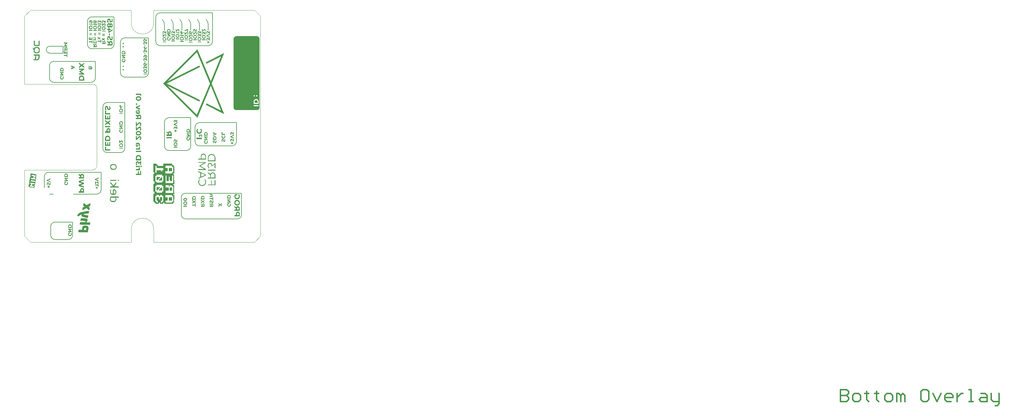
<source format=gbo>
G04*
G04 #@! TF.GenerationSoftware,Altium Limited,Altium Designer,22.5.1 (42)*
G04*
G04 Layer_Color=32896*
%FSLAX25Y25*%
%MOIN*%
G70*
G04*
G04 #@! TF.SameCoordinates,46755F1F-E2D4-4758-92CB-C7930609D95B*
G04*
G04*
G04 #@! TF.FilePolarity,Positive*
G04*
G01*
G75*
%ADD12C,0.00591*%
%ADD13C,0.00394*%
%ADD14C,0.01575*%
G36*
X89763Y253934D02*
X89842Y253924D01*
X89918Y253911D01*
X89990Y253894D01*
X90055Y253871D01*
X90118Y253848D01*
X90174Y253822D01*
X90226Y253796D01*
X90275Y253770D01*
X90315Y253743D01*
X90351Y253720D01*
X90380Y253697D01*
X90406Y253681D01*
X90423Y253668D01*
X90433Y253658D01*
X90436Y253655D01*
X90492Y253599D01*
X90541Y253540D01*
X90587Y253478D01*
X90626Y253412D01*
X90666Y253347D01*
X90695Y253278D01*
X90724Y253212D01*
X90747Y253150D01*
X90771Y253087D01*
X90787Y253032D01*
X90800Y252982D01*
X90813Y252937D01*
X90820Y252901D01*
X90826Y252874D01*
X90829Y252858D01*
Y252851D01*
X91856Y253753D01*
X92456D01*
Y250959D01*
X91712D01*
Y252658D01*
X90784Y251838D01*
X90174D01*
Y252326D01*
X90167Y252389D01*
X90160Y252448D01*
X90154Y252504D01*
X90141Y252556D01*
X90128Y252605D01*
X90114Y252648D01*
X90098Y252691D01*
X90078Y252727D01*
X90059Y252763D01*
X90019Y252822D01*
X89973Y252871D01*
X89928Y252914D01*
X89882Y252943D01*
X89836Y252966D01*
X89796Y252982D01*
X89757Y252992D01*
X89727Y253002D01*
X89701Y253005D01*
X89688D01*
X89682D01*
X89636Y253002D01*
X89596Y252996D01*
X89554Y252986D01*
X89517Y252976D01*
X89452Y252943D01*
X89399Y252907D01*
X89357Y252868D01*
X89327Y252838D01*
X89314Y252825D01*
X89308Y252815D01*
X89304Y252809D01*
X89301Y252805D01*
X89278Y252766D01*
X89255Y252727D01*
X89222Y252638D01*
X89199Y252546D01*
X89183Y252458D01*
X89176Y252418D01*
X89173Y252379D01*
X89170Y252346D01*
Y252317D01*
X89166Y252290D01*
Y252258D01*
X89170Y252143D01*
X89183Y252031D01*
X89196Y251926D01*
X89206Y251880D01*
X89216Y251835D01*
X89222Y251792D01*
X89232Y251756D01*
X89239Y251723D01*
X89249Y251697D01*
X89252Y251674D01*
X89258Y251657D01*
X89262Y251647D01*
Y251644D01*
X89301Y251536D01*
X89344Y251434D01*
X89386Y251346D01*
X89409Y251306D01*
X89429Y251267D01*
X89449Y251234D01*
X89468Y251205D01*
X89485Y251179D01*
X89498Y251155D01*
X89511Y251139D01*
X89521Y251126D01*
X89524Y251119D01*
X89527Y251116D01*
X88819Y250762D01*
X88747Y250873D01*
X88681Y250988D01*
X88629Y251103D01*
X88606Y251159D01*
X88583Y251211D01*
X88566Y251260D01*
X88550Y251306D01*
X88537Y251349D01*
X88524Y251382D01*
X88514Y251411D01*
X88511Y251434D01*
X88504Y251447D01*
Y251451D01*
X88468Y251605D01*
X88442Y251752D01*
X88432Y251825D01*
X88422Y251893D01*
X88415Y251959D01*
X88409Y252018D01*
X88406Y252077D01*
X88402Y252126D01*
X88399Y252172D01*
Y252208D01*
X88396Y252238D01*
Y252281D01*
X88399Y252382D01*
X88402Y252477D01*
X88412Y252569D01*
X88422Y252655D01*
X88435Y252736D01*
X88451Y252812D01*
X88468Y252881D01*
X88484Y252943D01*
X88497Y253002D01*
X88514Y253051D01*
X88530Y253097D01*
X88543Y253133D01*
X88553Y253160D01*
X88563Y253183D01*
X88566Y253196D01*
X88570Y253199D01*
X88606Y253268D01*
X88642Y253330D01*
X88678Y253389D01*
X88717Y253445D01*
X88757Y253494D01*
X88796Y253540D01*
X88835Y253579D01*
X88871Y253615D01*
X88904Y253648D01*
X88937Y253678D01*
X88966Y253701D01*
X88989Y253720D01*
X89009Y253734D01*
X89025Y253743D01*
X89035Y253750D01*
X89039Y253753D01*
X89094Y253786D01*
X89150Y253816D01*
X89209Y253839D01*
X89265Y253858D01*
X89373Y253891D01*
X89422Y253904D01*
X89472Y253914D01*
X89514Y253921D01*
X89557Y253927D01*
X89593Y253930D01*
X89622Y253934D01*
X89649Y253937D01*
X89665D01*
X89678D01*
X89682D01*
X89763Y253934D01*
D02*
G37*
G36*
X84838Y253930D02*
X84917Y253921D01*
X84992Y253907D01*
X85065Y253891D01*
X85130Y253868D01*
X85193Y253845D01*
X85248Y253819D01*
X85301Y253793D01*
X85350Y253766D01*
X85389Y253740D01*
X85425Y253717D01*
X85455Y253694D01*
X85481Y253678D01*
X85497Y253665D01*
X85507Y253655D01*
X85511Y253652D01*
X85566Y253596D01*
X85616Y253537D01*
X85662Y253474D01*
X85701Y253409D01*
X85740Y253343D01*
X85770Y253274D01*
X85799Y253209D01*
X85822Y253147D01*
X85845Y253084D01*
X85862Y253028D01*
X85875Y252979D01*
X85888Y252933D01*
X85894Y252897D01*
X85901Y252871D01*
X85904Y252855D01*
Y252848D01*
X86931Y253750D01*
X87531D01*
Y250955D01*
X86787D01*
Y252655D01*
X85858Y251835D01*
X85248D01*
Y252323D01*
X85242Y252385D01*
X85235Y252445D01*
X85229Y252500D01*
X85215Y252553D01*
X85202Y252602D01*
X85189Y252645D01*
X85173Y252687D01*
X85153Y252723D01*
X85133Y252759D01*
X85094Y252818D01*
X85048Y252868D01*
X85002Y252910D01*
X84956Y252940D01*
X84910Y252963D01*
X84871Y252979D01*
X84832Y252989D01*
X84802Y252999D01*
X84776Y253002D01*
X84763D01*
X84756D01*
X84710Y252999D01*
X84671Y252992D01*
X84628Y252982D01*
X84592Y252973D01*
X84527Y252940D01*
X84474Y252904D01*
X84431Y252864D01*
X84402Y252835D01*
X84389Y252822D01*
X84382Y252812D01*
X84379Y252805D01*
X84376Y252802D01*
X84353Y252763D01*
X84330Y252723D01*
X84297Y252635D01*
X84274Y252543D01*
X84258Y252454D01*
X84251Y252415D01*
X84248Y252376D01*
X84245Y252343D01*
Y252313D01*
X84241Y252287D01*
Y252254D01*
X84245Y252139D01*
X84258Y252028D01*
X84271Y251923D01*
X84281Y251877D01*
X84290Y251831D01*
X84297Y251789D01*
X84307Y251752D01*
X84313Y251720D01*
X84323Y251693D01*
X84327Y251671D01*
X84333Y251654D01*
X84336Y251644D01*
Y251641D01*
X84376Y251533D01*
X84418Y251431D01*
X84461Y251343D01*
X84484Y251303D01*
X84504Y251264D01*
X84523Y251231D01*
X84543Y251201D01*
X84559Y251175D01*
X84573Y251152D01*
X84586Y251136D01*
X84596Y251123D01*
X84599Y251116D01*
X84602Y251113D01*
X83894Y250759D01*
X83821Y250870D01*
X83756Y250985D01*
X83703Y251100D01*
X83680Y251155D01*
X83657Y251208D01*
X83641Y251257D01*
X83625Y251303D01*
X83612Y251346D01*
X83598Y251379D01*
X83589Y251408D01*
X83585Y251431D01*
X83579Y251444D01*
Y251447D01*
X83543Y251602D01*
X83516Y251749D01*
X83507Y251821D01*
X83497Y251890D01*
X83490Y251956D01*
X83484Y252015D01*
X83480Y252074D01*
X83477Y252123D01*
X83474Y252169D01*
Y252205D01*
X83470Y252235D01*
Y252277D01*
X83474Y252379D01*
X83477Y252474D01*
X83487Y252566D01*
X83497Y252651D01*
X83510Y252733D01*
X83526Y252809D01*
X83543Y252877D01*
X83559Y252940D01*
X83572Y252999D01*
X83589Y253048D01*
X83605Y253094D01*
X83618Y253130D01*
X83628Y253156D01*
X83638Y253179D01*
X83641Y253192D01*
X83644Y253196D01*
X83680Y253265D01*
X83716Y253327D01*
X83753Y253386D01*
X83792Y253442D01*
X83831Y253491D01*
X83871Y253537D01*
X83910Y253576D01*
X83946Y253612D01*
X83979Y253645D01*
X84012Y253675D01*
X84041Y253697D01*
X84064Y253717D01*
X84084Y253730D01*
X84100Y253740D01*
X84110Y253747D01*
X84113Y253750D01*
X84169Y253783D01*
X84225Y253812D01*
X84284Y253835D01*
X84340Y253855D01*
X84448Y253888D01*
X84497Y253901D01*
X84546Y253911D01*
X84589Y253917D01*
X84632Y253924D01*
X84668Y253927D01*
X84697Y253930D01*
X84723Y253934D01*
X84740D01*
X84753D01*
X84756D01*
X84838Y253930D01*
D02*
G37*
G36*
X79828Y253934D02*
X79883Y253930D01*
X79985Y253914D01*
X80080Y253888D01*
X80123Y253875D01*
X80162Y253858D01*
X80195Y253845D01*
X80228Y253829D01*
X80254Y253816D01*
X80277Y253806D01*
X80297Y253793D01*
X80310Y253786D01*
X80316Y253783D01*
X80320Y253780D01*
X80405Y253714D01*
X80484Y253642D01*
X80549Y253566D01*
X80605Y253494D01*
X80651Y253429D01*
X80667Y253399D01*
X80684Y253376D01*
X80694Y253356D01*
X80704Y253340D01*
X80710Y253330D01*
Y253327D01*
X80766Y253406D01*
X80822Y253478D01*
X80881Y253537D01*
X80933Y253586D01*
X80982Y253625D01*
X81022Y253652D01*
X81035Y253661D01*
X81045Y253668D01*
X81051Y253675D01*
X81054D01*
X81136Y253714D01*
X81218Y253743D01*
X81297Y253766D01*
X81373Y253780D01*
X81405Y253786D01*
X81435Y253789D01*
X81461Y253793D01*
X81484D01*
X81504Y253796D01*
X81517D01*
X81527D01*
X81530D01*
X81596Y253793D01*
X81658Y253786D01*
X81717Y253776D01*
X81773Y253766D01*
X81825Y253750D01*
X81878Y253734D01*
X81924Y253717D01*
X81966Y253697D01*
X82002Y253678D01*
X82038Y253661D01*
X82068Y253645D01*
X82091Y253629D01*
X82111Y253619D01*
X82124Y253609D01*
X82134Y253602D01*
X82137Y253599D01*
X82183Y253560D01*
X82229Y253520D01*
X82307Y253432D01*
X82373Y253343D01*
X82429Y253255D01*
X82452Y253212D01*
X82475Y253176D01*
X82491Y253143D01*
X82504Y253114D01*
X82517Y253087D01*
X82524Y253071D01*
X82530Y253058D01*
Y253055D01*
X82557Y252989D01*
X82576Y252920D01*
X82612Y252779D01*
X82639Y252645D01*
X82645Y252582D01*
X82655Y252520D01*
X82658Y252464D01*
X82665Y252412D01*
X82668Y252366D01*
Y252323D01*
X82671Y252294D01*
Y252166D01*
X82665Y252084D01*
X82658Y252008D01*
X82648Y251933D01*
X82639Y251864D01*
X82626Y251798D01*
X82616Y251736D01*
X82603Y251680D01*
X82590Y251628D01*
X82576Y251582D01*
X82563Y251543D01*
X82553Y251510D01*
X82544Y251483D01*
X82537Y251464D01*
X82534Y251451D01*
X82530Y251447D01*
X82504Y251385D01*
X82475Y251326D01*
X82442Y251267D01*
X82412Y251218D01*
X82380Y251169D01*
X82347Y251123D01*
X82314Y251083D01*
X82281Y251047D01*
X82252Y251014D01*
X82225Y250985D01*
X82199Y250962D01*
X82179Y250942D01*
X82163Y250926D01*
X82147Y250916D01*
X82140Y250909D01*
X82137Y250906D01*
X82088Y250873D01*
X82038Y250844D01*
X81986Y250818D01*
X81933Y250795D01*
X81884Y250775D01*
X81832Y250759D01*
X81737Y250736D01*
X81694Y250729D01*
X81655Y250723D01*
X81619Y250719D01*
X81589Y250716D01*
X81563Y250713D01*
X81546D01*
X81533D01*
X81530D01*
X81435Y250719D01*
X81343Y250732D01*
X81264Y250749D01*
X81192Y250772D01*
X81163Y250782D01*
X81136Y250795D01*
X81110Y250805D01*
X81090Y250811D01*
X81074Y250821D01*
X81064Y250824D01*
X81058Y250831D01*
X81054D01*
X80979Y250880D01*
X80913Y250936D01*
X80854Y250995D01*
X80805Y251047D01*
X80766Y251100D01*
X80749Y251119D01*
X80736Y251139D01*
X80723Y251155D01*
X80717Y251165D01*
X80713Y251172D01*
X80710Y251175D01*
X80651Y251074D01*
X80618Y251024D01*
X80585Y250982D01*
X80553Y250942D01*
X80523Y250906D01*
X80490Y250870D01*
X80461Y250841D01*
X80431Y250814D01*
X80405Y250791D01*
X80382Y250772D01*
X80359Y250755D01*
X80343Y250742D01*
X80330Y250732D01*
X80323Y250729D01*
X80320Y250726D01*
X80274Y250700D01*
X80228Y250673D01*
X80133Y250634D01*
X80041Y250608D01*
X79956Y250588D01*
X79916Y250582D01*
X79880Y250578D01*
X79847Y250572D01*
X79821D01*
X79798Y250568D01*
X79782D01*
X79772D01*
X79769D01*
X79700Y250572D01*
X79634Y250578D01*
X79572Y250588D01*
X79510Y250601D01*
X79454Y250618D01*
X79401Y250634D01*
X79352Y250654D01*
X79306Y250673D01*
X79264Y250690D01*
X79228Y250709D01*
X79195Y250726D01*
X79168Y250742D01*
X79149Y250755D01*
X79132Y250765D01*
X79123Y250772D01*
X79119Y250775D01*
X79070Y250818D01*
X79021Y250860D01*
X78936Y250955D01*
X78863Y251054D01*
X78804Y251149D01*
X78778Y251192D01*
X78755Y251234D01*
X78736Y251270D01*
X78722Y251303D01*
X78709Y251329D01*
X78699Y251349D01*
X78696Y251362D01*
X78693Y251365D01*
X78667Y251438D01*
X78644Y251513D01*
X78608Y251664D01*
X78581Y251812D01*
X78571Y251884D01*
X78565Y251949D01*
X78558Y252012D01*
X78552Y252071D01*
X78549Y252120D01*
Y252163D01*
X78545Y252199D01*
Y252248D01*
X78549Y252340D01*
X78552Y252431D01*
X78558Y252517D01*
X78568Y252599D01*
X78578Y252674D01*
X78591Y252746D01*
X78604Y252815D01*
X78621Y252877D01*
X78634Y252933D01*
X78647Y252982D01*
X78660Y253025D01*
X78670Y253064D01*
X78680Y253091D01*
X78686Y253114D01*
X78693Y253127D01*
Y253130D01*
X78722Y253199D01*
X78755Y253265D01*
X78788Y253327D01*
X78824Y253386D01*
X78860Y253438D01*
X78893Y253488D01*
X78929Y253530D01*
X78962Y253570D01*
X78995Y253606D01*
X79024Y253639D01*
X79050Y253665D01*
X79073Y253684D01*
X79093Y253701D01*
X79106Y253714D01*
X79116Y253720D01*
X79119Y253724D01*
X79172Y253760D01*
X79228Y253793D01*
X79283Y253822D01*
X79339Y253848D01*
X79395Y253868D01*
X79447Y253885D01*
X79549Y253911D01*
X79595Y253921D01*
X79637Y253927D01*
X79674Y253930D01*
X79706Y253934D01*
X79733Y253937D01*
X79752D01*
X79765D01*
X79769D01*
X79828Y253934D01*
D02*
G37*
G36*
X75942Y253927D02*
X76106Y253914D01*
X76260Y253891D01*
X76401Y253858D01*
X76533Y253822D01*
X76654Y253783D01*
X76762Y253740D01*
X76861Y253697D01*
X76949Y253652D01*
X77025Y253609D01*
X77087Y253570D01*
X77139Y253534D01*
X77182Y253501D01*
X77212Y253478D01*
X77228Y253465D01*
X77235Y253458D01*
X77323Y253366D01*
X77405Y253268D01*
X77471Y253163D01*
X77530Y253055D01*
X77579Y252943D01*
X77622Y252835D01*
X77654Y252730D01*
X77684Y252625D01*
X77704Y252527D01*
X77720Y252438D01*
X77730Y252356D01*
X77740Y252284D01*
Y252254D01*
X77743Y252228D01*
Y252202D01*
X77746Y252182D01*
Y252146D01*
X77743Y252067D01*
X77740Y251992D01*
X77730Y251920D01*
X77720Y251848D01*
X77707Y251782D01*
X77694Y251720D01*
X77681Y251661D01*
X77664Y251605D01*
X77648Y251556D01*
X77635Y251510D01*
X77622Y251474D01*
X77609Y251441D01*
X77599Y251415D01*
X77589Y251395D01*
X77586Y251382D01*
X77582Y251379D01*
X77549Y251316D01*
X77517Y251257D01*
X77481Y251201D01*
X77441Y251149D01*
X77405Y251100D01*
X77366Y251054D01*
X77326Y251014D01*
X77290Y250978D01*
X77258Y250946D01*
X77225Y250916D01*
X77195Y250890D01*
X77169Y250870D01*
X77149Y250854D01*
X77133Y250844D01*
X77123Y250837D01*
X77120Y250834D01*
X77061Y250798D01*
X77002Y250768D01*
X76943Y250742D01*
X76884Y250719D01*
X76824Y250700D01*
X76766Y250683D01*
X76710Y250670D01*
X76657Y250660D01*
X76605Y250650D01*
X76559Y250644D01*
X76520Y250641D01*
X76487Y250637D01*
X76457Y250634D01*
X76434D01*
X76421D01*
X76418D01*
X76349Y250637D01*
X76283Y250641D01*
X76159Y250663D01*
X76103Y250677D01*
X76047Y250693D01*
X75998Y250709D01*
X75952Y250726D01*
X75909Y250742D01*
X75873Y250759D01*
X75841Y250775D01*
X75814Y250788D01*
X75795Y250801D01*
X75778Y250811D01*
X75768Y250814D01*
X75765Y250818D01*
X75667Y250893D01*
X75578Y250972D01*
X75503Y251054D01*
X75470Y251097D01*
X75440Y251136D01*
X75414Y251172D01*
X75391Y251205D01*
X75375Y251234D01*
X75358Y251260D01*
X75345Y251283D01*
X75335Y251300D01*
X75332Y251310D01*
X75329Y251313D01*
X75303Y251372D01*
X75280Y251434D01*
X75240Y251556D01*
X75214Y251674D01*
X75201Y251729D01*
X75194Y251782D01*
X75188Y251828D01*
X75185Y251874D01*
X75178Y251913D01*
Y251946D01*
X75175Y251975D01*
Y252012D01*
X75178Y252126D01*
X75191Y252235D01*
X75208Y252340D01*
X75230Y252435D01*
X75257Y252523D01*
X75289Y252602D01*
X75319Y252677D01*
X75355Y252743D01*
X75388Y252805D01*
X75421Y252855D01*
X75450Y252901D01*
X75476Y252937D01*
X75499Y252966D01*
X75516Y252986D01*
X75529Y252999D01*
X75532Y253002D01*
X75431Y252996D01*
X75332Y252982D01*
X75244Y252963D01*
X75158Y252943D01*
X75083Y252917D01*
X75011Y252891D01*
X74945Y252861D01*
X74889Y252832D01*
X74837Y252805D01*
X74791Y252776D01*
X74755Y252750D01*
X74722Y252727D01*
X74699Y252707D01*
X74679Y252694D01*
X74670Y252684D01*
X74666Y252681D01*
X74614Y252622D01*
X74568Y252563D01*
X74528Y252497D01*
X74493Y252431D01*
X74466Y252366D01*
X74440Y252297D01*
X74420Y252231D01*
X74404Y252169D01*
X74394Y252110D01*
X74384Y252058D01*
X74378Y252005D01*
X74371Y251966D01*
Y251930D01*
X74368Y251903D01*
Y251880D01*
X74371Y251795D01*
X74378Y251716D01*
X74388Y251641D01*
X74401Y251569D01*
X74414Y251503D01*
X74430Y251441D01*
X74450Y251385D01*
X74470Y251336D01*
X74486Y251290D01*
X74506Y251247D01*
X74522Y251215D01*
X74538Y251185D01*
X74548Y251162D01*
X74558Y251146D01*
X74565Y251136D01*
X74568Y251133D01*
X73889Y250788D01*
X73843Y250870D01*
X73804Y250952D01*
X73768Y251034D01*
X73741Y251113D01*
X73728Y251149D01*
X73718Y251182D01*
X73708Y251211D01*
X73702Y251234D01*
X73695Y251254D01*
X73692Y251270D01*
X73689Y251280D01*
Y251283D01*
X73666Y251395D01*
X73650Y251503D01*
X73636Y251605D01*
X73633Y251654D01*
X73630Y251700D01*
X73627Y251743D01*
X73623Y251779D01*
Y251815D01*
X73620Y251841D01*
Y251897D01*
X73623Y252008D01*
X73630Y252117D01*
X73643Y252218D01*
X73659Y252317D01*
X73679Y252412D01*
X73699Y252500D01*
X73722Y252582D01*
X73745Y252658D01*
X73768Y252723D01*
X73791Y252786D01*
X73810Y252838D01*
X73830Y252881D01*
X73846Y252917D01*
X73859Y252943D01*
X73866Y252956D01*
X73869Y252963D01*
X73918Y253048D01*
X73971Y253127D01*
X74030Y253202D01*
X74089Y253271D01*
X74151Y253333D01*
X74210Y253393D01*
X74273Y253445D01*
X74332Y253494D01*
X74384Y253537D01*
X74437Y253573D01*
X74483Y253606D01*
X74525Y253632D01*
X74558Y253652D01*
X74584Y253665D01*
X74597Y253675D01*
X74604Y253678D01*
X74696Y253724D01*
X74794Y253763D01*
X74893Y253796D01*
X74991Y253825D01*
X75089Y253852D01*
X75185Y253871D01*
X75280Y253888D01*
X75368Y253901D01*
X75450Y253911D01*
X75529Y253921D01*
X75598Y253927D01*
X75654Y253930D01*
X75703Y253934D01*
X75722D01*
X75739D01*
X75752D01*
X75762D01*
X75765D01*
X75768D01*
X75942Y253927D01*
D02*
G37*
G36*
X87531Y248564D02*
X86787D01*
Y249361D01*
X83536D01*
Y250286D01*
X87531D01*
Y248564D01*
D02*
G37*
G36*
X77681Y248325D02*
X76936D01*
Y249122D01*
X73686D01*
Y250047D01*
X77681D01*
Y248325D01*
D02*
G37*
G36*
X82606Y248174D02*
X81861D01*
Y248971D01*
X78611D01*
Y249896D01*
X82606D01*
Y248174D01*
D02*
G37*
G36*
X89213Y248886D02*
X90082Y249804D01*
X90150Y249876D01*
X90213Y249939D01*
X90278Y249998D01*
X90338Y250053D01*
X90393Y250103D01*
X90446Y250145D01*
X90498Y250181D01*
X90544Y250217D01*
X90583Y250244D01*
X90623Y250270D01*
X90652Y250290D01*
X90682Y250306D01*
X90702Y250316D01*
X90718Y250326D01*
X90728Y250332D01*
X90731D01*
X90839Y250378D01*
X90948Y250411D01*
X91049Y250437D01*
X91098Y250447D01*
X91144Y250454D01*
X91184Y250460D01*
X91223Y250463D01*
X91256Y250467D01*
X91285D01*
X91308Y250470D01*
X91328D01*
X91338D01*
X91341D01*
X91407Y250467D01*
X91472Y250463D01*
X91535Y250454D01*
X91590Y250441D01*
X91646Y250427D01*
X91699Y250411D01*
X91745Y250395D01*
X91790Y250378D01*
X91830Y250359D01*
X91866Y250342D01*
X91896Y250326D01*
X91922Y250313D01*
X91941Y250299D01*
X91954Y250290D01*
X91964Y250286D01*
X91968Y250283D01*
X92017Y250247D01*
X92063Y250208D01*
X92145Y250126D01*
X92214Y250037D01*
X92273Y249955D01*
X92296Y249916D01*
X92319Y249880D01*
X92335Y249847D01*
X92351Y249821D01*
X92361Y249798D01*
X92371Y249781D01*
X92378Y249768D01*
Y249765D01*
X92404Y249703D01*
X92427Y249637D01*
X92460Y249502D01*
X92486Y249375D01*
X92496Y249312D01*
X92506Y249253D01*
X92509Y249197D01*
X92515Y249145D01*
X92519Y249102D01*
Y249063D01*
X92522Y249030D01*
Y248987D01*
X92519Y248889D01*
X92512Y248794D01*
X92502Y248702D01*
X92492Y248617D01*
X92476Y248535D01*
X92460Y248456D01*
X92443Y248384D01*
X92424Y248318D01*
X92404Y248256D01*
X92387Y248203D01*
X92371Y248158D01*
X92355Y248118D01*
X92345Y248089D01*
X92335Y248066D01*
X92328Y248049D01*
X92325Y248046D01*
X92286Y247971D01*
X92247Y247902D01*
X92200Y247833D01*
X92158Y247774D01*
X92112Y247715D01*
X92066Y247662D01*
X92023Y247613D01*
X91981Y247570D01*
X91938Y247531D01*
X91902Y247495D01*
X91866Y247469D01*
X91840Y247443D01*
X91813Y247423D01*
X91797Y247410D01*
X91784Y247403D01*
X91781Y247400D01*
X91348Y248076D01*
X91417Y248131D01*
X91479Y248190D01*
X91531Y248249D01*
X91571Y248305D01*
X91604Y248354D01*
X91617Y248374D01*
X91627Y248391D01*
X91636Y248407D01*
X91643Y248417D01*
X91646Y248423D01*
Y248427D01*
X91679Y248509D01*
X91705Y248591D01*
X91722Y248669D01*
X91735Y248745D01*
X91738Y248778D01*
X91741Y248807D01*
X91745Y248833D01*
X91748Y248860D01*
Y248958D01*
X91741Y249014D01*
X91735Y249063D01*
X91728Y249109D01*
X91718Y249151D01*
X91705Y249191D01*
X91695Y249227D01*
X91682Y249260D01*
X91669Y249286D01*
X91659Y249309D01*
X91646Y249332D01*
X91636Y249348D01*
X91630Y249361D01*
X91623Y249371D01*
X91617Y249375D01*
Y249378D01*
X91590Y249407D01*
X91564Y249433D01*
X91535Y249453D01*
X91505Y249473D01*
X91443Y249502D01*
X91384Y249522D01*
X91331Y249532D01*
X91308Y249538D01*
X91289D01*
X91272Y249542D01*
X91259D01*
X91253D01*
X91249D01*
X91187Y249538D01*
X91128Y249529D01*
X91072Y249516D01*
X91020Y249499D01*
X90977Y249483D01*
X90944Y249470D01*
X90931Y249463D01*
X90921Y249460D01*
X90918Y249457D01*
X90915D01*
X90882Y249440D01*
X90849Y249417D01*
X90780Y249368D01*
X90715Y249315D01*
X90652Y249260D01*
X90597Y249207D01*
X90574Y249184D01*
X90554Y249165D01*
X90538Y249148D01*
X90525Y249135D01*
X90518Y249129D01*
X90515Y249125D01*
X89058Y247584D01*
X88461D01*
Y250601D01*
X89213D01*
Y248886D01*
D02*
G37*
G36*
X85642Y248295D02*
X85747Y248286D01*
X85848Y248272D01*
X85947Y248253D01*
X86039Y248233D01*
X86127Y248210D01*
X86206Y248184D01*
X86281Y248158D01*
X86350Y248128D01*
X86409Y248105D01*
X86462Y248079D01*
X86508Y248059D01*
X86544Y248040D01*
X86570Y248026D01*
X86583Y248017D01*
X86590Y248013D01*
X86675Y247957D01*
X86757Y247899D01*
X86832Y247836D01*
X86905Y247771D01*
X86970Y247705D01*
X87033Y247639D01*
X87085Y247577D01*
X87138Y247515D01*
X87180Y247456D01*
X87220Y247403D01*
X87252Y247354D01*
X87279Y247311D01*
X87301Y247279D01*
X87315Y247252D01*
X87325Y247236D01*
X87328Y247229D01*
X87374Y247134D01*
X87416Y247039D01*
X87452Y246944D01*
X87482Y246846D01*
X87508Y246750D01*
X87531Y246659D01*
X87547Y246570D01*
X87564Y246485D01*
X87574Y246409D01*
X87584Y246337D01*
X87590Y246272D01*
X87593Y246219D01*
Y246173D01*
X87597Y246140D01*
Y246114D01*
X87593Y245999D01*
X87587Y245888D01*
X87571Y245780D01*
X87554Y245675D01*
X87534Y245580D01*
X87511Y245484D01*
X87489Y245399D01*
X87462Y245320D01*
X87436Y245248D01*
X87413Y245183D01*
X87390Y245127D01*
X87370Y245081D01*
X87354Y245042D01*
X87341Y245015D01*
X87331Y244999D01*
X87328Y244992D01*
X87275Y244901D01*
X87220Y244815D01*
X87160Y244737D01*
X87101Y244661D01*
X87039Y244589D01*
X86977Y244527D01*
X86918Y244468D01*
X86859Y244415D01*
X86803Y244366D01*
X86754Y244327D01*
X86708Y244290D01*
X86668Y244261D01*
X86636Y244238D01*
X86609Y244222D01*
X86596Y244212D01*
X86590Y244209D01*
X86501Y244159D01*
X86409Y244117D01*
X86317Y244077D01*
X86226Y244044D01*
X86137Y244018D01*
X86049Y243995D01*
X85967Y243976D01*
X85885Y243963D01*
X85812Y243949D01*
X85743Y243943D01*
X85685Y243936D01*
X85632Y243930D01*
X85589D01*
X85560Y243926D01*
X85540D01*
X85537D01*
X85534D01*
X85425Y243930D01*
X85317Y243939D01*
X85215Y243953D01*
X85117Y243969D01*
X85025Y243992D01*
X84937Y244015D01*
X84855Y244041D01*
X84782Y244067D01*
X84714Y244094D01*
X84651Y244120D01*
X84599Y244143D01*
X84553Y244166D01*
X84520Y244182D01*
X84494Y244195D01*
X84477Y244205D01*
X84471Y244209D01*
X84386Y244264D01*
X84304Y244323D01*
X84228Y244386D01*
X84159Y244451D01*
X84094Y244517D01*
X84031Y244582D01*
X83979Y244645D01*
X83926Y244707D01*
X83884Y244766D01*
X83844Y244819D01*
X83812Y244868D01*
X83785Y244910D01*
X83762Y244943D01*
X83749Y244969D01*
X83739Y244986D01*
X83736Y244992D01*
X83690Y245088D01*
X83648Y245183D01*
X83612Y245281D01*
X83582Y245379D01*
X83556Y245475D01*
X83536Y245566D01*
X83516Y245655D01*
X83503Y245740D01*
X83493Y245819D01*
X83484Y245891D01*
X83480Y245953D01*
X83474Y246009D01*
Y246052D01*
X83470Y246088D01*
Y246114D01*
X83474Y246229D01*
X83484Y246340D01*
X83497Y246449D01*
X83513Y246550D01*
X83533Y246649D01*
X83556Y246741D01*
X83579Y246826D01*
X83605Y246905D01*
X83628Y246977D01*
X83651Y247039D01*
X83674Y247095D01*
X83693Y247141D01*
X83713Y247180D01*
X83726Y247206D01*
X83733Y247223D01*
X83736Y247229D01*
X83789Y247321D01*
X83844Y247407D01*
X83903Y247488D01*
X83963Y247564D01*
X84025Y247633D01*
X84087Y247695D01*
X84146Y247754D01*
X84202Y247810D01*
X84258Y247856D01*
X84310Y247895D01*
X84353Y247931D01*
X84392Y247961D01*
X84425Y247984D01*
X84451Y248000D01*
X84464Y248010D01*
X84471Y248013D01*
X84559Y248062D01*
X84651Y248108D01*
X84743Y248145D01*
X84835Y248177D01*
X84927Y248207D01*
X85015Y248230D01*
X85101Y248249D01*
X85179Y248263D01*
X85255Y248276D01*
X85320Y248282D01*
X85383Y248289D01*
X85435Y248295D01*
X85475D01*
X85507Y248299D01*
X85527D01*
X85534D01*
X85642Y248295D01*
D02*
G37*
G36*
X75791Y248056D02*
X75896Y248046D01*
X75998Y248033D01*
X76096Y248013D01*
X76188Y247994D01*
X76277Y247971D01*
X76355Y247944D01*
X76431Y247918D01*
X76500Y247889D01*
X76559Y247866D01*
X76611Y247839D01*
X76657Y247820D01*
X76693Y247800D01*
X76720Y247787D01*
X76733Y247777D01*
X76739Y247774D01*
X76824Y247718D01*
X76907Y247659D01*
X76982Y247597D01*
X77054Y247531D01*
X77120Y247465D01*
X77182Y247400D01*
X77235Y247338D01*
X77287Y247275D01*
X77330Y247216D01*
X77369Y247164D01*
X77402Y247115D01*
X77428Y247072D01*
X77451Y247039D01*
X77464Y247013D01*
X77474Y246996D01*
X77477Y246990D01*
X77523Y246895D01*
X77566Y246800D01*
X77602Y246705D01*
X77631Y246606D01*
X77658Y246511D01*
X77681Y246419D01*
X77697Y246331D01*
X77713Y246245D01*
X77723Y246170D01*
X77733Y246098D01*
X77740Y246032D01*
X77743Y245980D01*
Y245934D01*
X77746Y245901D01*
Y245875D01*
X77743Y245760D01*
X77736Y245648D01*
X77720Y245540D01*
X77704Y245435D01*
X77684Y245340D01*
X77661Y245245D01*
X77638Y245160D01*
X77612Y245081D01*
X77586Y245009D01*
X77562Y244943D01*
X77540Y244887D01*
X77520Y244842D01*
X77504Y244802D01*
X77490Y244776D01*
X77481Y244759D01*
X77477Y244753D01*
X77425Y244661D01*
X77369Y244576D01*
X77310Y244497D01*
X77251Y244422D01*
X77189Y244350D01*
X77126Y244287D01*
X77067Y244228D01*
X77008Y244176D01*
X76952Y244127D01*
X76903Y244087D01*
X76857Y244051D01*
X76818Y244022D01*
X76785Y243999D01*
X76759Y243982D01*
X76746Y243972D01*
X76739Y243969D01*
X76651Y243920D01*
X76559Y243877D01*
X76467Y243838D01*
X76375Y243805D01*
X76287Y243779D01*
X76198Y243756D01*
X76116Y243736D01*
X76034Y243723D01*
X75962Y243710D01*
X75893Y243703D01*
X75834Y243697D01*
X75782Y243690D01*
X75739D01*
X75709Y243687D01*
X75690D01*
X75686D01*
X75683D01*
X75575Y243690D01*
X75467Y243700D01*
X75365Y243713D01*
X75266Y243730D01*
X75175Y243753D01*
X75086Y243776D01*
X75004Y243802D01*
X74932Y243828D01*
X74863Y243854D01*
X74801Y243881D01*
X74748Y243903D01*
X74702Y243926D01*
X74670Y243943D01*
X74643Y243956D01*
X74627Y243966D01*
X74620Y243969D01*
X74535Y244025D01*
X74453Y244084D01*
X74378Y244146D01*
X74309Y244212D01*
X74243Y244277D01*
X74181Y244343D01*
X74128Y244405D01*
X74076Y244468D01*
X74033Y244527D01*
X73994Y244579D01*
X73961Y244628D01*
X73935Y244671D01*
X73912Y244704D01*
X73899Y244730D01*
X73889Y244746D01*
X73886Y244753D01*
X73840Y244848D01*
X73797Y244943D01*
X73761Y245042D01*
X73731Y245140D01*
X73705Y245235D01*
X73686Y245327D01*
X73666Y245415D01*
X73653Y245501D01*
X73643Y245580D01*
X73633Y245652D01*
X73630Y245714D01*
X73623Y245770D01*
Y245812D01*
X73620Y245848D01*
Y245875D01*
X73623Y245989D01*
X73633Y246101D01*
X73646Y246209D01*
X73663Y246311D01*
X73682Y246409D01*
X73705Y246501D01*
X73728Y246586D01*
X73755Y246665D01*
X73777Y246737D01*
X73800Y246800D01*
X73823Y246855D01*
X73843Y246901D01*
X73863Y246941D01*
X73876Y246967D01*
X73882Y246983D01*
X73886Y246990D01*
X73938Y247082D01*
X73994Y247167D01*
X74053Y247249D01*
X74112Y247324D01*
X74174Y247393D01*
X74237Y247456D01*
X74296Y247515D01*
X74351Y247570D01*
X74407Y247616D01*
X74460Y247656D01*
X74502Y247692D01*
X74542Y247721D01*
X74575Y247744D01*
X74601Y247761D01*
X74614Y247771D01*
X74620Y247774D01*
X74709Y247823D01*
X74801Y247869D01*
X74893Y247905D01*
X74985Y247938D01*
X75076Y247967D01*
X75165Y247990D01*
X75250Y248010D01*
X75329Y248023D01*
X75404Y248036D01*
X75470Y248043D01*
X75532Y248049D01*
X75585Y248056D01*
X75624D01*
X75657Y248059D01*
X75677D01*
X75683D01*
X75791Y248056D01*
D02*
G37*
G36*
X80717Y247905D02*
X80822Y247895D01*
X80923Y247882D01*
X81022Y247862D01*
X81113Y247843D01*
X81202Y247820D01*
X81281Y247794D01*
X81356Y247767D01*
X81425Y247738D01*
X81484Y247715D01*
X81537Y247689D01*
X81582Y247669D01*
X81619Y247649D01*
X81645Y247636D01*
X81658Y247626D01*
X81665Y247623D01*
X81750Y247567D01*
X81832Y247508D01*
X81907Y247446D01*
X81979Y247380D01*
X82045Y247315D01*
X82107Y247249D01*
X82160Y247187D01*
X82212Y247124D01*
X82255Y247065D01*
X82294Y247013D01*
X82327Y246964D01*
X82353Y246921D01*
X82376Y246888D01*
X82389Y246862D01*
X82399Y246846D01*
X82402Y246839D01*
X82448Y246744D01*
X82491Y246649D01*
X82527Y246554D01*
X82557Y246455D01*
X82583Y246360D01*
X82606Y246268D01*
X82622Y246180D01*
X82639Y246094D01*
X82648Y246019D01*
X82658Y245947D01*
X82665Y245881D01*
X82668Y245829D01*
Y245783D01*
X82671Y245750D01*
Y245724D01*
X82668Y245609D01*
X82662Y245497D01*
X82645Y245389D01*
X82629Y245284D01*
X82609Y245189D01*
X82586Y245094D01*
X82563Y245009D01*
X82537Y244930D01*
X82511Y244858D01*
X82488Y244792D01*
X82465Y244737D01*
X82445Y244691D01*
X82429Y244651D01*
X82416Y244625D01*
X82406Y244609D01*
X82402Y244602D01*
X82350Y244510D01*
X82294Y244425D01*
X82235Y244346D01*
X82176Y244271D01*
X82114Y244199D01*
X82051Y244136D01*
X81993Y244077D01*
X81933Y244025D01*
X81878Y243976D01*
X81828Y243936D01*
X81783Y243900D01*
X81743Y243871D01*
X81710Y243848D01*
X81684Y243831D01*
X81671Y243821D01*
X81665Y243818D01*
X81576Y243769D01*
X81484Y243726D01*
X81392Y243687D01*
X81300Y243654D01*
X81212Y243628D01*
X81123Y243605D01*
X81041Y243585D01*
X80959Y243572D01*
X80887Y243559D01*
X80818Y243552D01*
X80759Y243546D01*
X80707Y243539D01*
X80664D01*
X80635Y243536D01*
X80615D01*
X80612D01*
X80608D01*
X80500Y243539D01*
X80392Y243549D01*
X80290Y243562D01*
X80192Y243579D01*
X80100Y243602D01*
X80011Y243625D01*
X79929Y243651D01*
X79857Y243677D01*
X79788Y243703D01*
X79726Y243730D01*
X79674Y243753D01*
X79628Y243776D01*
X79595Y243792D01*
X79569Y243805D01*
X79552Y243815D01*
X79546Y243818D01*
X79460Y243874D01*
X79378Y243933D01*
X79303Y243995D01*
X79234Y244061D01*
X79168Y244127D01*
X79106Y244192D01*
X79054Y244254D01*
X79001Y244317D01*
X78958Y244376D01*
X78919Y244428D01*
X78886Y244477D01*
X78860Y244520D01*
X78837Y244553D01*
X78824Y244579D01*
X78814Y244596D01*
X78811Y244602D01*
X78765Y244697D01*
X78722Y244792D01*
X78686Y244891D01*
X78657Y244989D01*
X78631Y245084D01*
X78611Y245176D01*
X78591Y245265D01*
X78578Y245350D01*
X78568Y245429D01*
X78558Y245501D01*
X78555Y245563D01*
X78549Y245619D01*
Y245661D01*
X78545Y245698D01*
Y245724D01*
X78549Y245839D01*
X78558Y245950D01*
X78571Y246058D01*
X78588Y246160D01*
X78608Y246258D01*
X78631Y246350D01*
X78654Y246436D01*
X78680Y246514D01*
X78703Y246586D01*
X78726Y246649D01*
X78749Y246705D01*
X78768Y246750D01*
X78788Y246790D01*
X78801Y246816D01*
X78808Y246832D01*
X78811Y246839D01*
X78863Y246931D01*
X78919Y247016D01*
X78978Y247098D01*
X79037Y247174D01*
X79100Y247242D01*
X79162Y247305D01*
X79221Y247364D01*
X79277Y247420D01*
X79332Y247465D01*
X79385Y247505D01*
X79427Y247541D01*
X79467Y247570D01*
X79500Y247593D01*
X79526Y247610D01*
X79539Y247620D01*
X79546Y247623D01*
X79634Y247672D01*
X79726Y247718D01*
X79818Y247754D01*
X79910Y247787D01*
X80001Y247816D01*
X80090Y247839D01*
X80175Y247859D01*
X80254Y247872D01*
X80330Y247885D01*
X80395Y247892D01*
X80458Y247899D01*
X80510Y247905D01*
X80549D01*
X80582Y247908D01*
X80602D01*
X80608D01*
X80717Y247905D01*
D02*
G37*
G36*
X90567Y247167D02*
X90672Y247157D01*
X90774Y247144D01*
X90872Y247124D01*
X90964Y247105D01*
X91053Y247082D01*
X91131Y247056D01*
X91207Y247029D01*
X91276Y247000D01*
X91335Y246977D01*
X91387Y246951D01*
X91433Y246931D01*
X91469Y246911D01*
X91495Y246898D01*
X91509Y246888D01*
X91515Y246885D01*
X91600Y246829D01*
X91682Y246770D01*
X91758Y246708D01*
X91830Y246642D01*
X91896Y246577D01*
X91958Y246511D01*
X92010Y246449D01*
X92063Y246386D01*
X92105Y246327D01*
X92145Y246275D01*
X92178Y246226D01*
X92204Y246183D01*
X92227Y246150D01*
X92240Y246124D01*
X92250Y246108D01*
X92253Y246101D01*
X92299Y246006D01*
X92342Y245911D01*
X92378Y245816D01*
X92407Y245717D01*
X92433Y245622D01*
X92456Y245530D01*
X92473Y245442D01*
X92489Y245356D01*
X92499Y245281D01*
X92509Y245209D01*
X92515Y245143D01*
X92519Y245091D01*
Y245045D01*
X92522Y245012D01*
Y244986D01*
X92519Y244871D01*
X92512Y244759D01*
X92496Y244651D01*
X92479Y244546D01*
X92460Y244451D01*
X92437Y244356D01*
X92414Y244271D01*
X92387Y244192D01*
X92361Y244120D01*
X92338Y244054D01*
X92315Y243999D01*
X92296Y243953D01*
X92279Y243913D01*
X92266Y243887D01*
X92256Y243871D01*
X92253Y243864D01*
X92200Y243772D01*
X92145Y243687D01*
X92086Y243608D01*
X92027Y243533D01*
X91964Y243461D01*
X91902Y243398D01*
X91843Y243339D01*
X91784Y243287D01*
X91728Y243238D01*
X91679Y243198D01*
X91633Y243162D01*
X91594Y243133D01*
X91561Y243110D01*
X91535Y243093D01*
X91522Y243083D01*
X91515Y243080D01*
X91426Y243031D01*
X91335Y242988D01*
X91243Y242949D01*
X91151Y242916D01*
X91062Y242890D01*
X90974Y242867D01*
X90892Y242847D01*
X90810Y242834D01*
X90738Y242821D01*
X90669Y242814D01*
X90610Y242808D01*
X90557Y242801D01*
X90515D01*
X90485Y242798D01*
X90465D01*
X90462D01*
X90459D01*
X90351Y242801D01*
X90242Y242811D01*
X90141Y242824D01*
X90042Y242841D01*
X89951Y242864D01*
X89862Y242887D01*
X89780Y242913D01*
X89708Y242939D01*
X89639Y242965D01*
X89577Y242992D01*
X89524Y243015D01*
X89478Y243038D01*
X89445Y243054D01*
X89419Y243067D01*
X89403Y243077D01*
X89396Y243080D01*
X89311Y243136D01*
X89229Y243195D01*
X89153Y243257D01*
X89085Y243323D01*
X89019Y243389D01*
X88957Y243454D01*
X88904Y243516D01*
X88852Y243579D01*
X88809Y243638D01*
X88770Y243690D01*
X88737Y243739D01*
X88711Y243782D01*
X88688Y243815D01*
X88674Y243841D01*
X88665Y243858D01*
X88661Y243864D01*
X88616Y243959D01*
X88573Y244054D01*
X88537Y244153D01*
X88507Y244251D01*
X88481Y244346D01*
X88461Y244438D01*
X88442Y244527D01*
X88428Y244612D01*
X88419Y244691D01*
X88409Y244763D01*
X88406Y244825D01*
X88399Y244881D01*
Y244923D01*
X88396Y244960D01*
Y244986D01*
X88399Y245101D01*
X88409Y245212D01*
X88422Y245320D01*
X88438Y245422D01*
X88458Y245520D01*
X88481Y245612D01*
X88504Y245698D01*
X88530Y245776D01*
X88553Y245848D01*
X88576Y245911D01*
X88599Y245967D01*
X88619Y246012D01*
X88639Y246052D01*
X88652Y246078D01*
X88658Y246094D01*
X88661Y246101D01*
X88714Y246193D01*
X88770Y246278D01*
X88829Y246360D01*
X88888Y246436D01*
X88950Y246504D01*
X89012Y246567D01*
X89071Y246626D01*
X89127Y246682D01*
X89183Y246727D01*
X89235Y246767D01*
X89278Y246803D01*
X89317Y246832D01*
X89350Y246855D01*
X89376Y246872D01*
X89390Y246882D01*
X89396Y246885D01*
X89485Y246934D01*
X89577Y246980D01*
X89668Y247016D01*
X89760Y247049D01*
X89852Y247078D01*
X89941Y247101D01*
X90026Y247121D01*
X90105Y247134D01*
X90180Y247147D01*
X90246Y247154D01*
X90308Y247161D01*
X90360Y247167D01*
X90400D01*
X90433Y247170D01*
X90452D01*
X90459D01*
X90567Y247167D01*
D02*
G37*
G36*
X87531Y242306D02*
X83536D01*
Y243231D01*
X87531D01*
Y242306D01*
D02*
G37*
G36*
X77681Y242067D02*
X73686D01*
Y242992D01*
X77681D01*
Y242067D01*
D02*
G37*
G36*
X82606Y241916D02*
X78611D01*
Y242841D01*
X82606D01*
Y241916D01*
D02*
G37*
G36*
X194242Y244091D02*
X194341Y244078D01*
X194432Y244058D01*
X194518Y244032D01*
X194597Y244003D01*
X194672Y243967D01*
X194741Y243931D01*
X194800Y243895D01*
X194856Y243855D01*
X194905Y243819D01*
X194944Y243786D01*
X194977Y243754D01*
X195003Y243727D01*
X195023Y243707D01*
X195036Y243694D01*
X195039Y243691D01*
X195098Y243609D01*
X195151Y243521D01*
X195197Y243425D01*
X195236Y243327D01*
X195269Y243222D01*
X195295Y243120D01*
X195318Y243016D01*
X195334Y242917D01*
X195348Y242822D01*
X195361Y242733D01*
X195367Y242651D01*
X195371Y242583D01*
X195374Y242553D01*
Y242527D01*
X195377Y242500D01*
Y242120D01*
X196135Y242182D01*
Y243849D01*
X196879D01*
Y241411D01*
X194629Y241205D01*
Y242320D01*
X194623Y242405D01*
X194616Y242484D01*
X194610Y242556D01*
X194600Y242622D01*
X194587Y242681D01*
X194577Y242733D01*
X194564Y242779D01*
X194551Y242819D01*
X194541Y242855D01*
X194528Y242884D01*
X194518Y242907D01*
X194511Y242924D01*
X194505Y242937D01*
X194498Y242943D01*
Y242947D01*
X194472Y242983D01*
X194442Y243016D01*
X194413Y243045D01*
X194383Y243068D01*
X194351Y243088D01*
X194318Y243104D01*
X194255Y243130D01*
X194200Y243147D01*
X194173Y243150D01*
X194154Y243153D01*
X194134Y243157D01*
X194121D01*
X194114D01*
X194111D01*
X194065Y243153D01*
X194023Y243147D01*
X193983Y243137D01*
X193947Y243127D01*
X193881Y243094D01*
X193826Y243058D01*
X193783Y243019D01*
X193754Y242989D01*
X193740Y242976D01*
X193734Y242966D01*
X193731Y242960D01*
X193727Y242956D01*
X193704Y242917D01*
X193681Y242878D01*
X193649Y242789D01*
X193622Y242697D01*
X193606Y242612D01*
X193603Y242569D01*
X193596Y242533D01*
X193593Y242497D01*
Y242471D01*
X193590Y242445D01*
Y242412D01*
X193593Y242294D01*
X193606Y242182D01*
X193619Y242081D01*
X193629Y242031D01*
X193639Y241989D01*
X193645Y241946D01*
X193655Y241910D01*
X193662Y241877D01*
X193672Y241851D01*
X193675Y241828D01*
X193681Y241812D01*
X193685Y241802D01*
Y241799D01*
X193724Y241690D01*
X193767Y241592D01*
X193809Y241503D01*
X193832Y241464D01*
X193852Y241425D01*
X193872Y241392D01*
X193891Y241362D01*
X193908Y241336D01*
X193921Y241313D01*
X193934Y241297D01*
X193944Y241284D01*
X193947Y241277D01*
X193950Y241274D01*
X193242Y240910D01*
X193170Y241021D01*
X193104Y241139D01*
X193052Y241254D01*
X193029Y241310D01*
X193006Y241362D01*
X192989Y241411D01*
X192973Y241458D01*
X192960Y241500D01*
X192947Y241533D01*
X192937Y241562D01*
X192934Y241585D01*
X192927Y241599D01*
Y241602D01*
X192891Y241756D01*
X192865Y241903D01*
X192855Y241976D01*
X192845Y242045D01*
X192839Y242110D01*
X192832Y242169D01*
X192829Y242228D01*
X192825Y242277D01*
X192822Y242323D01*
Y242359D01*
X192819Y242389D01*
Y242432D01*
X192822Y242533D01*
X192825Y242628D01*
X192835Y242720D01*
X192845Y242809D01*
X192861Y242891D01*
X192875Y242966D01*
X192891Y243035D01*
X192907Y243101D01*
X192924Y243157D01*
X192940Y243206D01*
X192956Y243252D01*
X192970Y243288D01*
X192980Y243314D01*
X192989Y243337D01*
X192993Y243350D01*
X192996Y243353D01*
X193032Y243422D01*
X193068Y243484D01*
X193104Y243544D01*
X193143Y243599D01*
X193186Y243649D01*
X193226Y243694D01*
X193262Y243737D01*
X193301Y243773D01*
X193334Y243806D01*
X193367Y243832D01*
X193396Y243858D01*
X193422Y243878D01*
X193442Y243891D01*
X193458Y243901D01*
X193468Y243908D01*
X193472Y243911D01*
X193527Y243944D01*
X193586Y243973D01*
X193645Y243996D01*
X193704Y244016D01*
X193816Y244049D01*
X193868Y244062D01*
X193918Y244072D01*
X193964Y244078D01*
X194006Y244085D01*
X194042Y244088D01*
X194075Y244091D01*
X194101Y244095D01*
X194121D01*
X194134D01*
X194137D01*
X194242Y244091D01*
D02*
G37*
G36*
X92456Y241178D02*
X88461D01*
Y242103D01*
X92456D01*
Y241178D01*
D02*
G37*
G36*
X203636Y242379D02*
X204505Y243298D01*
X204574Y243370D01*
X204636Y243432D01*
X204701Y243491D01*
X204761Y243547D01*
X204816Y243596D01*
X204869Y243639D01*
X204921Y243675D01*
X204967Y243711D01*
X205007Y243737D01*
X205046Y243763D01*
X205075Y243783D01*
X205105Y243799D01*
X205125Y243809D01*
X205141Y243819D01*
X205151Y243826D01*
X205154D01*
X205262Y243871D01*
X205371Y243904D01*
X205472Y243931D01*
X205521Y243940D01*
X205567Y243947D01*
X205607Y243953D01*
X205646Y243957D01*
X205679Y243960D01*
X205709D01*
X205731Y243963D01*
X205751D01*
X205761D01*
X205764D01*
X205830Y243960D01*
X205895Y243957D01*
X205958Y243947D01*
X206013Y243934D01*
X206069Y243921D01*
X206122Y243904D01*
X206168Y243888D01*
X206214Y243871D01*
X206253Y243852D01*
X206289Y243835D01*
X206318Y243819D01*
X206345Y243806D01*
X206364Y243793D01*
X206378Y243783D01*
X206387Y243780D01*
X206391Y243776D01*
X206440Y243740D01*
X206486Y243701D01*
X206568Y243619D01*
X206637Y243530D01*
X206696Y243448D01*
X206719Y243409D01*
X206742Y243373D01*
X206758Y243340D01*
X206774Y243314D01*
X206784Y243291D01*
X206794Y243275D01*
X206801Y243262D01*
Y243258D01*
X206827Y243196D01*
X206850Y243130D01*
X206883Y242996D01*
X206909Y242868D01*
X206919Y242806D01*
X206929Y242746D01*
X206932Y242691D01*
X206939Y242638D01*
X206942Y242596D01*
Y242556D01*
X206945Y242524D01*
Y242481D01*
X206942Y242382D01*
X206935Y242287D01*
X206925Y242195D01*
X206915Y242110D01*
X206899Y242028D01*
X206883Y241949D01*
X206866Y241877D01*
X206847Y241812D01*
X206827Y241749D01*
X206810Y241697D01*
X206794Y241651D01*
X206778Y241612D01*
X206768Y241582D01*
X206758Y241559D01*
X206751Y241543D01*
X206748Y241539D01*
X206709Y241464D01*
X206669Y241395D01*
X206624Y241326D01*
X206581Y241267D01*
X206535Y241208D01*
X206489Y241156D01*
X206447Y241107D01*
X206404Y241064D01*
X206361Y241024D01*
X206325Y240988D01*
X206289Y240962D01*
X206263Y240936D01*
X206237Y240916D01*
X206220Y240903D01*
X206207Y240897D01*
X206204Y240893D01*
X205771Y241569D01*
X205840Y241625D01*
X205902Y241684D01*
X205955Y241743D01*
X205994Y241799D01*
X206027Y241848D01*
X206040Y241867D01*
X206050Y241884D01*
X206059Y241900D01*
X206066Y241910D01*
X206069Y241917D01*
Y241920D01*
X206102Y242002D01*
X206128Y242084D01*
X206145Y242163D01*
X206158Y242238D01*
X206161Y242271D01*
X206164Y242300D01*
X206168Y242327D01*
X206171Y242353D01*
Y242451D01*
X206164Y242507D01*
X206158Y242556D01*
X206151Y242602D01*
X206141Y242645D01*
X206128Y242684D01*
X206118Y242720D01*
X206105Y242753D01*
X206092Y242779D01*
X206082Y242802D01*
X206069Y242825D01*
X206059Y242842D01*
X206053Y242855D01*
X206046Y242865D01*
X206040Y242868D01*
Y242871D01*
X206013Y242901D01*
X205987Y242927D01*
X205958Y242947D01*
X205928Y242966D01*
X205866Y242996D01*
X205807Y243016D01*
X205754Y243025D01*
X205731Y243032D01*
X205712D01*
X205695Y243035D01*
X205682D01*
X205676D01*
X205672D01*
X205610Y243032D01*
X205551Y243022D01*
X205495Y243009D01*
X205443Y242992D01*
X205400Y242976D01*
X205367Y242963D01*
X205354Y242956D01*
X205344Y242953D01*
X205341Y242950D01*
X205338D01*
X205305Y242933D01*
X205272Y242911D01*
X205203Y242861D01*
X205138Y242809D01*
X205075Y242753D01*
X205020Y242701D01*
X204997Y242678D01*
X204977Y242658D01*
X204961Y242641D01*
X204947Y242628D01*
X204941Y242622D01*
X204938Y242619D01*
X203481Y241077D01*
X202884D01*
Y244095D01*
X203636D01*
Y242379D01*
D02*
G37*
G36*
X186879Y240893D02*
X185472D01*
Y241713D01*
X186125D01*
Y243038D01*
X182884Y241605D01*
Y242609D01*
X186279Y244095D01*
X186879D01*
Y240893D01*
D02*
G37*
G36*
X164993Y244088D02*
X165098Y244078D01*
X165200Y244065D01*
X165298Y244049D01*
X165390Y244026D01*
X165476Y244003D01*
X165554Y243976D01*
X165630Y243953D01*
X165695Y243927D01*
X165754Y243901D01*
X165807Y243878D01*
X165849Y243855D01*
X165882Y243839D01*
X165909Y243826D01*
X165922Y243816D01*
X165928Y243812D01*
X166010Y243760D01*
X166089Y243701D01*
X166161Y243639D01*
X166230Y243576D01*
X166292Y243511D01*
X166348Y243445D01*
X166401Y243383D01*
X166450Y243324D01*
X166492Y243265D01*
X166528Y243212D01*
X166558Y243163D01*
X166584Y243120D01*
X166604Y243088D01*
X166617Y243061D01*
X166627Y243045D01*
X166630Y243038D01*
X166673Y242943D01*
X166712Y242845D01*
X166745Y242746D01*
X166774Y242648D01*
X166797Y242550D01*
X166817Y242455D01*
X166837Y242363D01*
X166850Y242277D01*
X166860Y242195D01*
X166866Y242120D01*
X166873Y242054D01*
X166876Y241999D01*
X166879Y241949D01*
Y240073D01*
X162884D01*
Y241887D01*
X162888Y242008D01*
X162894Y242123D01*
X162907Y242235D01*
X162924Y242343D01*
X162940Y242445D01*
X162963Y242540D01*
X162986Y242625D01*
X163009Y242707D01*
X163032Y242783D01*
X163052Y242845D01*
X163075Y242904D01*
X163091Y242950D01*
X163107Y242989D01*
X163120Y243016D01*
X163127Y243032D01*
X163130Y243038D01*
X163180Y243130D01*
X163232Y243215D01*
X163288Y243294D01*
X163344Y243370D01*
X163403Y243439D01*
X163462Y243504D01*
X163517Y243560D01*
X163573Y243612D01*
X163626Y243658D01*
X163675Y243698D01*
X163717Y243734D01*
X163754Y243763D01*
X163786Y243783D01*
X163809Y243799D01*
X163822Y243809D01*
X163829Y243812D01*
X163914Y243862D01*
X164003Y243904D01*
X164095Y243940D01*
X164183Y243973D01*
X164275Y243999D01*
X164360Y244022D01*
X164446Y244042D01*
X164524Y244055D01*
X164600Y244068D01*
X164669Y244078D01*
X164728Y244081D01*
X164780Y244088D01*
X164823D01*
X164856Y244091D01*
X164875D01*
X164882D01*
X164993Y244088D01*
D02*
G37*
G36*
X199187Y241591D02*
X199265Y241581D01*
X199341Y241568D01*
X199413Y241552D01*
X199478Y241529D01*
X199541Y241506D01*
X199597Y241480D01*
X199649Y241454D01*
X199698Y241427D01*
X199738Y241401D01*
X199774Y241378D01*
X199803Y241355D01*
X199829Y241339D01*
X199846Y241326D01*
X199856Y241316D01*
X199859Y241313D01*
X199915Y241257D01*
X199964Y241198D01*
X200010Y241135D01*
X200049Y241070D01*
X200089Y241004D01*
X200118Y240935D01*
X200148Y240870D01*
X200170Y240807D01*
X200194Y240745D01*
X200210Y240689D01*
X200223Y240640D01*
X200236Y240594D01*
X200243Y240558D01*
X200249Y240532D01*
X200253Y240515D01*
Y240509D01*
X201279Y241411D01*
X201879D01*
Y238616D01*
X201135D01*
Y240315D01*
X200207Y239495D01*
X199597D01*
Y239984D01*
X199590Y240046D01*
X199583Y240106D01*
X199577Y240161D01*
X199564Y240214D01*
X199551Y240263D01*
X199538Y240305D01*
X199521Y240348D01*
X199501Y240384D01*
X199482Y240420D01*
X199442Y240479D01*
X199397Y240529D01*
X199351Y240571D01*
X199305Y240601D01*
X199259Y240624D01*
X199219Y240640D01*
X199180Y240650D01*
X199151Y240660D01*
X199124Y240663D01*
X199111D01*
X199104D01*
X199059Y240660D01*
X199019Y240653D01*
X198977Y240643D01*
X198941Y240634D01*
X198875Y240601D01*
X198822Y240565D01*
X198780Y240525D01*
X198750Y240496D01*
X198737Y240483D01*
X198731Y240473D01*
X198727Y240466D01*
X198724Y240463D01*
X198701Y240424D01*
X198678Y240384D01*
X198645Y240296D01*
X198622Y240204D01*
X198606Y240115D01*
X198599Y240076D01*
X198596Y240037D01*
X198593Y240004D01*
Y239974D01*
X198590Y239948D01*
Y239915D01*
X198593Y239800D01*
X198606Y239689D01*
X198619Y239584D01*
X198629Y239538D01*
X198639Y239492D01*
X198645Y239449D01*
X198655Y239413D01*
X198662Y239381D01*
X198672Y239354D01*
X198675Y239331D01*
X198681Y239315D01*
X198685Y239305D01*
Y239302D01*
X198724Y239194D01*
X198767Y239092D01*
X198809Y239003D01*
X198832Y238964D01*
X198852Y238925D01*
X198872Y238892D01*
X198891Y238862D01*
X198908Y238836D01*
X198921Y238813D01*
X198934Y238797D01*
X198944Y238784D01*
X198947Y238777D01*
X198950Y238774D01*
X198242Y238420D01*
X198170Y238531D01*
X198104Y238646D01*
X198052Y238761D01*
X198029Y238816D01*
X198006Y238869D01*
X197989Y238918D01*
X197973Y238964D01*
X197960Y239007D01*
X197947Y239039D01*
X197937Y239069D01*
X197934Y239092D01*
X197927Y239105D01*
Y239108D01*
X197891Y239263D01*
X197865Y239410D01*
X197855Y239482D01*
X197845Y239551D01*
X197838Y239617D01*
X197832Y239676D01*
X197829Y239735D01*
X197825Y239784D01*
X197822Y239830D01*
Y239866D01*
X197819Y239896D01*
Y239938D01*
X197822Y240040D01*
X197825Y240135D01*
X197835Y240227D01*
X197845Y240312D01*
X197858Y240394D01*
X197874Y240470D01*
X197891Y240538D01*
X197907Y240601D01*
X197921Y240660D01*
X197937Y240709D01*
X197953Y240755D01*
X197966Y240791D01*
X197976Y240817D01*
X197986Y240840D01*
X197989Y240853D01*
X197993Y240857D01*
X198029Y240926D01*
X198065Y240988D01*
X198101Y241047D01*
X198140Y241103D01*
X198180Y241152D01*
X198219Y241198D01*
X198258Y241237D01*
X198294Y241273D01*
X198327Y241306D01*
X198360Y241335D01*
X198389Y241358D01*
X198413Y241378D01*
X198432Y241391D01*
X198449Y241401D01*
X198458Y241408D01*
X198462Y241411D01*
X198517Y241444D01*
X198573Y241473D01*
X198632Y241496D01*
X198688Y241516D01*
X198796Y241549D01*
X198845Y241562D01*
X198895Y241572D01*
X198937Y241578D01*
X198980Y241585D01*
X199016Y241588D01*
X199046Y241591D01*
X199072Y241595D01*
X199088D01*
X199101D01*
X199104D01*
X199187Y241591D01*
D02*
G37*
G36*
X169186D02*
X169265Y241581D01*
X169341Y241568D01*
X169413Y241552D01*
X169478Y241529D01*
X169541Y241506D01*
X169597Y241480D01*
X169649Y241454D01*
X169698Y241427D01*
X169738Y241401D01*
X169774Y241378D01*
X169803Y241355D01*
X169829Y241339D01*
X169846Y241326D01*
X169856Y241316D01*
X169859Y241313D01*
X169915Y241257D01*
X169964Y241198D01*
X170010Y241135D01*
X170049Y241070D01*
X170089Y241004D01*
X170118Y240935D01*
X170148Y240870D01*
X170170Y240807D01*
X170194Y240745D01*
X170210Y240689D01*
X170223Y240640D01*
X170236Y240594D01*
X170243Y240558D01*
X170249Y240532D01*
X170253Y240515D01*
Y240509D01*
X171279Y241411D01*
X171879D01*
Y238616D01*
X171135D01*
Y240315D01*
X170207Y239495D01*
X169597D01*
Y239984D01*
X169590Y240046D01*
X169583Y240106D01*
X169577Y240161D01*
X169564Y240214D01*
X169551Y240263D01*
X169537Y240305D01*
X169521Y240348D01*
X169501Y240384D01*
X169482Y240420D01*
X169442Y240479D01*
X169396Y240529D01*
X169351Y240571D01*
X169305Y240601D01*
X169259Y240624D01*
X169219Y240640D01*
X169180Y240650D01*
X169150Y240660D01*
X169124Y240663D01*
X169111D01*
X169105D01*
X169059Y240660D01*
X169019Y240653D01*
X168977Y240643D01*
X168940Y240634D01*
X168875Y240601D01*
X168823Y240565D01*
X168780Y240525D01*
X168750Y240496D01*
X168737Y240483D01*
X168731Y240473D01*
X168727Y240466D01*
X168724Y240463D01*
X168701Y240424D01*
X168678Y240384D01*
X168645Y240296D01*
X168622Y240204D01*
X168606Y240115D01*
X168599Y240076D01*
X168596Y240037D01*
X168593Y240004D01*
Y239974D01*
X168590Y239948D01*
Y239915D01*
X168593Y239800D01*
X168606Y239689D01*
X168619Y239584D01*
X168629Y239538D01*
X168639Y239492D01*
X168645Y239449D01*
X168655Y239413D01*
X168662Y239381D01*
X168672Y239354D01*
X168675Y239331D01*
X168681Y239315D01*
X168685Y239305D01*
Y239302D01*
X168724Y239194D01*
X168767Y239092D01*
X168809Y239003D01*
X168832Y238964D01*
X168852Y238925D01*
X168872Y238892D01*
X168891Y238862D01*
X168908Y238836D01*
X168921Y238813D01*
X168934Y238797D01*
X168944Y238784D01*
X168947Y238777D01*
X168950Y238774D01*
X168242Y238420D01*
X168170Y238531D01*
X168104Y238646D01*
X168052Y238761D01*
X168029Y238816D01*
X168006Y238869D01*
X167989Y238918D01*
X167973Y238964D01*
X167960Y239007D01*
X167947Y239039D01*
X167937Y239069D01*
X167934Y239092D01*
X167927Y239105D01*
Y239108D01*
X167891Y239263D01*
X167865Y239410D01*
X167855Y239482D01*
X167845Y239551D01*
X167838Y239617D01*
X167832Y239676D01*
X167829Y239735D01*
X167825Y239784D01*
X167822Y239830D01*
Y239866D01*
X167819Y239896D01*
Y239938D01*
X167822Y240040D01*
X167825Y240135D01*
X167835Y240227D01*
X167845Y240312D01*
X167858Y240394D01*
X167875Y240470D01*
X167891Y240538D01*
X167907Y240601D01*
X167920Y240660D01*
X167937Y240709D01*
X167953Y240755D01*
X167966Y240791D01*
X167976Y240817D01*
X167986Y240840D01*
X167989Y240853D01*
X167993Y240857D01*
X168029Y240926D01*
X168065Y240988D01*
X168101Y241047D01*
X168140Y241103D01*
X168180Y241152D01*
X168219Y241198D01*
X168258Y241237D01*
X168294Y241273D01*
X168327Y241306D01*
X168360Y241335D01*
X168389Y241358D01*
X168412Y241378D01*
X168432Y241391D01*
X168448Y241401D01*
X168458Y241408D01*
X168462Y241411D01*
X168517Y241444D01*
X168573Y241473D01*
X168632Y241496D01*
X168688Y241516D01*
X168796Y241549D01*
X168845Y241562D01*
X168895Y241572D01*
X168937Y241578D01*
X168980Y241585D01*
X169016Y241588D01*
X169045Y241591D01*
X169072Y241595D01*
X169088D01*
X169101D01*
X169105D01*
X169186Y241591D01*
D02*
G37*
G36*
X159186D02*
X159265Y241581D01*
X159341Y241568D01*
X159413Y241552D01*
X159478Y241529D01*
X159541Y241506D01*
X159597Y241480D01*
X159649Y241454D01*
X159698Y241427D01*
X159738Y241401D01*
X159774Y241378D01*
X159803Y241355D01*
X159829Y241339D01*
X159846Y241326D01*
X159856Y241316D01*
X159859Y241313D01*
X159915Y241257D01*
X159964Y241198D01*
X160010Y241135D01*
X160049Y241070D01*
X160089Y241004D01*
X160118Y240935D01*
X160148Y240870D01*
X160170Y240807D01*
X160194Y240745D01*
X160210Y240689D01*
X160223Y240640D01*
X160236Y240594D01*
X160243Y240558D01*
X160249Y240532D01*
X160252Y240515D01*
Y240509D01*
X161279Y241411D01*
X161879D01*
Y238616D01*
X161135D01*
Y240315D01*
X160207Y239495D01*
X159597D01*
Y239984D01*
X159590Y240046D01*
X159583Y240106D01*
X159577Y240161D01*
X159564Y240214D01*
X159551Y240263D01*
X159537Y240305D01*
X159521Y240348D01*
X159501Y240384D01*
X159482Y240420D01*
X159442Y240479D01*
X159397Y240529D01*
X159351Y240571D01*
X159305Y240601D01*
X159259Y240624D01*
X159219Y240640D01*
X159180Y240650D01*
X159151Y240660D01*
X159124Y240663D01*
X159111D01*
X159105D01*
X159059Y240660D01*
X159019Y240653D01*
X158977Y240643D01*
X158940Y240634D01*
X158875Y240601D01*
X158823Y240565D01*
X158780Y240525D01*
X158750Y240496D01*
X158737Y240483D01*
X158731Y240473D01*
X158727Y240466D01*
X158724Y240463D01*
X158701Y240424D01*
X158678Y240384D01*
X158645Y240296D01*
X158622Y240204D01*
X158606Y240115D01*
X158599Y240076D01*
X158596Y240037D01*
X158593Y240004D01*
Y239974D01*
X158590Y239948D01*
Y239915D01*
X158593Y239800D01*
X158606Y239689D01*
X158619Y239584D01*
X158629Y239538D01*
X158639Y239492D01*
X158645Y239449D01*
X158655Y239413D01*
X158662Y239381D01*
X158672Y239354D01*
X158675Y239331D01*
X158681Y239315D01*
X158685Y239305D01*
Y239302D01*
X158724Y239194D01*
X158767Y239092D01*
X158809Y239003D01*
X158832Y238964D01*
X158852Y238925D01*
X158872Y238892D01*
X158891Y238862D01*
X158908Y238836D01*
X158921Y238813D01*
X158934Y238797D01*
X158944Y238784D01*
X158947Y238777D01*
X158950Y238774D01*
X158242Y238420D01*
X158170Y238531D01*
X158104Y238646D01*
X158052Y238761D01*
X158029Y238816D01*
X158006Y238869D01*
X157989Y238918D01*
X157973Y238964D01*
X157960Y239007D01*
X157947Y239039D01*
X157937Y239069D01*
X157934Y239092D01*
X157927Y239105D01*
Y239108D01*
X157891Y239263D01*
X157865Y239410D01*
X157855Y239482D01*
X157845Y239551D01*
X157838Y239617D01*
X157832Y239676D01*
X157829Y239735D01*
X157825Y239784D01*
X157822Y239830D01*
Y239866D01*
X157819Y239896D01*
Y239938D01*
X157822Y240040D01*
X157825Y240135D01*
X157835Y240227D01*
X157845Y240312D01*
X157858Y240394D01*
X157875Y240470D01*
X157891Y240538D01*
X157907Y240601D01*
X157921Y240660D01*
X157937Y240709D01*
X157953Y240755D01*
X157966Y240791D01*
X157976Y240817D01*
X157986Y240840D01*
X157989Y240853D01*
X157993Y240857D01*
X158029Y240926D01*
X158065Y240988D01*
X158101Y241047D01*
X158140Y241103D01*
X158180Y241152D01*
X158219Y241198D01*
X158258Y241237D01*
X158294Y241273D01*
X158327Y241306D01*
X158360Y241335D01*
X158389Y241358D01*
X158412Y241378D01*
X158432Y241391D01*
X158449Y241401D01*
X158458Y241408D01*
X158462Y241411D01*
X158517Y241444D01*
X158573Y241473D01*
X158632Y241496D01*
X158688Y241516D01*
X158796Y241549D01*
X158845Y241562D01*
X158895Y241572D01*
X158937Y241578D01*
X158980Y241585D01*
X159016Y241588D01*
X159046Y241591D01*
X159072Y241595D01*
X159088D01*
X159101D01*
X159105D01*
X159186Y241591D01*
D02*
G37*
G36*
X189213D02*
X189278Y241588D01*
X189403Y241565D01*
X189459Y241552D01*
X189515Y241535D01*
X189564Y241519D01*
X189610Y241503D01*
X189652Y241486D01*
X189688Y241470D01*
X189721Y241454D01*
X189747Y241440D01*
X189767Y241427D01*
X189784Y241418D01*
X189793Y241414D01*
X189797Y241411D01*
X189895Y241339D01*
X189984Y241257D01*
X190059Y241175D01*
X190092Y241135D01*
X190121Y241096D01*
X190148Y241060D01*
X190171Y241024D01*
X190190Y240994D01*
X190203Y240968D01*
X190217Y240945D01*
X190226Y240929D01*
X190230Y240919D01*
X190233Y240916D01*
X190259Y240857D01*
X190285Y240794D01*
X190321Y240673D01*
X190351Y240558D01*
X190361Y240502D01*
X190367Y240450D01*
X190374Y240401D01*
X190381Y240358D01*
X190384Y240319D01*
Y240286D01*
X190387Y240256D01*
Y240220D01*
X190384Y240106D01*
X190371Y239997D01*
X190354Y239896D01*
X190331Y239800D01*
X190305Y239712D01*
X190276Y239630D01*
X190243Y239554D01*
X190210Y239489D01*
X190177Y239430D01*
X190144Y239377D01*
X190115Y239335D01*
X190088Y239299D01*
X190066Y239269D01*
X190049Y239249D01*
X190036Y239236D01*
X190033Y239233D01*
X190135Y239240D01*
X190233Y239253D01*
X190325Y239272D01*
X190407Y239292D01*
X190485Y239318D01*
X190554Y239345D01*
X190620Y239371D01*
X190676Y239400D01*
X190728Y239430D01*
X190771Y239456D01*
X190810Y239482D01*
X190840Y239505D01*
X190866Y239525D01*
X190882Y239538D01*
X190892Y239548D01*
X190895Y239551D01*
X190948Y239610D01*
X190994Y239672D01*
X191033Y239738D01*
X191069Y239804D01*
X191095Y239869D01*
X191122Y239938D01*
X191141Y240004D01*
X191158Y240066D01*
X191168Y240125D01*
X191177Y240181D01*
X191184Y240230D01*
X191191Y240273D01*
Y240309D01*
X191194Y240335D01*
Y240358D01*
X191191Y240440D01*
X191184Y240519D01*
X191174Y240594D01*
X191164Y240663D01*
X191148Y240729D01*
X191132Y240791D01*
X191112Y240847D01*
X191095Y240899D01*
X191076Y240945D01*
X191056Y240985D01*
X191040Y241021D01*
X191027Y241050D01*
X191014Y241073D01*
X191004Y241089D01*
X190997Y241099D01*
X190994Y241103D01*
X191673Y241447D01*
X191719Y241365D01*
X191758Y241283D01*
X191794Y241198D01*
X191824Y241119D01*
X191833Y241083D01*
X191843Y241050D01*
X191853Y241021D01*
X191860Y240994D01*
X191866Y240975D01*
X191870Y240958D01*
X191873Y240948D01*
Y240945D01*
X191896Y240834D01*
X191916Y240725D01*
X191929Y240624D01*
X191932Y240575D01*
X191935Y240532D01*
X191938Y240489D01*
X191942Y240450D01*
Y240417D01*
X191945Y240391D01*
Y240335D01*
X191942Y240224D01*
X191935Y240115D01*
X191922Y240010D01*
X191906Y239912D01*
X191886Y239820D01*
X191866Y239732D01*
X191843Y239650D01*
X191820Y239574D01*
X191794Y239505D01*
X191771Y239446D01*
X191752Y239394D01*
X191732Y239351D01*
X191715Y239315D01*
X191702Y239289D01*
X191696Y239276D01*
X191692Y239269D01*
X191643Y239187D01*
X191591Y239105D01*
X191532Y239033D01*
X191473Y238964D01*
X191410Y238898D01*
X191351Y238839D01*
X191289Y238787D01*
X191233Y238738D01*
X191177Y238695D01*
X191125Y238656D01*
X191079Y238626D01*
X191036Y238600D01*
X191004Y238577D01*
X190981Y238564D01*
X190964Y238554D01*
X190958Y238551D01*
X190866Y238505D01*
X190768Y238465D01*
X190669Y238433D01*
X190571Y238403D01*
X190472Y238377D01*
X190377Y238357D01*
X190282Y238341D01*
X190193Y238328D01*
X190111Y238318D01*
X190033Y238308D01*
X189967Y238301D01*
X189908Y238298D01*
X189859D01*
X189839Y238295D01*
X189823D01*
X189810D01*
X189800D01*
X189797D01*
X189793D01*
X189620Y238301D01*
X189459Y238315D01*
X189305Y238337D01*
X189164Y238370D01*
X189032Y238403D01*
X188911Y238446D01*
X188803Y238488D01*
X188704Y238531D01*
X188619Y238574D01*
X188544Y238616D01*
X188478Y238659D01*
X188426Y238695D01*
X188383Y238725D01*
X188353Y238748D01*
X188337Y238761D01*
X188330Y238767D01*
X188242Y238859D01*
X188163Y238961D01*
X188094Y239066D01*
X188035Y239174D01*
X187986Y239282D01*
X187943Y239394D01*
X187911Y239499D01*
X187884Y239604D01*
X187861Y239702D01*
X187845Y239791D01*
X187835Y239873D01*
X187825Y239945D01*
Y239974D01*
X187822Y240001D01*
Y240027D01*
X187819Y240046D01*
Y240083D01*
X187822Y240161D01*
X187825Y240237D01*
X187835Y240312D01*
X187845Y240381D01*
X187855Y240447D01*
X187871Y240512D01*
X187884Y240571D01*
X187901Y240624D01*
X187914Y240676D01*
X187930Y240719D01*
X187943Y240758D01*
X187953Y240791D01*
X187966Y240814D01*
X187973Y240834D01*
X187976Y240847D01*
X187979Y240850D01*
X188012Y240912D01*
X188045Y240971D01*
X188081Y241027D01*
X188120Y241080D01*
X188157Y241129D01*
X188196Y241175D01*
X188235Y241214D01*
X188271Y241250D01*
X188307Y241283D01*
X188337Y241313D01*
X188366Y241339D01*
X188393Y241358D01*
X188412Y241375D01*
X188429Y241385D01*
X188439Y241391D01*
X188442Y241394D01*
X188501Y241431D01*
X188560Y241460D01*
X188619Y241486D01*
X188678Y241509D01*
X188737Y241529D01*
X188796Y241545D01*
X188852Y241559D01*
X188908Y241568D01*
X188957Y241578D01*
X189003Y241585D01*
X189042Y241588D01*
X189078Y241591D01*
X189104Y241595D01*
X189128D01*
X189141D01*
X189144D01*
X189213Y241591D01*
D02*
G37*
G36*
X179475Y240942D02*
X180223D01*
Y240069D01*
X179475D01*
Y238997D01*
X181879Y240742D01*
Y239774D01*
X179344Y237888D01*
X178721D01*
Y240040D01*
X177884D01*
Y240942D01*
X178721D01*
Y241595D01*
X179475D01*
Y240942D01*
D02*
G37*
G36*
X204187Y240680D02*
X204265Y240670D01*
X204341Y240657D01*
X204413Y240641D01*
X204479Y240618D01*
X204541Y240595D01*
X204596Y240569D01*
X204649Y240542D01*
X204698Y240516D01*
X204738Y240490D01*
X204774Y240467D01*
X204803Y240444D01*
X204829Y240427D01*
X204846Y240414D01*
X204856Y240405D01*
X204859Y240401D01*
X204915Y240346D01*
X204964Y240286D01*
X205010Y240224D01*
X205049Y240159D01*
X205088Y240093D01*
X205118Y240024D01*
X205148Y239959D01*
X205170Y239896D01*
X205193Y239834D01*
X205210Y239778D01*
X205223Y239729D01*
X205236Y239683D01*
X205243Y239647D01*
X205249Y239621D01*
X205253Y239604D01*
Y239598D01*
X206279Y240500D01*
X206879D01*
Y237705D01*
X206135D01*
Y239404D01*
X205207Y238584D01*
X204596D01*
Y239073D01*
X204590Y239135D01*
X204583Y239194D01*
X204577Y239250D01*
X204564Y239302D01*
X204551Y239352D01*
X204538Y239394D01*
X204521Y239437D01*
X204501Y239473D01*
X204482Y239509D01*
X204442Y239568D01*
X204397Y239617D01*
X204350Y239660D01*
X204305Y239689D01*
X204259Y239713D01*
X204219Y239729D01*
X204180Y239739D01*
X204151Y239749D01*
X204124Y239752D01*
X204111D01*
X204104D01*
X204059Y239749D01*
X204019Y239742D01*
X203977Y239732D01*
X203941Y239722D01*
X203875Y239689D01*
X203822Y239653D01*
X203780Y239614D01*
X203750Y239585D01*
X203737Y239571D01*
X203731Y239562D01*
X203727Y239555D01*
X203724Y239552D01*
X203701Y239512D01*
X203678Y239473D01*
X203645Y239385D01*
X203622Y239293D01*
X203606Y239204D01*
X203599Y239165D01*
X203596Y239125D01*
X203593Y239093D01*
Y239063D01*
X203590Y239037D01*
Y239004D01*
X203593Y238889D01*
X203606Y238778D01*
X203619Y238673D01*
X203629Y238627D01*
X203639Y238581D01*
X203645Y238538D01*
X203655Y238502D01*
X203662Y238469D01*
X203672Y238443D01*
X203675Y238420D01*
X203681Y238404D01*
X203685Y238394D01*
Y238391D01*
X203724Y238282D01*
X203767Y238181D01*
X203809Y238092D01*
X203832Y238053D01*
X203852Y238014D01*
X203872Y237981D01*
X203891Y237951D01*
X203908Y237925D01*
X203921Y237902D01*
X203934Y237885D01*
X203944Y237872D01*
X203947Y237866D01*
X203950Y237863D01*
X203242Y237508D01*
X203170Y237620D01*
X203104Y237735D01*
X203052Y237849D01*
X203029Y237905D01*
X203006Y237958D01*
X202989Y238007D01*
X202973Y238053D01*
X202960Y238095D01*
X202947Y238128D01*
X202937Y238158D01*
X202934Y238181D01*
X202927Y238194D01*
Y238197D01*
X202891Y238351D01*
X202865Y238499D01*
X202855Y238571D01*
X202845Y238640D01*
X202838Y238705D01*
X202832Y238765D01*
X202829Y238824D01*
X202825Y238873D01*
X202822Y238919D01*
Y238955D01*
X202819Y238984D01*
Y239027D01*
X202822Y239129D01*
X202825Y239224D01*
X202835Y239316D01*
X202845Y239401D01*
X202858Y239483D01*
X202874Y239558D01*
X202891Y239627D01*
X202907Y239689D01*
X202921Y239749D01*
X202937Y239798D01*
X202953Y239844D01*
X202966Y239880D01*
X202976Y239906D01*
X202986Y239929D01*
X202989Y239942D01*
X202993Y239945D01*
X203029Y240014D01*
X203065Y240077D01*
X203101Y240136D01*
X203140Y240191D01*
X203180Y240241D01*
X203219Y240286D01*
X203258Y240326D01*
X203294Y240362D01*
X203327Y240395D01*
X203360Y240424D01*
X203390Y240447D01*
X203413Y240467D01*
X203432Y240480D01*
X203449Y240490D01*
X203458Y240496D01*
X203462Y240500D01*
X203517Y240532D01*
X203573Y240562D01*
X203632Y240585D01*
X203688Y240605D01*
X203796Y240637D01*
X203845Y240651D01*
X203895Y240660D01*
X203937Y240667D01*
X203980Y240673D01*
X204016Y240677D01*
X204046Y240680D01*
X204072Y240683D01*
X204088D01*
X204101D01*
X204104D01*
X204187Y240680D01*
D02*
G37*
G36*
X193635Y238974D02*
X194505Y239893D01*
X194574Y239965D01*
X194636Y240027D01*
X194702Y240086D01*
X194761Y240142D01*
X194816Y240191D01*
X194869Y240234D01*
X194921Y240270D01*
X194967Y240306D01*
X195007Y240332D01*
X195046Y240359D01*
X195075Y240378D01*
X195105Y240395D01*
X195125Y240405D01*
X195141Y240414D01*
X195151Y240421D01*
X195154D01*
X195262Y240467D01*
X195371Y240500D01*
X195472Y240526D01*
X195521Y240536D01*
X195567Y240542D01*
X195607Y240549D01*
X195646Y240552D01*
X195679Y240556D01*
X195709D01*
X195731Y240559D01*
X195751D01*
X195761D01*
X195764D01*
X195830Y240556D01*
X195895Y240552D01*
X195958Y240542D01*
X196013Y240529D01*
X196069Y240516D01*
X196122Y240500D01*
X196168Y240483D01*
X196214Y240467D01*
X196253Y240447D01*
X196289Y240431D01*
X196318Y240414D01*
X196345Y240401D01*
X196364Y240388D01*
X196378Y240378D01*
X196387Y240375D01*
X196391Y240372D01*
X196440Y240336D01*
X196486Y240296D01*
X196568Y240214D01*
X196637Y240126D01*
X196696Y240044D01*
X196719Y240004D01*
X196742Y239968D01*
X196758Y239935D01*
X196774Y239909D01*
X196784Y239886D01*
X196794Y239870D01*
X196801Y239857D01*
Y239854D01*
X196827Y239791D01*
X196850Y239726D01*
X196883Y239591D01*
X196909Y239463D01*
X196919Y239401D01*
X196929Y239342D01*
X196932Y239286D01*
X196939Y239234D01*
X196942Y239191D01*
Y239152D01*
X196945Y239119D01*
Y239076D01*
X196942Y238978D01*
X196935Y238883D01*
X196925Y238791D01*
X196915Y238705D01*
X196899Y238623D01*
X196883Y238545D01*
X196866Y238473D01*
X196847Y238407D01*
X196827Y238345D01*
X196810Y238292D01*
X196794Y238246D01*
X196778Y238207D01*
X196768Y238177D01*
X196758Y238155D01*
X196751Y238138D01*
X196748Y238135D01*
X196709Y238059D01*
X196669Y237990D01*
X196624Y237922D01*
X196581Y237863D01*
X196535Y237804D01*
X196489Y237751D01*
X196447Y237702D01*
X196404Y237659D01*
X196361Y237620D01*
X196325Y237584D01*
X196289Y237558D01*
X196263Y237531D01*
X196237Y237512D01*
X196220Y237498D01*
X196207Y237492D01*
X196204Y237489D01*
X195771Y238164D01*
X195840Y238220D01*
X195902Y238279D01*
X195955Y238338D01*
X195994Y238394D01*
X196027Y238443D01*
X196040Y238463D01*
X196050Y238479D01*
X196059Y238496D01*
X196066Y238506D01*
X196069Y238512D01*
Y238515D01*
X196102Y238597D01*
X196128Y238679D01*
X196145Y238758D01*
X196158Y238833D01*
X196161Y238866D01*
X196164Y238896D01*
X196168Y238922D01*
X196171Y238948D01*
Y239047D01*
X196164Y239102D01*
X196158Y239152D01*
X196151Y239197D01*
X196141Y239240D01*
X196128Y239280D01*
X196118Y239316D01*
X196105Y239348D01*
X196092Y239375D01*
X196082Y239398D01*
X196069Y239421D01*
X196059Y239437D01*
X196053Y239450D01*
X196046Y239460D01*
X196040Y239463D01*
Y239467D01*
X196013Y239496D01*
X195987Y239522D01*
X195958Y239542D01*
X195928Y239562D01*
X195866Y239591D01*
X195807Y239611D01*
X195754Y239621D01*
X195731Y239627D01*
X195712D01*
X195695Y239631D01*
X195682D01*
X195676D01*
X195672D01*
X195610Y239627D01*
X195551Y239617D01*
X195495Y239604D01*
X195443Y239588D01*
X195400Y239571D01*
X195367Y239558D01*
X195354Y239552D01*
X195344Y239548D01*
X195341Y239545D01*
X195338D01*
X195305Y239529D01*
X195272Y239506D01*
X195203Y239457D01*
X195138Y239404D01*
X195075Y239348D01*
X195020Y239296D01*
X194997Y239273D01*
X194977Y239253D01*
X194961Y239237D01*
X194948Y239224D01*
X194941Y239217D01*
X194938Y239214D01*
X193481Y237672D01*
X192884D01*
Y240690D01*
X193635D01*
Y238974D01*
D02*
G37*
G36*
X183635Y238866D02*
X184505Y239785D01*
X184574Y239857D01*
X184636Y239919D01*
X184702Y239978D01*
X184760Y240034D01*
X184816Y240083D01*
X184869Y240126D01*
X184921Y240162D01*
X184967Y240198D01*
X185006Y240224D01*
X185046Y240250D01*
X185075Y240270D01*
X185105Y240286D01*
X185125Y240296D01*
X185141Y240306D01*
X185151Y240313D01*
X185154D01*
X185262Y240359D01*
X185371Y240391D01*
X185472Y240418D01*
X185521Y240427D01*
X185567Y240434D01*
X185607Y240441D01*
X185646Y240444D01*
X185679Y240447D01*
X185708D01*
X185731Y240451D01*
X185751D01*
X185761D01*
X185764D01*
X185830Y240447D01*
X185895Y240444D01*
X185958Y240434D01*
X186013Y240421D01*
X186069Y240408D01*
X186122Y240391D01*
X186168Y240375D01*
X186214Y240359D01*
X186253Y240339D01*
X186289Y240323D01*
X186319Y240306D01*
X186345Y240293D01*
X186364Y240280D01*
X186378Y240270D01*
X186387Y240267D01*
X186391Y240264D01*
X186440Y240227D01*
X186486Y240188D01*
X186568Y240106D01*
X186637Y240018D01*
X186696Y239935D01*
X186719Y239896D01*
X186742Y239860D01*
X186758Y239827D01*
X186775Y239801D01*
X186784Y239778D01*
X186794Y239762D01*
X186801Y239749D01*
Y239745D01*
X186827Y239683D01*
X186850Y239617D01*
X186883Y239483D01*
X186909Y239355D01*
X186919Y239293D01*
X186929Y239234D01*
X186932Y239178D01*
X186938Y239125D01*
X186942Y239083D01*
Y239043D01*
X186945Y239011D01*
Y238968D01*
X186942Y238870D01*
X186935Y238774D01*
X186925Y238683D01*
X186916Y238597D01*
X186899Y238515D01*
X186883Y238437D01*
X186866Y238364D01*
X186847Y238299D01*
X186827Y238236D01*
X186811Y238184D01*
X186794Y238138D01*
X186778Y238099D01*
X186768Y238069D01*
X186758Y238046D01*
X186751Y238030D01*
X186748Y238027D01*
X186709Y237951D01*
X186670Y237882D01*
X186624Y237813D01*
X186581Y237754D01*
X186535Y237695D01*
X186489Y237643D01*
X186446Y237594D01*
X186404Y237551D01*
X186361Y237512D01*
X186325Y237475D01*
X186289Y237449D01*
X186263Y237423D01*
X186237Y237403D01*
X186220Y237390D01*
X186207Y237384D01*
X186204Y237380D01*
X185771Y238056D01*
X185840Y238112D01*
X185902Y238171D01*
X185954Y238230D01*
X185994Y238286D01*
X186027Y238335D01*
X186040Y238355D01*
X186050Y238371D01*
X186059Y238387D01*
X186066Y238397D01*
X186069Y238404D01*
Y238407D01*
X186102Y238489D01*
X186128Y238571D01*
X186145Y238650D01*
X186158Y238725D01*
X186161Y238758D01*
X186164Y238788D01*
X186168Y238814D01*
X186171Y238840D01*
Y238938D01*
X186164Y238994D01*
X186158Y239043D01*
X186151Y239089D01*
X186141Y239132D01*
X186128Y239171D01*
X186118Y239207D01*
X186105Y239240D01*
X186092Y239266D01*
X186082Y239289D01*
X186069Y239312D01*
X186059Y239329D01*
X186053Y239342D01*
X186046Y239352D01*
X186040Y239355D01*
Y239358D01*
X186013Y239388D01*
X185987Y239414D01*
X185958Y239434D01*
X185928Y239453D01*
X185866Y239483D01*
X185807Y239503D01*
X185754Y239512D01*
X185731Y239519D01*
X185712D01*
X185695Y239522D01*
X185682D01*
X185676D01*
X185672D01*
X185610Y239519D01*
X185551Y239509D01*
X185495Y239496D01*
X185443Y239480D01*
X185400Y239463D01*
X185367Y239450D01*
X185354Y239443D01*
X185344Y239440D01*
X185341Y239437D01*
X185338D01*
X185305Y239421D01*
X185272Y239398D01*
X185203Y239348D01*
X185138Y239296D01*
X185075Y239240D01*
X185020Y239188D01*
X184997Y239165D01*
X184977Y239145D01*
X184961Y239129D01*
X184948Y239116D01*
X184941Y239109D01*
X184938Y239106D01*
X183481Y237564D01*
X182884D01*
Y240582D01*
X183635D01*
Y238866D01*
D02*
G37*
G36*
X86586Y237153D02*
X85891D01*
Y239872D01*
X86586D01*
Y237153D01*
D02*
G37*
G36*
X85173D02*
X84477D01*
Y239872D01*
X85173D01*
Y237153D01*
D02*
G37*
G36*
X76736Y236914D02*
X76041D01*
Y239633D01*
X76736D01*
Y236914D01*
D02*
G37*
G36*
X75322D02*
X74627D01*
Y239633D01*
X75322D01*
Y236914D01*
D02*
G37*
G36*
X81661Y236763D02*
X80966D01*
Y239482D01*
X81661D01*
Y236763D01*
D02*
G37*
G36*
X80248D02*
X79552D01*
Y239482D01*
X80248D01*
Y236763D01*
D02*
G37*
G36*
X171879Y236225D02*
X171135D01*
Y237022D01*
X167884D01*
Y237947D01*
X171879D01*
Y236225D01*
D02*
G37*
G36*
X91512Y236025D02*
X90816D01*
Y238744D01*
X91512D01*
Y236025D01*
D02*
G37*
G36*
X90098D02*
X89403D01*
Y238744D01*
X90098D01*
Y236025D01*
D02*
G37*
G36*
X181879Y235517D02*
X181135D01*
Y236314D01*
X177884D01*
Y237239D01*
X181879D01*
Y235517D01*
D02*
G37*
G36*
X166879Y238213D02*
X164452D01*
X166879Y236226D01*
Y235462D01*
X162884D01*
Y236373D01*
X165308D01*
X162884Y238368D01*
Y239125D01*
X166879D01*
Y238213D01*
D02*
G37*
G36*
X199187Y238213D02*
X199265Y238203D01*
X199341Y238190D01*
X199413Y238174D01*
X199478Y238151D01*
X199541Y238128D01*
X199597Y238101D01*
X199649Y238075D01*
X199698Y238049D01*
X199738Y238023D01*
X199774Y238000D01*
X199803Y237977D01*
X199829Y237960D01*
X199846Y237947D01*
X199856Y237937D01*
X199859Y237934D01*
X199915Y237878D01*
X199964Y237819D01*
X200010Y237757D01*
X200049Y237691D01*
X200089Y237626D01*
X200118Y237557D01*
X200148Y237491D01*
X200170Y237429D01*
X200194Y237367D01*
X200210Y237311D01*
X200223Y237262D01*
X200236Y237216D01*
X200243Y237180D01*
X200249Y237154D01*
X200253Y237137D01*
Y237130D01*
X201279Y238033D01*
X201879D01*
Y235238D01*
X201135D01*
Y236937D01*
X200207Y236117D01*
X199597D01*
Y236606D01*
X199590Y236668D01*
X199583Y236727D01*
X199577Y236783D01*
X199564Y236835D01*
X199551Y236884D01*
X199538Y236927D01*
X199521Y236970D01*
X199501Y237006D01*
X199482Y237042D01*
X199442Y237101D01*
X199397Y237150D01*
X199351Y237193D01*
X199305Y237222D01*
X199259Y237245D01*
X199219Y237262D01*
X199180Y237271D01*
X199151Y237281D01*
X199124Y237285D01*
X199111D01*
X199104D01*
X199059Y237281D01*
X199019Y237275D01*
X198977Y237265D01*
X198941Y237255D01*
X198875Y237222D01*
X198822Y237186D01*
X198780Y237147D01*
X198750Y237117D01*
X198737Y237104D01*
X198731Y237094D01*
X198727Y237088D01*
X198724Y237085D01*
X198701Y237045D01*
X198678Y237006D01*
X198645Y236917D01*
X198622Y236825D01*
X198606Y236737D01*
X198599Y236698D01*
X198596Y236658D01*
X198593Y236625D01*
Y236596D01*
X198590Y236570D01*
Y236537D01*
X198593Y236422D01*
X198606Y236311D01*
X198619Y236206D01*
X198629Y236160D01*
X198639Y236114D01*
X198645Y236071D01*
X198655Y236035D01*
X198662Y236002D01*
X198672Y235976D01*
X198675Y235953D01*
X198681Y235937D01*
X198685Y235927D01*
Y235924D01*
X198724Y235815D01*
X198767Y235714D01*
X198809Y235625D01*
X198832Y235586D01*
X198852Y235546D01*
X198872Y235513D01*
X198891Y235484D01*
X198908Y235458D01*
X198921Y235435D01*
X198934Y235418D01*
X198944Y235405D01*
X198947Y235399D01*
X198950Y235395D01*
X198242Y235041D01*
X198170Y235153D01*
X198104Y235267D01*
X198052Y235382D01*
X198029Y235438D01*
X198006Y235490D01*
X197989Y235540D01*
X197973Y235586D01*
X197960Y235628D01*
X197947Y235661D01*
X197937Y235691D01*
X197934Y235714D01*
X197927Y235727D01*
Y235730D01*
X197891Y235884D01*
X197865Y236032D01*
X197855Y236104D01*
X197845Y236173D01*
X197838Y236238D01*
X197832Y236297D01*
X197829Y236356D01*
X197825Y236406D01*
X197822Y236452D01*
Y236488D01*
X197819Y236517D01*
Y236560D01*
X197822Y236662D01*
X197825Y236757D01*
X197835Y236848D01*
X197845Y236934D01*
X197858Y237016D01*
X197874Y237091D01*
X197891Y237160D01*
X197907Y237222D01*
X197921Y237281D01*
X197937Y237331D01*
X197953Y237376D01*
X197966Y237413D01*
X197976Y237439D01*
X197986Y237462D01*
X197989Y237475D01*
X197993Y237478D01*
X198029Y237547D01*
X198065Y237609D01*
X198101Y237668D01*
X198140Y237724D01*
X198180Y237773D01*
X198219Y237819D01*
X198258Y237859D01*
X198294Y237895D01*
X198327Y237928D01*
X198360Y237957D01*
X198389Y237980D01*
X198413Y238000D01*
X198432Y238013D01*
X198449Y238023D01*
X198458Y238029D01*
X198462Y238033D01*
X198517Y238065D01*
X198573Y238095D01*
X198632Y238118D01*
X198688Y238137D01*
X198796Y238170D01*
X198845Y238183D01*
X198895Y238193D01*
X198937Y238200D01*
X198980Y238206D01*
X199016Y238210D01*
X199046Y238213D01*
X199072Y238216D01*
X199088D01*
X199101D01*
X199104D01*
X199187Y238213D01*
D02*
G37*
G36*
X158635Y236543D02*
X159505Y237462D01*
X159574Y237534D01*
X159636Y237596D01*
X159702Y237655D01*
X159760Y237711D01*
X159816Y237760D01*
X159869Y237803D01*
X159921Y237839D01*
X159967Y237875D01*
X160006Y237901D01*
X160046Y237928D01*
X160075Y237947D01*
X160105Y237964D01*
X160125Y237973D01*
X160141Y237983D01*
X160151Y237990D01*
X160154D01*
X160262Y238036D01*
X160371Y238069D01*
X160472Y238095D01*
X160521Y238105D01*
X160567Y238111D01*
X160607Y238118D01*
X160646Y238121D01*
X160679Y238124D01*
X160708D01*
X160731Y238128D01*
X160751D01*
X160761D01*
X160764D01*
X160830Y238124D01*
X160895Y238121D01*
X160958Y238111D01*
X161013Y238098D01*
X161069Y238085D01*
X161122Y238069D01*
X161168Y238052D01*
X161214Y238036D01*
X161253Y238016D01*
X161289Y238000D01*
X161319Y237983D01*
X161345Y237970D01*
X161364Y237957D01*
X161378Y237947D01*
X161387Y237944D01*
X161391Y237941D01*
X161440Y237905D01*
X161486Y237865D01*
X161568Y237783D01*
X161637Y237695D01*
X161696Y237613D01*
X161719Y237573D01*
X161742Y237537D01*
X161758Y237504D01*
X161775Y237478D01*
X161784Y237455D01*
X161794Y237439D01*
X161801Y237426D01*
Y237422D01*
X161827Y237360D01*
X161850Y237295D01*
X161883Y237160D01*
X161909Y237032D01*
X161919Y236970D01*
X161929Y236911D01*
X161932Y236855D01*
X161938Y236803D01*
X161942Y236760D01*
Y236720D01*
X161945Y236688D01*
Y236645D01*
X161942Y236547D01*
X161935Y236452D01*
X161925Y236360D01*
X161916Y236274D01*
X161899Y236192D01*
X161883Y236114D01*
X161866Y236041D01*
X161847Y235976D01*
X161827Y235914D01*
X161811Y235861D01*
X161794Y235815D01*
X161778Y235776D01*
X161768Y235746D01*
X161758Y235723D01*
X161751Y235707D01*
X161748Y235704D01*
X161709Y235628D01*
X161670Y235559D01*
X161624Y235490D01*
X161581Y235431D01*
X161535Y235372D01*
X161489Y235320D01*
X161446Y235271D01*
X161404Y235228D01*
X161361Y235189D01*
X161325Y235153D01*
X161289Y235126D01*
X161263Y235100D01*
X161237Y235081D01*
X161220Y235067D01*
X161207Y235061D01*
X161204Y235057D01*
X160771Y235733D01*
X160840Y235789D01*
X160902Y235848D01*
X160954Y235907D01*
X160994Y235963D01*
X161027Y236012D01*
X161040Y236032D01*
X161050Y236048D01*
X161059Y236065D01*
X161066Y236074D01*
X161069Y236081D01*
Y236084D01*
X161102Y236166D01*
X161128Y236248D01*
X161145Y236327D01*
X161158Y236402D01*
X161161Y236435D01*
X161164Y236465D01*
X161168Y236491D01*
X161171Y236517D01*
Y236615D01*
X161164Y236671D01*
X161158Y236720D01*
X161151Y236766D01*
X161141Y236809D01*
X161128Y236848D01*
X161118Y236884D01*
X161105Y236917D01*
X161092Y236944D01*
X161082Y236966D01*
X161069Y236989D01*
X161059Y237006D01*
X161053Y237019D01*
X161046Y237029D01*
X161040Y237032D01*
Y237035D01*
X161013Y237065D01*
X160987Y237091D01*
X160958Y237111D01*
X160928Y237130D01*
X160866Y237160D01*
X160807Y237180D01*
X160754Y237190D01*
X160731Y237196D01*
X160712D01*
X160695Y237199D01*
X160682D01*
X160676D01*
X160672D01*
X160610Y237196D01*
X160551Y237186D01*
X160495Y237173D01*
X160443Y237157D01*
X160400Y237140D01*
X160367Y237127D01*
X160354Y237121D01*
X160344Y237117D01*
X160341Y237114D01*
X160338D01*
X160305Y237098D01*
X160272Y237075D01*
X160203Y237025D01*
X160138Y236973D01*
X160075Y236917D01*
X160020Y236865D01*
X159997Y236842D01*
X159977Y236822D01*
X159961Y236806D01*
X159948Y236793D01*
X159941Y236786D01*
X159938Y236783D01*
X158481Y235241D01*
X157884D01*
Y238259D01*
X158635D01*
Y236543D01*
D02*
G37*
G36*
X188636Y236196D02*
X189505Y237114D01*
X189574Y237186D01*
X189636Y237249D01*
X189701Y237308D01*
X189760Y237363D01*
X189816Y237413D01*
X189869Y237455D01*
X189921Y237491D01*
X189967Y237527D01*
X190006Y237554D01*
X190046Y237580D01*
X190075Y237599D01*
X190105Y237616D01*
X190125Y237626D01*
X190141Y237636D01*
X190151Y237642D01*
X190154D01*
X190262Y237688D01*
X190371Y237721D01*
X190472Y237747D01*
X190522Y237757D01*
X190567Y237764D01*
X190607Y237770D01*
X190646Y237773D01*
X190679Y237777D01*
X190708D01*
X190731Y237780D01*
X190751D01*
X190761D01*
X190764D01*
X190830Y237777D01*
X190895Y237773D01*
X190958Y237764D01*
X191014Y237750D01*
X191069Y237737D01*
X191122Y237721D01*
X191168Y237704D01*
X191214Y237688D01*
X191253Y237668D01*
X191289Y237652D01*
X191319Y237636D01*
X191345Y237622D01*
X191365Y237609D01*
X191378Y237599D01*
X191387Y237596D01*
X191391Y237593D01*
X191440Y237557D01*
X191486Y237517D01*
X191568Y237436D01*
X191637Y237347D01*
X191696Y237265D01*
X191719Y237226D01*
X191742Y237190D01*
X191758Y237157D01*
X191774Y237130D01*
X191784Y237107D01*
X191794Y237091D01*
X191801Y237078D01*
Y237075D01*
X191827Y237012D01*
X191850Y236947D01*
X191883Y236812D01*
X191909Y236684D01*
X191919Y236622D01*
X191929Y236563D01*
X191932Y236507D01*
X191938Y236455D01*
X191942Y236412D01*
Y236373D01*
X191945Y236340D01*
Y236297D01*
X191942Y236199D01*
X191935Y236104D01*
X191925Y236012D01*
X191916Y235927D01*
X191899Y235845D01*
X191883Y235766D01*
X191866Y235694D01*
X191847Y235628D01*
X191827Y235566D01*
X191811Y235513D01*
X191794Y235468D01*
X191778Y235428D01*
X191768Y235399D01*
X191758Y235376D01*
X191752Y235359D01*
X191748Y235356D01*
X191709Y235281D01*
X191669Y235212D01*
X191624Y235143D01*
X191581Y235084D01*
X191535Y235025D01*
X191489Y234972D01*
X191446Y234923D01*
X191404Y234880D01*
X191361Y234841D01*
X191325Y234805D01*
X191289Y234779D01*
X191263Y234752D01*
X191236Y234733D01*
X191220Y234720D01*
X191207Y234713D01*
X191204Y234710D01*
X190771Y235385D01*
X190840Y235441D01*
X190902Y235500D01*
X190954Y235559D01*
X190994Y235615D01*
X191027Y235664D01*
X191040Y235684D01*
X191050Y235700D01*
X191059Y235717D01*
X191066Y235727D01*
X191069Y235733D01*
Y235736D01*
X191102Y235819D01*
X191128Y235900D01*
X191145Y235979D01*
X191158Y236055D01*
X191161Y236087D01*
X191164Y236117D01*
X191168Y236143D01*
X191171Y236170D01*
Y236268D01*
X191164Y236324D01*
X191158Y236373D01*
X191151Y236419D01*
X191141Y236461D01*
X191128Y236501D01*
X191119Y236537D01*
X191105Y236570D01*
X191092Y236596D01*
X191082Y236619D01*
X191069Y236642D01*
X191059Y236658D01*
X191053Y236671D01*
X191046Y236681D01*
X191040Y236684D01*
Y236688D01*
X191014Y236717D01*
X190987Y236743D01*
X190958Y236763D01*
X190928Y236783D01*
X190866Y236812D01*
X190807Y236832D01*
X190754Y236842D01*
X190731Y236848D01*
X190712D01*
X190695Y236852D01*
X190682D01*
X190676D01*
X190672D01*
X190610Y236848D01*
X190551Y236839D01*
X190495Y236825D01*
X190443Y236809D01*
X190400Y236793D01*
X190367Y236779D01*
X190354Y236773D01*
X190344Y236770D01*
X190341Y236766D01*
X190338D01*
X190305Y236750D01*
X190272Y236727D01*
X190203Y236678D01*
X190138Y236625D01*
X190075Y236570D01*
X190020Y236517D01*
X189997Y236494D01*
X189977Y236474D01*
X189961Y236458D01*
X189947Y236445D01*
X189941Y236438D01*
X189938Y236435D01*
X188481Y234893D01*
X187884D01*
Y237911D01*
X188636D01*
Y236196D01*
D02*
G37*
G36*
X204990Y237282D02*
X205095Y237272D01*
X205197Y237259D01*
X205295Y237239D01*
X205387Y237220D01*
X205476Y237197D01*
X205554Y237171D01*
X205630Y237144D01*
X205699Y237115D01*
X205758Y237092D01*
X205810Y237066D01*
X205856Y237046D01*
X205892Y237026D01*
X205918Y237013D01*
X205931Y237003D01*
X205938Y237000D01*
X206023Y236944D01*
X206105Y236885D01*
X206181Y236823D01*
X206253Y236757D01*
X206318Y236692D01*
X206381Y236626D01*
X206433Y236564D01*
X206486Y236501D01*
X206528Y236442D01*
X206568Y236390D01*
X206601Y236341D01*
X206627Y236298D01*
X206650Y236265D01*
X206663Y236239D01*
X206673Y236223D01*
X206676Y236216D01*
X206722Y236121D01*
X206765Y236026D01*
X206801Y235931D01*
X206830Y235832D01*
X206856Y235737D01*
X206879Y235645D01*
X206896Y235557D01*
X206912Y235472D01*
X206922Y235396D01*
X206932Y235324D01*
X206939Y235258D01*
X206942Y235206D01*
Y235160D01*
X206945Y235127D01*
Y235101D01*
X206942Y234986D01*
X206935Y234875D01*
X206919Y234766D01*
X206902Y234661D01*
X206883Y234566D01*
X206860Y234471D01*
X206837Y234386D01*
X206810Y234307D01*
X206784Y234235D01*
X206761Y234169D01*
X206738Y234114D01*
X206719Y234068D01*
X206702Y234028D01*
X206689Y234002D01*
X206679Y233986D01*
X206676Y233979D01*
X206624Y233887D01*
X206568Y233802D01*
X206509Y233723D01*
X206450Y233648D01*
X206387Y233576D01*
X206325Y233513D01*
X206266Y233454D01*
X206207Y233402D01*
X206151Y233353D01*
X206102Y233313D01*
X206056Y233277D01*
X206017Y233248D01*
X205984Y233225D01*
X205958Y233208D01*
X205945Y233198D01*
X205938Y233195D01*
X205850Y233146D01*
X205758Y233103D01*
X205666Y233064D01*
X205574Y233031D01*
X205485Y233005D01*
X205397Y232982D01*
X205315Y232962D01*
X205233Y232949D01*
X205161Y232936D01*
X205092Y232929D01*
X205033Y232923D01*
X204980Y232916D01*
X204938D01*
X204908Y232913D01*
X204889D01*
X204885D01*
X204882D01*
X204774Y232916D01*
X204665Y232926D01*
X204564Y232939D01*
X204465Y232956D01*
X204374Y232979D01*
X204285Y233002D01*
X204203Y233028D01*
X204131Y233054D01*
X204062Y233080D01*
X204000Y233107D01*
X203947Y233130D01*
X203901Y233153D01*
X203868Y233169D01*
X203842Y233182D01*
X203826Y233192D01*
X203819Y233195D01*
X203734Y233251D01*
X203652Y233310D01*
X203576Y233372D01*
X203508Y233438D01*
X203442Y233504D01*
X203380Y233569D01*
X203327Y233631D01*
X203275Y233694D01*
X203232Y233753D01*
X203193Y233805D01*
X203160Y233854D01*
X203134Y233897D01*
X203111Y233930D01*
X203098Y233956D01*
X203088Y233973D01*
X203084Y233979D01*
X203039Y234074D01*
X202996Y234169D01*
X202960Y234268D01*
X202930Y234366D01*
X202904Y234461D01*
X202884Y234553D01*
X202865Y234642D01*
X202852Y234727D01*
X202842Y234806D01*
X202832Y234878D01*
X202829Y234940D01*
X202822Y234996D01*
Y235038D01*
X202819Y235075D01*
Y235101D01*
X202822Y235216D01*
X202832Y235327D01*
X202845Y235435D01*
X202861Y235537D01*
X202881Y235635D01*
X202904Y235727D01*
X202927Y235813D01*
X202953Y235891D01*
X202976Y235964D01*
X202999Y236026D01*
X203022Y236082D01*
X203042Y236127D01*
X203062Y236167D01*
X203075Y236193D01*
X203081Y236210D01*
X203084Y236216D01*
X203137Y236308D01*
X203193Y236393D01*
X203252Y236475D01*
X203311Y236551D01*
X203373Y236619D01*
X203435Y236682D01*
X203495Y236741D01*
X203550Y236797D01*
X203606Y236842D01*
X203659Y236882D01*
X203701Y236918D01*
X203741Y236947D01*
X203773Y236970D01*
X203800Y236987D01*
X203813Y236997D01*
X203819Y237000D01*
X203908Y237049D01*
X204000Y237095D01*
X204091Y237131D01*
X204183Y237164D01*
X204275Y237193D01*
X204364Y237216D01*
X204449Y237236D01*
X204528Y237249D01*
X204603Y237262D01*
X204669Y237269D01*
X204731Y237276D01*
X204784Y237282D01*
X204823D01*
X204856Y237285D01*
X204875D01*
X204882D01*
X204990Y237282D01*
D02*
G37*
G36*
X194990Y237256D02*
X195095Y237246D01*
X195197Y237233D01*
X195295Y237213D01*
X195387Y237193D01*
X195476Y237171D01*
X195554Y237144D01*
X195630Y237118D01*
X195699Y237088D01*
X195758Y237066D01*
X195810Y237039D01*
X195856Y237020D01*
X195892Y237000D01*
X195918Y236987D01*
X195931Y236977D01*
X195938Y236974D01*
X196023Y236918D01*
X196105Y236859D01*
X196181Y236797D01*
X196253Y236731D01*
X196318Y236665D01*
X196381Y236600D01*
X196433Y236537D01*
X196486Y236475D01*
X196528Y236416D01*
X196568Y236364D01*
X196601Y236314D01*
X196627Y236272D01*
X196650Y236239D01*
X196663Y236213D01*
X196673Y236196D01*
X196676Y236190D01*
X196722Y236095D01*
X196765Y235999D01*
X196801Y235904D01*
X196830Y235806D01*
X196856Y235711D01*
X196879Y235619D01*
X196896Y235530D01*
X196912Y235445D01*
X196922Y235370D01*
X196932Y235298D01*
X196939Y235232D01*
X196942Y235179D01*
Y235134D01*
X196945Y235101D01*
Y235075D01*
X196942Y234960D01*
X196935Y234848D01*
X196919Y234740D01*
X196902Y234635D01*
X196883Y234540D01*
X196860Y234445D01*
X196837Y234360D01*
X196810Y234281D01*
X196784Y234209D01*
X196761Y234143D01*
X196738Y234087D01*
X196719Y234041D01*
X196702Y234002D01*
X196689Y233976D01*
X196679Y233959D01*
X196676Y233953D01*
X196624Y233861D01*
X196568Y233776D01*
X196509Y233697D01*
X196450Y233622D01*
X196387Y233549D01*
X196325Y233487D01*
X196266Y233428D01*
X196207Y233376D01*
X196151Y233326D01*
X196102Y233287D01*
X196056Y233251D01*
X196017Y233221D01*
X195984Y233198D01*
X195958Y233182D01*
X195945Y233172D01*
X195938Y233169D01*
X195850Y233120D01*
X195758Y233077D01*
X195666Y233038D01*
X195574Y233005D01*
X195485Y232979D01*
X195397Y232956D01*
X195315Y232936D01*
X195233Y232923D01*
X195161Y232910D01*
X195092Y232903D01*
X195033Y232897D01*
X194980Y232890D01*
X194938D01*
X194908Y232887D01*
X194888D01*
X194885D01*
X194882D01*
X194774Y232890D01*
X194665Y232900D01*
X194564Y232913D01*
X194465Y232929D01*
X194374Y232952D01*
X194285Y232975D01*
X194203Y233002D01*
X194131Y233028D01*
X194062Y233054D01*
X194000Y233080D01*
X193947Y233103D01*
X193901Y233126D01*
X193868Y233143D01*
X193842Y233156D01*
X193826Y233166D01*
X193819Y233169D01*
X193734Y233225D01*
X193652Y233284D01*
X193577Y233346D01*
X193508Y233412D01*
X193442Y233477D01*
X193380Y233543D01*
X193327Y233605D01*
X193275Y233667D01*
X193232Y233727D01*
X193193Y233779D01*
X193160Y233828D01*
X193134Y233871D01*
X193111Y233904D01*
X193098Y233930D01*
X193088Y233946D01*
X193085Y233953D01*
X193038Y234048D01*
X192996Y234143D01*
X192960Y234241D01*
X192930Y234340D01*
X192904Y234435D01*
X192884Y234527D01*
X192865Y234615D01*
X192852Y234701D01*
X192842Y234779D01*
X192832Y234852D01*
X192829Y234914D01*
X192822Y234970D01*
Y235012D01*
X192819Y235048D01*
Y235075D01*
X192822Y235189D01*
X192832Y235301D01*
X192845Y235409D01*
X192861Y235511D01*
X192881Y235609D01*
X192904Y235701D01*
X192927Y235786D01*
X192953Y235865D01*
X192976Y235937D01*
X192999Y235999D01*
X193022Y236055D01*
X193042Y236101D01*
X193061Y236141D01*
X193075Y236167D01*
X193081Y236183D01*
X193085Y236190D01*
X193137Y236282D01*
X193193Y236367D01*
X193252Y236449D01*
X193311Y236524D01*
X193373Y236593D01*
X193435Y236655D01*
X193494Y236715D01*
X193550Y236770D01*
X193606Y236816D01*
X193658Y236856D01*
X193701Y236892D01*
X193740Y236921D01*
X193773Y236944D01*
X193799Y236961D01*
X193813Y236970D01*
X193819Y236974D01*
X193908Y237023D01*
X194000Y237069D01*
X194091Y237105D01*
X194183Y237138D01*
X194275Y237167D01*
X194364Y237190D01*
X194449Y237210D01*
X194528Y237223D01*
X194603Y237236D01*
X194669Y237243D01*
X194731Y237249D01*
X194783Y237256D01*
X194823D01*
X194856Y237259D01*
X194875D01*
X194882D01*
X194990Y237256D01*
D02*
G37*
G36*
X184990Y237147D02*
X185095Y237138D01*
X185197Y237125D01*
X185295Y237105D01*
X185387Y237085D01*
X185476Y237062D01*
X185554Y237036D01*
X185630Y237010D01*
X185699Y236980D01*
X185758Y236957D01*
X185810Y236931D01*
X185856Y236911D01*
X185892Y236892D01*
X185918Y236879D01*
X185932Y236869D01*
X185938Y236865D01*
X186023Y236810D01*
X186105Y236751D01*
X186181Y236688D01*
X186253Y236623D01*
X186319Y236557D01*
X186381Y236491D01*
X186433Y236429D01*
X186486Y236367D01*
X186528Y236308D01*
X186568Y236255D01*
X186601Y236206D01*
X186627Y236163D01*
X186650Y236131D01*
X186663Y236104D01*
X186673Y236088D01*
X186676Y236082D01*
X186722Y235986D01*
X186765Y235891D01*
X186801Y235796D01*
X186830Y235698D01*
X186856Y235603D01*
X186879Y235511D01*
X186896Y235422D01*
X186912Y235337D01*
X186922Y235262D01*
X186932Y235189D01*
X186938Y235124D01*
X186942Y235071D01*
Y235025D01*
X186945Y234993D01*
Y234966D01*
X186942Y234852D01*
X186935Y234740D01*
X186919Y234632D01*
X186902Y234527D01*
X186883Y234432D01*
X186860Y234337D01*
X186837Y234251D01*
X186811Y234173D01*
X186784Y234100D01*
X186761Y234035D01*
X186738Y233979D01*
X186719Y233933D01*
X186702Y233894D01*
X186689Y233868D01*
X186679Y233851D01*
X186676Y233845D01*
X186624Y233753D01*
X186568Y233667D01*
X186509Y233589D01*
X186450Y233513D01*
X186387Y233441D01*
X186325Y233379D01*
X186266Y233320D01*
X186207Y233267D01*
X186151Y233218D01*
X186102Y233179D01*
X186056Y233143D01*
X186017Y233113D01*
X185984Y233090D01*
X185958Y233074D01*
X185945Y233064D01*
X185938Y233061D01*
X185849Y233012D01*
X185758Y232969D01*
X185666Y232929D01*
X185574Y232897D01*
X185485Y232870D01*
X185397Y232847D01*
X185315Y232828D01*
X185233Y232815D01*
X185161Y232802D01*
X185092Y232795D01*
X185033Y232788D01*
X184980Y232782D01*
X184938D01*
X184908Y232779D01*
X184888D01*
X184885D01*
X184882D01*
X184774Y232782D01*
X184665Y232792D01*
X184564Y232805D01*
X184465Y232821D01*
X184373Y232844D01*
X184285Y232867D01*
X184203Y232893D01*
X184131Y232920D01*
X184062Y232946D01*
X184000Y232972D01*
X183947Y232995D01*
X183901Y233018D01*
X183868Y233034D01*
X183842Y233048D01*
X183826Y233057D01*
X183819Y233061D01*
X183734Y233116D01*
X183652Y233175D01*
X183576Y233238D01*
X183508Y233303D01*
X183442Y233369D01*
X183380Y233435D01*
X183327Y233497D01*
X183275Y233559D01*
X183232Y233618D01*
X183193Y233671D01*
X183160Y233720D01*
X183134Y233763D01*
X183111Y233795D01*
X183098Y233822D01*
X183088Y233838D01*
X183084Y233845D01*
X183038Y233940D01*
X182996Y234035D01*
X182960Y234133D01*
X182930Y234232D01*
X182904Y234327D01*
X182884Y234419D01*
X182865Y234507D01*
X182852Y234592D01*
X182842Y234671D01*
X182832Y234743D01*
X182829Y234806D01*
X182822Y234861D01*
Y234904D01*
X182819Y234940D01*
Y234966D01*
X182822Y235081D01*
X182832Y235193D01*
X182845Y235301D01*
X182861Y235403D01*
X182881Y235501D01*
X182904Y235593D01*
X182927Y235678D01*
X182953Y235757D01*
X182976Y235829D01*
X182999Y235891D01*
X183022Y235947D01*
X183042Y235993D01*
X183062Y236032D01*
X183075Y236059D01*
X183081Y236075D01*
X183084Y236082D01*
X183137Y236173D01*
X183193Y236259D01*
X183252Y236341D01*
X183311Y236416D01*
X183373Y236485D01*
X183435Y236547D01*
X183494Y236606D01*
X183550Y236662D01*
X183606Y236708D01*
X183658Y236747D01*
X183701Y236783D01*
X183740Y236813D01*
X183773Y236836D01*
X183800Y236852D01*
X183813Y236862D01*
X183819Y236865D01*
X183908Y236915D01*
X184000Y236961D01*
X184091Y236997D01*
X184183Y237029D01*
X184275Y237059D01*
X184364Y237082D01*
X184449Y237102D01*
X184528Y237115D01*
X184603Y237128D01*
X184669Y237134D01*
X184731Y237141D01*
X184783Y237147D01*
X184823D01*
X184856Y237151D01*
X184875D01*
X184882D01*
X184990Y237147D01*
D02*
G37*
G36*
X85104Y233978D02*
X86606Y235120D01*
Y234172D01*
X85707Y233506D01*
X86606Y232853D01*
Y231856D01*
X85081Y232997D01*
X83536Y231813D01*
Y232784D01*
X84477Y233483D01*
X83536Y234155D01*
Y235166D01*
X85104Y233978D01*
D02*
G37*
G36*
X166319Y234622D02*
X166374Y234563D01*
X166430Y234504D01*
X166479Y234441D01*
X166525Y234383D01*
X166568Y234320D01*
X166604Y234264D01*
X166640Y234209D01*
X166669Y234156D01*
X166696Y234107D01*
X166719Y234064D01*
X166735Y234028D01*
X166748Y233999D01*
X166761Y233976D01*
X166765Y233963D01*
X166768Y233956D01*
X166801Y233874D01*
X166827Y233792D01*
X166850Y233710D01*
X166870Y233628D01*
X166902Y233467D01*
X166912Y233392D01*
X166922Y233320D01*
X166932Y233254D01*
X166935Y233195D01*
X166938Y233139D01*
X166942Y233093D01*
X166945Y233057D01*
Y233005D01*
X166942Y232890D01*
X166935Y232775D01*
X166922Y232667D01*
X166902Y232565D01*
X166883Y232467D01*
X166860Y232372D01*
X166837Y232287D01*
X166814Y232205D01*
X166788Y232132D01*
X166765Y232070D01*
X166742Y232011D01*
X166722Y231965D01*
X166706Y231926D01*
X166692Y231899D01*
X166683Y231883D01*
X166679Y231877D01*
X166627Y231785D01*
X166571Y231699D01*
X166515Y231617D01*
X166453Y231542D01*
X166394Y231473D01*
X166332Y231407D01*
X166273Y231348D01*
X166214Y231296D01*
X166158Y231247D01*
X166109Y231207D01*
X166063Y231171D01*
X166023Y231142D01*
X165990Y231119D01*
X165964Y231102D01*
X165951Y231093D01*
X165945Y231089D01*
X165856Y231040D01*
X165764Y230997D01*
X165672Y230958D01*
X165580Y230925D01*
X165489Y230899D01*
X165400Y230876D01*
X165315Y230856D01*
X165236Y230843D01*
X165161Y230830D01*
X165095Y230824D01*
X165033Y230817D01*
X164980Y230811D01*
X164941D01*
X164908Y230807D01*
X164888D01*
X164885D01*
X164882D01*
X164774Y230811D01*
X164665Y230820D01*
X164564Y230834D01*
X164465Y230850D01*
X164370Y230873D01*
X164285Y230896D01*
X164203Y230922D01*
X164128Y230948D01*
X164059Y230975D01*
X163996Y231001D01*
X163944Y231024D01*
X163898Y231047D01*
X163865Y231063D01*
X163839Y231076D01*
X163822Y231086D01*
X163816Y231089D01*
X163731Y231145D01*
X163649Y231204D01*
X163573Y231266D01*
X163501Y231332D01*
X163435Y231398D01*
X163376Y231463D01*
X163321Y231526D01*
X163271Y231588D01*
X163229Y231644D01*
X163189Y231699D01*
X163157Y231745D01*
X163130Y231788D01*
X163107Y231824D01*
X163094Y231847D01*
X163084Y231863D01*
X163081Y231870D01*
X163035Y231965D01*
X162996Y232060D01*
X162960Y232159D01*
X162930Y232254D01*
X162904Y232349D01*
X162884Y232441D01*
X162865Y232529D01*
X162852Y232615D01*
X162842Y232693D01*
X162832Y232766D01*
X162825Y232828D01*
X162822Y232884D01*
Y232929D01*
X162819Y232962D01*
Y232989D01*
X162825Y233149D01*
X162838Y233307D01*
X162848Y233379D01*
X162858Y233451D01*
X162871Y233517D01*
X162884Y233582D01*
X162894Y233638D01*
X162907Y233690D01*
X162917Y233736D01*
X162927Y233776D01*
X162934Y233805D01*
X162940Y233828D01*
X162947Y233845D01*
Y233848D01*
X162999Y234005D01*
X163029Y234077D01*
X163061Y234146D01*
X163091Y234212D01*
X163124Y234274D01*
X163153Y234333D01*
X163183Y234386D01*
X163212Y234435D01*
X163239Y234478D01*
X163262Y234514D01*
X163281Y234546D01*
X163298Y234570D01*
X163311Y234589D01*
X163317Y234599D01*
X163321Y234602D01*
X164944D01*
Y233759D01*
X163773D01*
X163744Y233700D01*
X163717Y233638D01*
X163695Y233576D01*
X163675Y233513D01*
X163645Y233392D01*
X163632Y233336D01*
X163626Y233280D01*
X163616Y233231D01*
X163612Y233185D01*
X163609Y233143D01*
X163606Y233110D01*
X163603Y233080D01*
Y233041D01*
X163606Y232972D01*
X163609Y232903D01*
X163629Y232775D01*
X163639Y232719D01*
X163655Y232664D01*
X163668Y232611D01*
X163685Y232562D01*
X163698Y232520D01*
X163714Y232483D01*
X163727Y232447D01*
X163737Y232421D01*
X163750Y232398D01*
X163757Y232382D01*
X163760Y232372D01*
X163763Y232369D01*
X163829Y232264D01*
X163904Y232175D01*
X163941Y232132D01*
X163980Y232096D01*
X164016Y232060D01*
X164052Y232031D01*
X164085Y232001D01*
X164118Y231978D01*
X164144Y231959D01*
X164170Y231939D01*
X164190Y231926D01*
X164203Y231916D01*
X164213Y231913D01*
X164216Y231909D01*
X164272Y231880D01*
X164328Y231857D01*
X164387Y231834D01*
X164442Y231814D01*
X164554Y231785D01*
X164610Y231775D01*
X164659Y231765D01*
X164705Y231758D01*
X164747Y231755D01*
X164787Y231752D01*
X164820Y231749D01*
X164846Y231745D01*
X164866D01*
X164879D01*
X164882D01*
X164951Y231749D01*
X165016Y231752D01*
X165144Y231772D01*
X165203Y231785D01*
X165256Y231798D01*
X165308Y231811D01*
X165354Y231827D01*
X165397Y231844D01*
X165436Y231857D01*
X165469Y231870D01*
X165495Y231883D01*
X165518Y231893D01*
X165535Y231903D01*
X165544Y231906D01*
X165548Y231909D01*
X165649Y231978D01*
X165699Y232014D01*
X165741Y232054D01*
X165781Y232090D01*
X165817Y232129D01*
X165853Y232169D01*
X165882Y232205D01*
X165909Y232237D01*
X165931Y232270D01*
X165951Y232300D01*
X165968Y232323D01*
X165981Y232342D01*
X165990Y232359D01*
X165994Y232369D01*
X165997Y232372D01*
X166027Y232428D01*
X166050Y232487D01*
X166072Y232546D01*
X166089Y232605D01*
X166119Y232719D01*
X166128Y232772D01*
X166138Y232824D01*
X166145Y232870D01*
X166148Y232916D01*
X166155Y232952D01*
Y232985D01*
X166158Y233015D01*
Y233051D01*
X166151Y233162D01*
X166138Y233271D01*
X166115Y233372D01*
X166089Y233467D01*
X166053Y233559D01*
X166017Y233645D01*
X165974Y233723D01*
X165935Y233795D01*
X165892Y233861D01*
X165849Y233917D01*
X165813Y233966D01*
X165777Y234009D01*
X165751Y234041D01*
X165728Y234064D01*
X165715Y234081D01*
X165708Y234084D01*
X166256Y234678D01*
X166319Y234622D01*
D02*
G37*
G36*
X74427Y232509D02*
X75352D01*
Y234365D01*
X76070D01*
Y232509D01*
X76936D01*
Y234608D01*
X77681D01*
Y231590D01*
X73686D01*
Y234683D01*
X74427D01*
Y232509D01*
D02*
G37*
G36*
X169990Y235956D02*
X170095Y235946D01*
X170197Y235933D01*
X170295Y235914D01*
X170387Y235894D01*
X170476Y235871D01*
X170554Y235845D01*
X170630Y235819D01*
X170699Y235789D01*
X170758Y235766D01*
X170810Y235740D01*
X170856Y235720D01*
X170892Y235700D01*
X170918Y235687D01*
X170931Y235677D01*
X170938Y235674D01*
X171023Y235618D01*
X171105Y235559D01*
X171181Y235497D01*
X171253Y235431D01*
X171318Y235366D01*
X171381Y235300D01*
X171433Y235238D01*
X171486Y235176D01*
X171528Y235117D01*
X171568Y235064D01*
X171601Y235015D01*
X171627Y234972D01*
X171650Y234939D01*
X171663Y234913D01*
X171673Y234897D01*
X171676Y234890D01*
X171722Y234795D01*
X171765Y234700D01*
X171801Y234605D01*
X171830Y234507D01*
X171856Y234411D01*
X171879Y234319D01*
X171896Y234231D01*
X171912Y234146D01*
X171922Y234070D01*
X171932Y233998D01*
X171938Y233932D01*
X171942Y233880D01*
Y233834D01*
X171945Y233801D01*
Y233775D01*
X171942Y233660D01*
X171935Y233549D01*
X171919Y233440D01*
X171902Y233335D01*
X171883Y233240D01*
X171860Y233145D01*
X171837Y233060D01*
X171810Y232981D01*
X171784Y232909D01*
X171761Y232843D01*
X171738Y232788D01*
X171719Y232742D01*
X171702Y232702D01*
X171689Y232676D01*
X171679Y232660D01*
X171676Y232653D01*
X171624Y232561D01*
X171568Y232476D01*
X171509Y232397D01*
X171450Y232322D01*
X171387Y232250D01*
X171325Y232188D01*
X171266Y232129D01*
X171207Y232076D01*
X171151Y232027D01*
X171102Y231987D01*
X171056Y231951D01*
X171017Y231922D01*
X170984Y231899D01*
X170958Y231883D01*
X170945Y231873D01*
X170938Y231869D01*
X170850Y231820D01*
X170758Y231778D01*
X170666Y231738D01*
X170574Y231705D01*
X170485Y231679D01*
X170397Y231656D01*
X170315Y231637D01*
X170233Y231623D01*
X170161Y231610D01*
X170092Y231604D01*
X170033Y231597D01*
X169980Y231591D01*
X169938D01*
X169908Y231587D01*
X169888D01*
X169885D01*
X169882D01*
X169774Y231591D01*
X169665Y231600D01*
X169564Y231613D01*
X169465Y231630D01*
X169374Y231653D01*
X169285Y231676D01*
X169203Y231702D01*
X169131Y231728D01*
X169062Y231755D01*
X169000Y231781D01*
X168947Y231804D01*
X168901Y231827D01*
X168868Y231843D01*
X168842Y231856D01*
X168826Y231866D01*
X168819Y231869D01*
X168734Y231925D01*
X168652Y231984D01*
X168576Y232047D01*
X168508Y232112D01*
X168442Y232178D01*
X168380Y232243D01*
X168327Y232306D01*
X168275Y232368D01*
X168232Y232427D01*
X168193Y232479D01*
X168160Y232529D01*
X168134Y232571D01*
X168111Y232604D01*
X168098Y232630D01*
X168088Y232647D01*
X168084Y232653D01*
X168038Y232748D01*
X167996Y232843D01*
X167960Y232942D01*
X167930Y233040D01*
X167904Y233135D01*
X167884Y233227D01*
X167865Y233316D01*
X167852Y233401D01*
X167842Y233480D01*
X167832Y233552D01*
X167829Y233614D01*
X167822Y233670D01*
Y233713D01*
X167819Y233749D01*
Y233775D01*
X167822Y233890D01*
X167832Y234001D01*
X167845Y234110D01*
X167861Y234211D01*
X167881Y234310D01*
X167904Y234401D01*
X167927Y234487D01*
X167953Y234565D01*
X167976Y234638D01*
X167999Y234700D01*
X168022Y234756D01*
X168042Y234802D01*
X168061Y234841D01*
X168075Y234867D01*
X168081Y234884D01*
X168084Y234890D01*
X168137Y234982D01*
X168193Y235067D01*
X168252Y235149D01*
X168311Y235225D01*
X168373Y235294D01*
X168435Y235356D01*
X168494Y235415D01*
X168550Y235471D01*
X168606Y235517D01*
X168658Y235556D01*
X168701Y235592D01*
X168740Y235622D01*
X168773Y235645D01*
X168799Y235661D01*
X168813Y235671D01*
X168819Y235674D01*
X168908Y235723D01*
X169000Y235769D01*
X169091Y235805D01*
X169183Y235838D01*
X169275Y235868D01*
X169364Y235891D01*
X169449Y235910D01*
X169528Y235924D01*
X169603Y235937D01*
X169669Y235943D01*
X169731Y235950D01*
X169783Y235956D01*
X169823D01*
X169856Y235960D01*
X169875D01*
X169882D01*
X169990Y235956D01*
D02*
G37*
G36*
X206879Y231293D02*
X202884D01*
Y232218D01*
X206879D01*
Y231293D01*
D02*
G37*
G36*
X196879Y231266D02*
X192884D01*
Y232191D01*
X196879D01*
Y231266D01*
D02*
G37*
G36*
X80487Y234401D02*
X80602Y234388D01*
X80710Y234372D01*
X80808Y234349D01*
X80900Y234323D01*
X80986Y234293D01*
X81061Y234263D01*
X81127Y234231D01*
X81186Y234198D01*
X81238Y234165D01*
X81284Y234136D01*
X81320Y234109D01*
X81346Y234086D01*
X81366Y234070D01*
X81379Y234057D01*
X81382Y234054D01*
X81445Y233985D01*
X81497Y233913D01*
X81543Y233837D01*
X81582Y233762D01*
X81615Y233683D01*
X81642Y233608D01*
X81665Y233532D01*
X81684Y233460D01*
X81697Y233394D01*
X81707Y233332D01*
X81717Y233276D01*
X81720Y233227D01*
X81724Y233188D01*
X81727Y233158D01*
Y233132D01*
X81724Y233017D01*
X81710Y232909D01*
X81694Y232810D01*
X81684Y232768D01*
X81674Y232725D01*
X81661Y232689D01*
X81651Y232653D01*
X81645Y232627D01*
X81635Y232601D01*
X81628Y232581D01*
X81622Y232568D01*
X81619Y232558D01*
Y232555D01*
X81576Y232459D01*
X81527Y232374D01*
X81477Y232299D01*
X81432Y232237D01*
X81409Y232210D01*
X81386Y232184D01*
X81369Y232164D01*
X81353Y232148D01*
X81340Y232135D01*
X81330Y232125D01*
X81323Y232118D01*
X81320Y232115D01*
X81681D01*
Y231266D01*
X78611D01*
Y232154D01*
X80126D01*
X80202Y232158D01*
X80270Y232164D01*
X80336Y232174D01*
X80398Y232187D01*
X80454Y232200D01*
X80503Y232217D01*
X80549Y232237D01*
X80592Y232256D01*
X80628Y232273D01*
X80658Y232292D01*
X80687Y232309D01*
X80707Y232325D01*
X80723Y232335D01*
X80736Y232345D01*
X80743Y232351D01*
X80746Y232355D01*
X80782Y232394D01*
X80815Y232437D01*
X80844Y232479D01*
X80867Y232522D01*
X80887Y232568D01*
X80904Y232614D01*
X80930Y232699D01*
X80940Y232738D01*
X80946Y232774D01*
X80949Y232807D01*
X80953Y232837D01*
X80956Y232860D01*
Y232892D01*
X80953Y232948D01*
X80949Y232997D01*
X80940Y233047D01*
X80927Y233093D01*
X80913Y233132D01*
X80900Y233171D01*
X80884Y233204D01*
X80867Y233237D01*
X80848Y233263D01*
X80831Y233286D01*
X80818Y233306D01*
X80805Y233322D01*
X80792Y233335D01*
X80782Y233345D01*
X80779Y233348D01*
X80776Y233352D01*
X80739Y233381D01*
X80700Y233404D01*
X80658Y233427D01*
X80615Y233443D01*
X80523Y233473D01*
X80435Y233493D01*
X80395Y233499D01*
X80356Y233503D01*
X80320Y233509D01*
X80290D01*
X80267Y233512D01*
X80248D01*
X80234D01*
X80231D01*
X78611D01*
Y234405D01*
X80366D01*
X80487Y234401D01*
D02*
G37*
G36*
X186879Y231158D02*
X182884D01*
Y232083D01*
X186879D01*
Y231158D01*
D02*
G37*
G36*
X179990Y235248D02*
X180095Y235238D01*
X180197Y235225D01*
X180295Y235205D01*
X180387Y235185D01*
X180476Y235162D01*
X180554Y235136D01*
X180630Y235110D01*
X180699Y235081D01*
X180758Y235057D01*
X180810Y235031D01*
X180856Y235012D01*
X180892Y234992D01*
X180918Y234979D01*
X180931Y234969D01*
X180938Y234966D01*
X181023Y234910D01*
X181105Y234851D01*
X181181Y234789D01*
X181253Y234723D01*
X181318Y234657D01*
X181381Y234592D01*
X181433Y234529D01*
X181486Y234467D01*
X181528Y234408D01*
X181568Y234356D01*
X181601Y234306D01*
X181627Y234264D01*
X181650Y234231D01*
X181663Y234205D01*
X181673Y234188D01*
X181676Y234182D01*
X181722Y234087D01*
X181765Y233992D01*
X181801Y233896D01*
X181830Y233798D01*
X181856Y233703D01*
X181879Y233611D01*
X181896Y233523D01*
X181912Y233437D01*
X181922Y233362D01*
X181932Y233290D01*
X181938Y233224D01*
X181942Y233172D01*
Y233126D01*
X181945Y233093D01*
Y233067D01*
X181942Y232952D01*
X181935Y232840D01*
X181919Y232732D01*
X181902Y232627D01*
X181883Y232532D01*
X181860Y232437D01*
X181837Y232351D01*
X181810Y232273D01*
X181784Y232201D01*
X181761Y232135D01*
X181738Y232079D01*
X181719Y232033D01*
X181702Y231994D01*
X181689Y231968D01*
X181679Y231951D01*
X181676Y231945D01*
X181624Y231853D01*
X181568Y231768D01*
X181509Y231689D01*
X181450Y231613D01*
X181387Y231541D01*
X181325Y231479D01*
X181266Y231420D01*
X181207Y231367D01*
X181151Y231318D01*
X181102Y231279D01*
X181056Y231243D01*
X181017Y231213D01*
X180984Y231190D01*
X180958Y231174D01*
X180945Y231164D01*
X180938Y231161D01*
X180850Y231112D01*
X180758Y231069D01*
X180666Y231030D01*
X180574Y230997D01*
X180485Y230971D01*
X180397Y230948D01*
X180315Y230928D01*
X180233Y230915D01*
X180161Y230902D01*
X180092Y230895D01*
X180033Y230889D01*
X179980Y230882D01*
X179938D01*
X179908Y230879D01*
X179888D01*
X179885D01*
X179882D01*
X179774Y230882D01*
X179665Y230892D01*
X179564Y230905D01*
X179465Y230922D01*
X179374Y230944D01*
X179285Y230967D01*
X179203Y230994D01*
X179131Y231020D01*
X179062Y231046D01*
X179000Y231072D01*
X178947Y231095D01*
X178901Y231118D01*
X178868Y231135D01*
X178842Y231148D01*
X178826Y231158D01*
X178819Y231161D01*
X178734Y231217D01*
X178652Y231276D01*
X178576Y231338D01*
X178508Y231404D01*
X178442Y231469D01*
X178380Y231535D01*
X178327Y231597D01*
X178275Y231660D01*
X178232Y231718D01*
X178193Y231771D01*
X178160Y231820D01*
X178134Y231863D01*
X178111Y231896D01*
X178098Y231922D01*
X178088Y231938D01*
X178084Y231945D01*
X178039Y232040D01*
X177996Y232135D01*
X177960Y232233D01*
X177930Y232332D01*
X177904Y232427D01*
X177884Y232519D01*
X177865Y232607D01*
X177852Y232693D01*
X177842Y232771D01*
X177832Y232843D01*
X177829Y232906D01*
X177822Y232962D01*
Y233004D01*
X177819Y233040D01*
Y233067D01*
X177822Y233181D01*
X177832Y233293D01*
X177845Y233401D01*
X177861Y233503D01*
X177881Y233601D01*
X177904Y233693D01*
X177927Y233778D01*
X177953Y233857D01*
X177976Y233929D01*
X177999Y233992D01*
X178022Y234047D01*
X178042Y234093D01*
X178061Y234133D01*
X178075Y234159D01*
X178081Y234175D01*
X178084Y234182D01*
X178137Y234274D01*
X178193Y234359D01*
X178252Y234441D01*
X178311Y234516D01*
X178373Y234585D01*
X178435Y234647D01*
X178495Y234707D01*
X178550Y234762D01*
X178606Y234808D01*
X178658Y234848D01*
X178701Y234884D01*
X178741Y234913D01*
X178773Y234936D01*
X178799Y234953D01*
X178813Y234962D01*
X178819Y234966D01*
X178908Y235015D01*
X179000Y235061D01*
X179091Y235097D01*
X179183Y235130D01*
X179275Y235159D01*
X179364Y235182D01*
X179449Y235202D01*
X179528Y235215D01*
X179603Y235228D01*
X179669Y235235D01*
X179731Y235241D01*
X179783Y235248D01*
X179823D01*
X179856Y235251D01*
X179875D01*
X179882D01*
X179990Y235248D01*
D02*
G37*
G36*
X90029Y232850D02*
X91531Y233991D01*
Y233043D01*
X90633Y232378D01*
X91531Y231725D01*
Y230728D01*
X90006Y231869D01*
X88461Y230685D01*
Y231656D01*
X89403Y232355D01*
X88461Y233027D01*
Y234037D01*
X90029Y232850D01*
D02*
G37*
G36*
X10674Y230685D02*
X10742Y230685D01*
X10811Y230684D01*
X10879Y230684D01*
X10948Y230683D01*
X11016Y230682D01*
X11085Y230682D01*
X11153Y230681D01*
X11222Y230681D01*
X11290Y230680D01*
X11359Y230679D01*
X11427Y230679D01*
X11496Y230678D01*
X11564Y230678D01*
X11633Y230677D01*
X11701Y230676D01*
X11770Y230676D01*
X11838Y230675D01*
X11838Y230607D01*
X11769Y230607D01*
X11768Y230539D01*
X11837Y230538D01*
X11836Y230470D01*
X11768Y230470D01*
X11767Y230402D01*
X11836Y230401D01*
X11835Y230333D01*
X11767Y230333D01*
X11766Y230265D01*
X11835Y230264D01*
X11834Y230196D01*
X11766Y230196D01*
X11765Y230128D01*
X11833Y230127D01*
X11833Y230059D01*
X11764Y230060D01*
X11764Y229991D01*
X11832Y229990D01*
X11832Y229922D01*
X11763Y229923D01*
X11762Y229854D01*
X11831Y229854D01*
X11830Y229785D01*
X11762Y229786D01*
X11761Y229717D01*
X11830Y229716D01*
X11829Y229648D01*
X11761Y229649D01*
X11760Y229580D01*
X11829Y229579D01*
X11828Y229511D01*
X11760Y229512D01*
X11759Y229443D01*
X11827Y229443D01*
X11827Y229374D01*
X11758Y229375D01*
X11758Y229306D01*
X11826Y229306D01*
X11826Y229237D01*
X11757Y229238D01*
X11756Y229169D01*
X11825Y229169D01*
X11824Y229100D01*
X11756Y229101D01*
X11755Y229032D01*
X11824Y229032D01*
X11823Y228963D01*
X11755Y228964D01*
X11754Y228895D01*
X11823Y228895D01*
X11822Y228826D01*
X11754Y228827D01*
X11753Y228758D01*
X11821Y228758D01*
X11821Y228689D01*
X11752Y228690D01*
X11752Y228621D01*
X11820Y228621D01*
X11820Y228552D01*
X11751Y228553D01*
X11751Y228484D01*
X11819Y228484D01*
X11818Y228415D01*
X11750Y228416D01*
X11749Y228347D01*
X11818Y228347D01*
X11817Y228278D01*
X11749Y228279D01*
X11748Y228210D01*
X11817Y228210D01*
X11816Y228141D01*
X11748Y228142D01*
X11747Y228074D01*
X11815Y228073D01*
X11815Y228005D01*
X11746Y228005D01*
X11746Y227937D01*
X11814Y227936D01*
X11814Y227868D01*
X11745Y227868D01*
X11745Y227800D01*
X11813Y227799D01*
X11812Y227731D01*
X11744Y227731D01*
X11743Y227663D01*
X11812Y227662D01*
X11811Y227594D01*
X11743Y227594D01*
X11742Y227526D01*
X11811Y227525D01*
X11810Y227457D01*
X11742Y227457D01*
X11741Y227389D01*
X11810Y227388D01*
X11809Y227320D01*
X11740Y227320D01*
X11740Y227252D01*
X11808Y227251D01*
X11808Y227183D01*
X11739Y227183D01*
X11739Y227115D01*
X11807Y227114D01*
X11806Y227046D01*
X11738Y227046D01*
X11737Y226978D01*
X11806Y226977D01*
X11805Y226909D01*
X11737Y226909D01*
X11736Y226841D01*
X11805Y226840D01*
X11804Y226772D01*
X11736Y226772D01*
X11735Y226704D01*
X11804Y226703D01*
X11803Y226635D01*
X11734Y226636D01*
X11734Y226567D01*
X11802Y226566D01*
X11802Y226498D01*
X11733Y226499D01*
X11733Y226430D01*
X11801Y226430D01*
X11801Y226361D01*
X11732Y226362D01*
X11731Y226293D01*
X11800Y226292D01*
X11799Y226224D01*
X11731Y226225D01*
X11730Y226156D01*
X11799Y226156D01*
X11798Y226087D01*
X11867Y226086D01*
X11865Y225881D01*
X11933Y225880D01*
X11934Y225949D01*
X12002Y225948D01*
X12002Y225880D01*
X12070Y225879D01*
X12070Y225811D01*
X12138Y225810D01*
X12138Y225742D01*
X12206Y225741D01*
X12207Y225810D01*
X12275Y225809D01*
X12274Y225741D01*
X12343Y225740D01*
X12344Y225808D01*
X12412Y225808D01*
X12411Y225739D01*
X12480Y225739D01*
X12481Y225807D01*
X12549Y225807D01*
X12548Y225738D01*
X12617Y225738D01*
X12618Y225806D01*
X12686Y225805D01*
X12685Y225737D01*
X12754Y225736D01*
X12754Y225805D01*
X12823Y225804D01*
X12822Y225736D01*
X12891Y225735D01*
X12891Y225804D01*
X12960Y225803D01*
X12959Y225734D01*
X13028Y225734D01*
X13028Y225802D01*
X13097Y225802D01*
X13096Y225733D01*
X13165Y225733D01*
X13165Y225801D01*
X13234Y225801D01*
X13233Y225732D01*
X13302Y225731D01*
X13302Y225800D01*
X13371Y225799D01*
X13370Y225731D01*
X13439Y225730D01*
X13439Y225799D01*
X13508Y225798D01*
X13507Y225730D01*
X13576Y225729D01*
X13576Y225798D01*
X13645Y225797D01*
X13644Y225729D01*
X13713Y225728D01*
X13713Y225796D01*
X13782Y225796D01*
X13781Y225727D01*
X13849Y225727D01*
X13850Y225795D01*
X13919Y225795D01*
X13918Y225726D01*
X13986Y225726D01*
X13987Y225794D01*
X14055Y225793D01*
X14055Y225725D01*
X14123Y225724D01*
X14124Y225793D01*
X14193Y225792D01*
X14192Y225724D01*
X14260Y225723D01*
X14261Y225792D01*
X14330Y225791D01*
X14329Y225723D01*
X14397Y225722D01*
X14398Y225790D01*
X14466Y225790D01*
X14466Y225721D01*
X14534Y225721D01*
X14535Y225789D01*
X14603Y225789D01*
X14603Y225720D01*
X14671Y225720D01*
X14672Y225788D01*
X14740Y225787D01*
X14740Y225719D01*
X14808Y225718D01*
X14809Y225787D01*
X14877Y225786D01*
X14877Y225718D01*
X14945Y225717D01*
X14946Y225786D01*
X15014Y225785D01*
X15014Y225717D01*
X15082Y225716D01*
X15083Y225784D01*
X15151Y225784D01*
X15151Y225715D01*
X15219Y225715D01*
X15220Y225783D01*
X15288Y225783D01*
X15288Y225714D01*
X15356Y225714D01*
X15357Y225782D01*
X15425Y225781D01*
X15425Y225713D01*
X15493Y225712D01*
X15494Y225781D01*
X15562Y225780D01*
X15562Y225712D01*
X15630Y225711D01*
X15631Y225780D01*
X15699Y225779D01*
X15767Y225779D01*
X15836Y225778D01*
X15837Y225846D01*
X15905Y225846D01*
X15906Y225914D01*
X15974Y225914D01*
X15975Y225982D01*
X16043Y225981D01*
X16045Y226187D01*
X16114Y226186D01*
X16114Y226255D01*
X16046Y226255D01*
X16046Y226324D01*
X16115Y226323D01*
X16115Y226392D01*
X16047Y226392D01*
X16047Y226461D01*
X16116Y226460D01*
X16116Y226529D01*
X16048Y226529D01*
X16049Y226598D01*
X16117Y226597D01*
X16118Y226666D01*
X16049Y226666D01*
X16050Y226735D01*
X16118Y226734D01*
X16119Y226803D01*
X16050Y226803D01*
X16051Y226872D01*
X16119Y226871D01*
X16120Y226940D01*
X16052Y226940D01*
X16052Y227009D01*
X16121Y227008D01*
X16121Y227077D01*
X16053Y227077D01*
X16053Y227146D01*
X16122Y227145D01*
X16123Y227214D01*
X16054Y227214D01*
X16055Y227283D01*
X16123Y227282D01*
X16124Y227350D01*
X16055Y227351D01*
X16056Y227420D01*
X16124Y227419D01*
X16125Y227487D01*
X16056Y227488D01*
X16057Y227557D01*
X16126Y227556D01*
X16126Y227625D01*
X16058Y227625D01*
X16058Y227694D01*
X16127Y227693D01*
X16127Y227761D01*
X16059Y227762D01*
X16059Y227831D01*
X16128Y227830D01*
X16128Y227898D01*
X16060Y227899D01*
X16061Y227968D01*
X16129Y227967D01*
X16130Y228035D01*
X16061Y228036D01*
X16062Y228104D01*
X16130Y228104D01*
X16131Y228172D01*
X16062Y228173D01*
X16063Y228241D01*
X16131Y228241D01*
X16132Y228309D01*
X16064Y228310D01*
X16064Y228378D01*
X16133Y228378D01*
X16133Y228446D01*
X16065Y228447D01*
X16065Y228515D01*
X16134Y228515D01*
X16135Y228583D01*
X16066Y228584D01*
X16067Y228652D01*
X16135Y228652D01*
X16136Y228720D01*
X16067Y228721D01*
X16068Y228789D01*
X16136Y228789D01*
X16137Y228857D01*
X16068Y228858D01*
X16069Y228926D01*
X16137Y228926D01*
X16138Y228994D01*
X16070Y228995D01*
X16070Y229063D01*
X16139Y229063D01*
X16139Y229131D01*
X16071Y229132D01*
X16071Y229200D01*
X16140Y229200D01*
X16140Y229268D01*
X16072Y229269D01*
X16072Y229337D01*
X16141Y229336D01*
X16142Y229405D01*
X16073Y229405D01*
X16074Y229474D01*
X16142Y229473D01*
X16143Y229542D01*
X16074Y229542D01*
X16075Y229611D01*
X16143Y229610D01*
X16144Y229679D01*
X16075Y229679D01*
X16076Y229748D01*
X16145Y229747D01*
X16145Y229816D01*
X16077Y229816D01*
X16077Y229885D01*
X16146Y229884D01*
X16146Y229953D01*
X16078Y229953D01*
X16079Y230022D01*
X16147Y230021D01*
X16148Y230090D01*
X16079Y230090D01*
X16080Y230159D01*
X16148Y230158D01*
X16149Y230227D01*
X16080Y230227D01*
X16081Y230296D01*
X16149Y230295D01*
X16150Y230364D01*
X16082Y230364D01*
X16082Y230433D01*
X16151Y230432D01*
X16151Y230501D01*
X16083Y230501D01*
X16083Y230570D01*
X16152Y230569D01*
X16152Y230638D01*
X16221Y230637D01*
X16289Y230636D01*
X16358Y230636D01*
X16426Y230635D01*
X16495Y230635D01*
X16563Y230634D01*
X16632Y230633D01*
X16700Y230633D01*
X16769Y230632D01*
X16837Y230632D01*
X16906Y230631D01*
X16974Y230630D01*
X17043Y230630D01*
X17111Y230629D01*
X17180Y230629D01*
X17248Y230628D01*
X17316Y230627D01*
X17316Y230559D01*
X17384Y230558D01*
X17384Y230490D01*
X17315Y230490D01*
X17315Y230422D01*
X17383Y230421D01*
X17383Y230353D01*
X17314Y230353D01*
X17313Y230285D01*
X17382Y230284D01*
X17381Y230216D01*
X17313Y230217D01*
X17312Y230148D01*
X17381Y230147D01*
X17380Y230079D01*
X17312Y230080D01*
X17311Y230011D01*
X17380Y230011D01*
X17379Y229942D01*
X17311Y229943D01*
X17310Y229874D01*
X17378Y229873D01*
X17378Y229805D01*
X17309Y229806D01*
X17309Y229737D01*
X17377Y229736D01*
X17377Y229668D01*
X17308Y229669D01*
X17308Y229600D01*
X17376Y229600D01*
X17375Y229531D01*
X17307Y229532D01*
X17306Y229463D01*
X17375Y229463D01*
X17374Y229394D01*
X17306Y229395D01*
X17305Y229326D01*
X17374Y229326D01*
X17373Y229257D01*
X17305Y229258D01*
X17304Y229189D01*
X17372Y229189D01*
X17372Y229120D01*
X17303Y229121D01*
X17303Y229052D01*
X17371Y229052D01*
X17371Y228983D01*
X17302Y228984D01*
X17302Y228915D01*
X17370Y228915D01*
X17369Y228846D01*
X17301Y228847D01*
X17300Y228779D01*
X17369Y228778D01*
X17368Y228709D01*
X17300Y228710D01*
X17299Y228642D01*
X17368Y228641D01*
X17367Y228572D01*
X17299Y228573D01*
X17298Y228504D01*
X17366Y228504D01*
X17366Y228435D01*
X17297Y228436D01*
X17297Y228368D01*
X17365Y228367D01*
X17365Y228298D01*
X17296Y228299D01*
X17296Y228231D01*
X17364Y228230D01*
X17364Y228162D01*
X17295Y228162D01*
X17294Y228094D01*
X17363Y228093D01*
X17362Y228025D01*
X17294Y228025D01*
X17293Y227957D01*
X17362Y227956D01*
X17361Y227888D01*
X17293Y227888D01*
X17292Y227820D01*
X17360Y227819D01*
X17360Y227751D01*
X17291Y227751D01*
X17291Y227683D01*
X17359Y227682D01*
X17359Y227614D01*
X17290Y227614D01*
X17290Y227546D01*
X17358Y227545D01*
X17357Y227477D01*
X17289Y227477D01*
X17288Y227409D01*
X17357Y227408D01*
X17356Y227340D01*
X17288Y227340D01*
X17287Y227272D01*
X17356Y227271D01*
X17355Y227203D01*
X17287Y227203D01*
X17286Y227135D01*
X17355Y227134D01*
X17354Y227066D01*
X17285Y227066D01*
X17285Y226998D01*
X17353Y226997D01*
X17353Y226929D01*
X17284Y226929D01*
X17284Y226861D01*
X17352Y226860D01*
X17352Y226792D01*
X17283Y226793D01*
X17282Y226724D01*
X17351Y226724D01*
X17350Y226655D01*
X17282Y226656D01*
X17281Y226587D01*
X17350Y226587D01*
X17349Y226518D01*
X17281Y226519D01*
X17280Y226450D01*
X17348Y226449D01*
X17348Y226381D01*
X17279Y226382D01*
X17279Y226313D01*
X17347Y226313D01*
X17347Y226244D01*
X17278Y226245D01*
X17278Y226176D01*
X17346Y226176D01*
X17345Y226107D01*
X17277Y226108D01*
X17277Y226039D01*
X17345Y226039D01*
X17344Y225970D01*
X17276Y225971D01*
X17275Y225902D01*
X17207Y225903D01*
X17206Y225834D01*
X17275Y225834D01*
X17274Y225765D01*
X17206Y225766D01*
X17204Y225560D01*
X17135Y225561D01*
X17133Y225356D01*
X17065Y225356D01*
X17064Y225288D01*
X16996Y225288D01*
X16995Y225220D01*
X16927Y225220D01*
X16925Y225015D01*
X16857Y225016D01*
X16788Y225016D01*
X16788Y224948D01*
X16719Y224948D01*
X16651Y224949D01*
X16650Y224881D01*
X16581Y224881D01*
X16581Y224813D01*
X16512Y224813D01*
X16512Y224745D01*
X16443Y224745D01*
X16375Y224746D01*
X16374Y224677D01*
X16306Y224678D01*
X16237Y224679D01*
X16237Y224610D01*
X16168Y224611D01*
X16100Y224611D01*
X16031Y224612D01*
X16031Y224543D01*
X15962Y224544D01*
X15963Y224613D01*
X15894Y224613D01*
X15894Y224545D01*
X15825Y224545D01*
X15757Y224546D01*
X15688Y224547D01*
X15620Y224547D01*
X15551Y224548D01*
X15551Y224479D01*
X15482Y224480D01*
X15483Y224548D01*
X15414Y224549D01*
X15414Y224480D01*
X15345Y224481D01*
X15346Y224550D01*
X15277Y224550D01*
X15277Y224482D01*
X15208Y224482D01*
X15209Y224551D01*
X15140Y224551D01*
X15140Y224483D01*
X15071Y224483D01*
X15072Y224552D01*
X15003Y224552D01*
X15003Y224484D01*
X14934Y224484D01*
X14935Y224553D01*
X14866Y224554D01*
X14866Y224485D01*
X14797Y224486D01*
X14798Y224554D01*
X14730Y224555D01*
X14729Y224486D01*
X14660Y224487D01*
X14661Y224555D01*
X14593Y224556D01*
X14592Y224488D01*
X14524Y224488D01*
X14524Y224557D01*
X14456Y224557D01*
X14455Y224489D01*
X14387Y224489D01*
X14387Y224558D01*
X14319Y224558D01*
X14318Y224490D01*
X14250Y224490D01*
X14250Y224559D01*
X14182Y224560D01*
X14181Y224491D01*
X14113Y224492D01*
X14113Y224560D01*
X14045Y224561D01*
X14044Y224492D01*
X13976Y224493D01*
X13976Y224561D01*
X13908Y224562D01*
X13907Y224494D01*
X13839Y224494D01*
X13839Y224563D01*
X13771Y224563D01*
X13770Y224495D01*
X13702Y224495D01*
X13702Y224564D01*
X13634Y224564D01*
X13633Y224496D01*
X13565Y224497D01*
X13565Y224565D01*
X13497Y224566D01*
X13496Y224497D01*
X13428Y224498D01*
X13429Y224566D01*
X13360Y224567D01*
X13359Y224498D01*
X13291Y224499D01*
X13292Y224567D01*
X13223Y224568D01*
X13223Y224500D01*
X13154Y224500D01*
X13155Y224569D01*
X13086Y224569D01*
X13085Y224501D01*
X13017Y224501D01*
X13018Y224570D01*
X12949Y224570D01*
X12948Y224502D01*
X12880Y224502D01*
X12881Y224571D01*
X12812Y224571D01*
X12812Y224503D01*
X12743Y224504D01*
X12744Y224572D01*
X12675Y224573D01*
X12675Y224504D01*
X12606Y224505D01*
X12607Y224573D01*
X12538Y224574D01*
X12538Y224505D01*
X12469Y224506D01*
X12470Y224574D01*
X12401Y224575D01*
X12401Y224507D01*
X12332Y224507D01*
X12333Y224576D01*
X12264Y224576D01*
X12264Y224508D01*
X12195Y224509D01*
X12196Y224577D01*
X12127Y224577D01*
X12059Y224578D01*
X11990Y224579D01*
X11922Y224579D01*
X11853Y224580D01*
X11854Y224648D01*
X11786Y224649D01*
X11717Y224650D01*
X11649Y224650D01*
X11649Y224719D01*
X11581Y224719D01*
X11580Y224651D01*
X11512Y224651D01*
X11512Y224720D01*
X11444Y224721D01*
X11444Y224789D01*
X11376Y224790D01*
X11377Y224858D01*
X11308Y224859D01*
X11240Y224859D01*
X11240Y224928D01*
X11172Y224928D01*
X11103Y224929D01*
X11104Y224997D01*
X11035Y224998D01*
X11036Y225066D01*
X10967Y225067D01*
X10969Y225204D01*
X10900Y225205D01*
X10901Y225273D01*
X10832Y225274D01*
X10833Y225411D01*
X10765Y225411D01*
X10766Y225480D01*
X10697Y225480D01*
X10699Y225686D01*
X10630Y225686D01*
X10632Y225892D01*
X10564Y225892D01*
X10605Y230686D01*
X10674Y230685D01*
D02*
G37*
G36*
X159990Y234825D02*
X160095Y234815D01*
X160197Y234802D01*
X160295Y234782D01*
X160387Y234762D01*
X160476Y234739D01*
X160554Y234713D01*
X160630Y234687D01*
X160699Y234657D01*
X160758Y234634D01*
X160810Y234608D01*
X160856Y234589D01*
X160892Y234569D01*
X160918Y234556D01*
X160932Y234546D01*
X160938Y234543D01*
X161023Y234487D01*
X161105Y234428D01*
X161181Y234366D01*
X161253Y234300D01*
X161319Y234234D01*
X161381Y234169D01*
X161433Y234106D01*
X161486Y234044D01*
X161528Y233985D01*
X161568Y233932D01*
X161601Y233883D01*
X161627Y233841D01*
X161650Y233808D01*
X161663Y233782D01*
X161673Y233765D01*
X161676Y233759D01*
X161722Y233664D01*
X161765Y233568D01*
X161801Y233473D01*
X161830Y233375D01*
X161856Y233280D01*
X161879Y233188D01*
X161896Y233099D01*
X161912Y233014D01*
X161922Y232939D01*
X161932Y232867D01*
X161938Y232801D01*
X161942Y232748D01*
Y232702D01*
X161945Y232670D01*
Y232643D01*
X161942Y232529D01*
X161935Y232417D01*
X161919Y232309D01*
X161902Y232204D01*
X161883Y232109D01*
X161860Y232014D01*
X161837Y231928D01*
X161811Y231850D01*
X161784Y231778D01*
X161761Y231712D01*
X161738Y231656D01*
X161719Y231610D01*
X161702Y231571D01*
X161689Y231545D01*
X161679Y231528D01*
X161676Y231522D01*
X161624Y231430D01*
X161568Y231345D01*
X161509Y231266D01*
X161450Y231190D01*
X161387Y231118D01*
X161325Y231056D01*
X161266Y230997D01*
X161207Y230944D01*
X161151Y230895D01*
X161102Y230856D01*
X161056Y230820D01*
X161017Y230790D01*
X160984Y230767D01*
X160958Y230751D01*
X160945Y230741D01*
X160938Y230738D01*
X160849Y230689D01*
X160758Y230646D01*
X160666Y230607D01*
X160574Y230574D01*
X160485Y230547D01*
X160397Y230525D01*
X160315Y230505D01*
X160233Y230492D01*
X160161Y230479D01*
X160092Y230472D01*
X160033Y230466D01*
X159980Y230459D01*
X159938D01*
X159908Y230456D01*
X159888D01*
X159885D01*
X159882D01*
X159774Y230459D01*
X159665Y230469D01*
X159564Y230482D01*
X159465Y230498D01*
X159373Y230521D01*
X159285Y230544D01*
X159203Y230571D01*
X159131Y230597D01*
X159062Y230623D01*
X159000Y230649D01*
X158947Y230672D01*
X158901Y230695D01*
X158868Y230712D01*
X158842Y230725D01*
X158826Y230734D01*
X158819Y230738D01*
X158734Y230793D01*
X158652Y230853D01*
X158576Y230915D01*
X158508Y230980D01*
X158442Y231046D01*
X158380Y231112D01*
X158327Y231174D01*
X158275Y231236D01*
X158232Y231295D01*
X158193Y231348D01*
X158160Y231397D01*
X158134Y231440D01*
X158111Y231472D01*
X158098Y231499D01*
X158088Y231515D01*
X158084Y231522D01*
X158038Y231617D01*
X157996Y231712D01*
X157960Y231810D01*
X157930Y231909D01*
X157904Y232004D01*
X157884Y232096D01*
X157865Y232184D01*
X157852Y232270D01*
X157842Y232348D01*
X157832Y232420D01*
X157829Y232483D01*
X157822Y232539D01*
Y232581D01*
X157819Y232617D01*
Y232643D01*
X157822Y232758D01*
X157832Y232870D01*
X157845Y232978D01*
X157861Y233080D01*
X157881Y233178D01*
X157904Y233270D01*
X157927Y233355D01*
X157953Y233434D01*
X157976Y233506D01*
X157999Y233568D01*
X158022Y233624D01*
X158042Y233670D01*
X158062Y233710D01*
X158075Y233736D01*
X158081Y233752D01*
X158084Y233759D01*
X158137Y233851D01*
X158193Y233936D01*
X158252Y234018D01*
X158311Y234093D01*
X158373Y234162D01*
X158435Y234224D01*
X158494Y234283D01*
X158550Y234339D01*
X158606Y234385D01*
X158658Y234424D01*
X158701Y234461D01*
X158740Y234490D01*
X158773Y234513D01*
X158800Y234529D01*
X158813Y234539D01*
X158819Y234543D01*
X158908Y234592D01*
X159000Y234638D01*
X159091Y234674D01*
X159183Y234707D01*
X159275Y234736D01*
X159364Y234759D01*
X159449Y234779D01*
X159528Y234792D01*
X159603Y234805D01*
X159669Y234811D01*
X159731Y234818D01*
X159783Y234825D01*
X159823D01*
X159856Y234828D01*
X159875D01*
X159882D01*
X159990Y234825D01*
D02*
G37*
G36*
X199990Y234815D02*
X200095Y234805D01*
X200197Y234792D01*
X200295Y234772D01*
X200387Y234752D01*
X200476Y234730D01*
X200554Y234703D01*
X200630Y234677D01*
X200699Y234647D01*
X200758Y234625D01*
X200810Y234598D01*
X200856Y234579D01*
X200892Y234559D01*
X200918Y234546D01*
X200932Y234536D01*
X200938Y234533D01*
X201023Y234477D01*
X201105Y234418D01*
X201181Y234356D01*
X201253Y234290D01*
X201319Y234224D01*
X201381Y234159D01*
X201433Y234097D01*
X201486Y234034D01*
X201529Y233975D01*
X201568Y233923D01*
X201601Y233874D01*
X201627Y233831D01*
X201650Y233798D01*
X201663Y233772D01*
X201673Y233755D01*
X201676Y233749D01*
X201722Y233654D01*
X201765Y233559D01*
X201801Y233464D01*
X201830Y233365D01*
X201856Y233270D01*
X201879Y233178D01*
X201896Y233089D01*
X201912Y233004D01*
X201922Y232929D01*
X201932Y232857D01*
X201939Y232791D01*
X201942Y232739D01*
Y232693D01*
X201945Y232660D01*
Y232634D01*
X201942Y232519D01*
X201935Y232407D01*
X201919Y232299D01*
X201902Y232194D01*
X201883Y232099D01*
X201860Y232004D01*
X201837Y231919D01*
X201811Y231840D01*
X201784Y231768D01*
X201761Y231702D01*
X201738Y231646D01*
X201719Y231600D01*
X201702Y231561D01*
X201689Y231535D01*
X201679Y231518D01*
X201676Y231512D01*
X201624Y231420D01*
X201568Y231335D01*
X201509Y231256D01*
X201450Y231181D01*
X201387Y231108D01*
X201325Y231046D01*
X201266Y230987D01*
X201207Y230935D01*
X201151Y230885D01*
X201102Y230846D01*
X201056Y230810D01*
X201017Y230780D01*
X200984Y230757D01*
X200958Y230741D01*
X200945Y230731D01*
X200938Y230728D01*
X200850Y230679D01*
X200758Y230636D01*
X200666Y230597D01*
X200574Y230564D01*
X200485Y230538D01*
X200397Y230515D01*
X200315Y230495D01*
X200233Y230482D01*
X200161Y230469D01*
X200092Y230462D01*
X200033Y230456D01*
X199980Y230449D01*
X199938D01*
X199908Y230446D01*
X199889D01*
X199885D01*
X199882D01*
X199774Y230449D01*
X199665Y230459D01*
X199564Y230472D01*
X199465Y230488D01*
X199373Y230511D01*
X199285Y230534D01*
X199203Y230561D01*
X199131Y230587D01*
X199062Y230613D01*
X199000Y230639D01*
X198947Y230662D01*
X198901Y230685D01*
X198868Y230702D01*
X198842Y230715D01*
X198826Y230725D01*
X198819Y230728D01*
X198734Y230784D01*
X198652Y230843D01*
X198576Y230905D01*
X198508Y230971D01*
X198442Y231036D01*
X198380Y231102D01*
X198327Y231164D01*
X198275Y231226D01*
X198232Y231286D01*
X198193Y231338D01*
X198160Y231387D01*
X198134Y231430D01*
X198111Y231463D01*
X198098Y231489D01*
X198088Y231505D01*
X198084Y231512D01*
X198038Y231607D01*
X197996Y231702D01*
X197960Y231801D01*
X197930Y231899D01*
X197904Y231994D01*
X197884Y232086D01*
X197865Y232174D01*
X197852Y232260D01*
X197842Y232338D01*
X197832Y232411D01*
X197829Y232473D01*
X197822Y232529D01*
Y232571D01*
X197819Y232607D01*
Y232634D01*
X197822Y232748D01*
X197832Y232860D01*
X197845Y232968D01*
X197861Y233070D01*
X197881Y233168D01*
X197904Y233260D01*
X197927Y233345D01*
X197953Y233424D01*
X197976Y233496D01*
X197999Y233559D01*
X198022Y233614D01*
X198042Y233660D01*
X198062Y233700D01*
X198075Y233726D01*
X198081Y233742D01*
X198084Y233749D01*
X198137Y233841D01*
X198193Y233926D01*
X198252Y234008D01*
X198311Y234083D01*
X198373Y234152D01*
X198435Y234215D01*
X198495Y234274D01*
X198550Y234329D01*
X198606Y234375D01*
X198659Y234415D01*
X198701Y234451D01*
X198740Y234480D01*
X198773Y234503D01*
X198800Y234520D01*
X198813Y234529D01*
X198819Y234533D01*
X198908Y234582D01*
X199000Y234628D01*
X199091Y234664D01*
X199183Y234697D01*
X199275Y234726D01*
X199364Y234749D01*
X199449Y234769D01*
X199528Y234782D01*
X199603Y234795D01*
X199669Y234802D01*
X199731Y234808D01*
X199784Y234815D01*
X199823D01*
X199856Y234818D01*
X199875D01*
X199882D01*
X199990Y234815D01*
D02*
G37*
G36*
X189990Y234477D02*
X190095Y234467D01*
X190197Y234454D01*
X190295Y234434D01*
X190387Y234415D01*
X190476Y234392D01*
X190554Y234366D01*
X190630Y234339D01*
X190699Y234310D01*
X190758Y234287D01*
X190810Y234261D01*
X190856Y234241D01*
X190892Y234221D01*
X190918Y234208D01*
X190931Y234198D01*
X190938Y234195D01*
X191023Y234139D01*
X191105Y234080D01*
X191181Y234018D01*
X191253Y233952D01*
X191319Y233887D01*
X191381Y233821D01*
X191433Y233759D01*
X191486Y233696D01*
X191528Y233637D01*
X191568Y233585D01*
X191601Y233536D01*
X191627Y233493D01*
X191650Y233460D01*
X191663Y233434D01*
X191673Y233418D01*
X191676Y233411D01*
X191722Y233316D01*
X191765Y233221D01*
X191801Y233126D01*
X191830Y233027D01*
X191857Y232932D01*
X191879Y232840D01*
X191896Y232752D01*
X191912Y232666D01*
X191922Y232591D01*
X191932Y232519D01*
X191938Y232453D01*
X191942Y232401D01*
Y232355D01*
X191945Y232322D01*
Y232296D01*
X191942Y232181D01*
X191935Y232069D01*
X191919Y231961D01*
X191902Y231856D01*
X191883Y231761D01*
X191860Y231666D01*
X191837Y231581D01*
X191811Y231502D01*
X191784Y231430D01*
X191761Y231364D01*
X191738Y231309D01*
X191719Y231263D01*
X191702Y231223D01*
X191689Y231197D01*
X191679Y231181D01*
X191676Y231174D01*
X191624Y231082D01*
X191568Y230997D01*
X191509Y230918D01*
X191450Y230843D01*
X191387Y230771D01*
X191325Y230708D01*
X191266Y230649D01*
X191207Y230597D01*
X191151Y230547D01*
X191102Y230508D01*
X191056Y230472D01*
X191017Y230443D01*
X190984Y230420D01*
X190958Y230403D01*
X190945Y230393D01*
X190938Y230390D01*
X190849Y230341D01*
X190758Y230298D01*
X190666Y230259D01*
X190574Y230226D01*
X190485Y230200D01*
X190397Y230177D01*
X190315Y230157D01*
X190233Y230144D01*
X190161Y230131D01*
X190092Y230124D01*
X190033Y230118D01*
X189980Y230111D01*
X189938D01*
X189908Y230108D01*
X189889D01*
X189885D01*
X189882D01*
X189774Y230111D01*
X189665Y230121D01*
X189564Y230134D01*
X189465Y230151D01*
X189374Y230174D01*
X189285Y230197D01*
X189203Y230223D01*
X189131Y230249D01*
X189062Y230275D01*
X189000Y230301D01*
X188947Y230325D01*
X188901Y230347D01*
X188868Y230364D01*
X188842Y230377D01*
X188826Y230387D01*
X188819Y230390D01*
X188734Y230446D01*
X188652Y230505D01*
X188576Y230567D01*
X188508Y230633D01*
X188442Y230698D01*
X188380Y230764D01*
X188327Y230826D01*
X188275Y230889D01*
X188232Y230948D01*
X188193Y231000D01*
X188160Y231049D01*
X188134Y231092D01*
X188111Y231125D01*
X188098Y231151D01*
X188088Y231168D01*
X188084Y231174D01*
X188039Y231269D01*
X187996Y231364D01*
X187960Y231463D01*
X187930Y231561D01*
X187904Y231656D01*
X187884Y231748D01*
X187865Y231837D01*
X187852Y231922D01*
X187842Y232001D01*
X187832Y232073D01*
X187829Y232135D01*
X187822Y232191D01*
Y232233D01*
X187819Y232270D01*
Y232296D01*
X187822Y232411D01*
X187832Y232522D01*
X187845Y232630D01*
X187861Y232732D01*
X187881Y232830D01*
X187904Y232922D01*
X187927Y233008D01*
X187953Y233086D01*
X187976Y233158D01*
X187999Y233221D01*
X188022Y233277D01*
X188042Y233322D01*
X188061Y233362D01*
X188075Y233388D01*
X188081Y233404D01*
X188084Y233411D01*
X188137Y233503D01*
X188193Y233588D01*
X188252Y233670D01*
X188311Y233746D01*
X188373Y233814D01*
X188435Y233877D01*
X188495Y233936D01*
X188550Y233992D01*
X188606Y234037D01*
X188658Y234077D01*
X188701Y234113D01*
X188741Y234142D01*
X188773Y234165D01*
X188800Y234182D01*
X188813Y234192D01*
X188819Y234195D01*
X188908Y234244D01*
X189000Y234290D01*
X189091Y234326D01*
X189183Y234359D01*
X189275Y234388D01*
X189364Y234411D01*
X189449Y234431D01*
X189528Y234444D01*
X189603Y234457D01*
X189669Y234464D01*
X189731Y234470D01*
X189784Y234477D01*
X189823D01*
X189856Y234480D01*
X189875D01*
X189882D01*
X189990Y234477D01*
D02*
G37*
G36*
X137412Y232922D02*
X137510Y232909D01*
X137602Y232889D01*
X137687Y232863D01*
X137766Y232833D01*
X137841Y232797D01*
X137910Y232761D01*
X137969Y232725D01*
X138025Y232685D01*
X138074Y232649D01*
X138113Y232617D01*
X138146Y232584D01*
X138172Y232558D01*
X138192Y232538D01*
X138205Y232525D01*
X138209Y232522D01*
X138268Y232439D01*
X138320Y232351D01*
X138366Y232256D01*
X138405Y232157D01*
X138438Y232052D01*
X138464Y231951D01*
X138487Y231846D01*
X138504Y231748D01*
X138517Y231652D01*
X138530Y231564D01*
X138537Y231482D01*
X138540Y231413D01*
X138543Y231383D01*
Y231357D01*
X138547Y231331D01*
Y230950D01*
X139304Y231013D01*
Y232679D01*
X140049D01*
Y230242D01*
X137799Y230035D01*
Y231151D01*
X137792Y231236D01*
X137785Y231314D01*
X137779Y231387D01*
X137769Y231452D01*
X137756Y231511D01*
X137746Y231564D01*
X137733Y231610D01*
X137720Y231649D01*
X137710Y231685D01*
X137697Y231715D01*
X137687Y231738D01*
X137680Y231754D01*
X137674Y231767D01*
X137667Y231774D01*
Y231777D01*
X137641Y231813D01*
X137612Y231846D01*
X137582Y231875D01*
X137553Y231898D01*
X137520Y231918D01*
X137487Y231934D01*
X137425Y231961D01*
X137369Y231977D01*
X137343Y231980D01*
X137323Y231984D01*
X137303Y231987D01*
X137290D01*
X137284D01*
X137280D01*
X137234Y231984D01*
X137192Y231977D01*
X137152Y231967D01*
X137116Y231957D01*
X137051Y231925D01*
X136995Y231889D01*
X136952Y231849D01*
X136923Y231820D01*
X136910Y231806D01*
X136903Y231797D01*
X136900Y231790D01*
X136897Y231787D01*
X136874Y231748D01*
X136851Y231708D01*
X136818Y231620D01*
X136792Y231528D01*
X136775Y231442D01*
X136772Y231400D01*
X136765Y231364D01*
X136762Y231328D01*
Y231301D01*
X136759Y231275D01*
Y231242D01*
X136762Y231124D01*
X136775Y231013D01*
X136788Y230911D01*
X136798Y230862D01*
X136808Y230819D01*
X136815Y230777D01*
X136825Y230740D01*
X136831Y230708D01*
X136841Y230681D01*
X136844Y230659D01*
X136851Y230642D01*
X136854Y230632D01*
Y230629D01*
X136893Y230521D01*
X136936Y230422D01*
X136979Y230334D01*
X137002Y230294D01*
X137021Y230255D01*
X137041Y230222D01*
X137061Y230193D01*
X137077Y230167D01*
X137090Y230143D01*
X137103Y230127D01*
X137113Y230114D01*
X137116Y230107D01*
X137120Y230104D01*
X136411Y229740D01*
X136339Y229852D01*
X136273Y229970D01*
X136221Y230084D01*
X136198Y230140D01*
X136175Y230193D01*
X136159Y230242D01*
X136142Y230288D01*
X136129Y230330D01*
X136116Y230363D01*
X136106Y230393D01*
X136103Y230416D01*
X136096Y230429D01*
Y230432D01*
X136060Y230586D01*
X136034Y230734D01*
X136024Y230806D01*
X136014Y230875D01*
X136008Y230941D01*
X136001Y231000D01*
X135998Y231059D01*
X135995Y231108D01*
X135991Y231154D01*
Y231190D01*
X135988Y231219D01*
Y231262D01*
X135991Y231364D01*
X135995Y231459D01*
X136004Y231551D01*
X136014Y231639D01*
X136031Y231721D01*
X136044Y231797D01*
X136060Y231866D01*
X136077Y231931D01*
X136093Y231987D01*
X136109Y232036D01*
X136126Y232082D01*
X136139Y232118D01*
X136149Y232144D01*
X136159Y232167D01*
X136162Y232180D01*
X136165Y232184D01*
X136201Y232253D01*
X136237Y232315D01*
X136273Y232374D01*
X136313Y232430D01*
X136355Y232479D01*
X136395Y232525D01*
X136431Y232568D01*
X136470Y232604D01*
X136503Y232636D01*
X136536Y232663D01*
X136565Y232689D01*
X136592Y232709D01*
X136611Y232722D01*
X136628Y232732D01*
X136637Y232738D01*
X136641Y232741D01*
X136697Y232774D01*
X136756Y232804D01*
X136815Y232827D01*
X136874Y232846D01*
X136985Y232879D01*
X137038Y232892D01*
X137087Y232902D01*
X137133Y232909D01*
X137175Y232915D01*
X137212Y232918D01*
X137244Y232922D01*
X137270Y232925D01*
X137290D01*
X137303D01*
X137307D01*
X137412Y232922D01*
D02*
G37*
G36*
X171879Y229967D02*
X167884D01*
Y230892D01*
X171879D01*
Y229967D01*
D02*
G37*
G36*
X181879Y229258D02*
X177884D01*
Y230183D01*
X181879D01*
Y229258D01*
D02*
G37*
G36*
X161879Y228835D02*
X157884D01*
Y229760D01*
X161879D01*
Y228835D01*
D02*
G37*
G36*
X201879Y228825D02*
X197884D01*
Y229750D01*
X201879D01*
Y228825D01*
D02*
G37*
G36*
X191879Y228488D02*
X187884D01*
Y229413D01*
X191879D01*
Y228488D01*
D02*
G37*
G36*
X87531Y228287D02*
X86777D01*
Y229567D01*
X83536D01*
Y230491D01*
X86777D01*
Y231771D01*
X87531D01*
Y228287D01*
D02*
G37*
G36*
X77681Y227612D02*
X76926D01*
Y228891D01*
X73686D01*
Y229816D01*
X76926D01*
Y231095D01*
X77681D01*
Y227612D01*
D02*
G37*
G36*
X79352Y228415D02*
X80277D01*
Y230272D01*
X80995D01*
Y228415D01*
X81861D01*
Y230515D01*
X82606D01*
Y227497D01*
X78611D01*
Y230590D01*
X79352D01*
Y228415D01*
D02*
G37*
G36*
X89744Y229586D02*
X89777Y229658D01*
X89813Y229724D01*
X89852Y229790D01*
X89891Y229849D01*
X89934Y229901D01*
X89973Y229950D01*
X90016Y229996D01*
X90055Y230039D01*
X90092Y230075D01*
X90124Y230104D01*
X90157Y230131D01*
X90183Y230154D01*
X90206Y230170D01*
X90223Y230183D01*
X90232Y230190D01*
X90236Y230193D01*
X90298Y230229D01*
X90364Y230262D01*
X90426Y230291D01*
X90495Y230318D01*
X90557Y230337D01*
X90623Y230354D01*
X90685Y230367D01*
X90744Y230380D01*
X90797Y230390D01*
X90849Y230396D01*
X90892Y230400D01*
X90931Y230403D01*
X90964Y230406D01*
X90987D01*
X91000D01*
X91007D01*
X91089Y230403D01*
X91167Y230396D01*
X91243Y230387D01*
X91315Y230373D01*
X91381Y230357D01*
X91443Y230337D01*
X91502Y230321D01*
X91558Y230301D01*
X91604Y230278D01*
X91650Y230262D01*
X91686Y230242D01*
X91715Y230226D01*
X91741Y230213D01*
X91761Y230203D01*
X91771Y230196D01*
X91774Y230193D01*
X91833Y230150D01*
X91889Y230108D01*
X91941Y230059D01*
X91991Y230009D01*
X92036Y229960D01*
X92079Y229911D01*
X92115Y229862D01*
X92151Y229816D01*
X92181Y229770D01*
X92207Y229727D01*
X92227Y229691D01*
X92247Y229658D01*
X92260Y229629D01*
X92273Y229609D01*
X92276Y229596D01*
X92279Y229593D01*
X92312Y229517D01*
X92338Y229442D01*
X92361Y229363D01*
X92381Y229285D01*
X92414Y229130D01*
X92424Y229055D01*
X92433Y228986D01*
X92443Y228920D01*
X92447Y228861D01*
X92450Y228806D01*
X92453Y228760D01*
X92456Y228724D01*
Y226943D01*
X88461D01*
Y227868D01*
X89573D01*
Y228717D01*
X88461Y229488D01*
Y230482D01*
X89744Y229586D01*
D02*
G37*
G36*
X113133Y226704D02*
X112421D01*
Y228318D01*
X113133D01*
Y226704D01*
D02*
G37*
G36*
X137356Y229474D02*
X137434Y229465D01*
X137510Y229451D01*
X137582Y229435D01*
X137648Y229412D01*
X137710Y229389D01*
X137766Y229363D01*
X137818Y229337D01*
X137867Y229310D01*
X137907Y229284D01*
X137943Y229261D01*
X137972Y229238D01*
X137999Y229222D01*
X138015Y229209D01*
X138025Y229199D01*
X138028Y229196D01*
X138084Y229140D01*
X138133Y229081D01*
X138179Y229018D01*
X138218Y228953D01*
X138258Y228887D01*
X138287Y228818D01*
X138317Y228753D01*
X138340Y228691D01*
X138363Y228628D01*
X138379Y228572D01*
X138392Y228523D01*
X138405Y228477D01*
X138412Y228441D01*
X138418Y228415D01*
X138422Y228399D01*
Y228392D01*
X139448Y229294D01*
X140049D01*
Y226500D01*
X139304D01*
Y228199D01*
X138376Y227379D01*
X137766D01*
Y227867D01*
X137759Y227929D01*
X137753Y227989D01*
X137746Y228044D01*
X137733Y228097D01*
X137720Y228146D01*
X137707Y228189D01*
X137690Y228231D01*
X137671Y228267D01*
X137651Y228304D01*
X137612Y228362D01*
X137566Y228412D01*
X137520Y228454D01*
X137474Y228484D01*
X137428Y228507D01*
X137389Y228523D01*
X137349Y228533D01*
X137320Y228543D01*
X137294Y228546D01*
X137280D01*
X137274D01*
X137228Y228543D01*
X137188Y228536D01*
X137146Y228526D01*
X137110Y228517D01*
X137044Y228484D01*
X136992Y228448D01*
X136949Y228408D01*
X136920Y228379D01*
X136906Y228366D01*
X136900Y228356D01*
X136897Y228349D01*
X136893Y228346D01*
X136870Y228307D01*
X136847Y228267D01*
X136815Y228179D01*
X136792Y228087D01*
X136775Y227998D01*
X136769Y227959D01*
X136765Y227920D01*
X136762Y227887D01*
Y227857D01*
X136759Y227831D01*
Y227798D01*
X136762Y227683D01*
X136775Y227572D01*
X136788Y227467D01*
X136798Y227421D01*
X136808Y227375D01*
X136815Y227333D01*
X136825Y227296D01*
X136831Y227264D01*
X136841Y227238D01*
X136844Y227215D01*
X136851Y227198D01*
X136854Y227188D01*
Y227185D01*
X136893Y227077D01*
X136936Y226975D01*
X136979Y226887D01*
X137002Y226847D01*
X137021Y226808D01*
X137041Y226775D01*
X137061Y226746D01*
X137077Y226719D01*
X137090Y226696D01*
X137103Y226680D01*
X137113Y226667D01*
X137116Y226660D01*
X137120Y226657D01*
X136411Y226303D01*
X136339Y226414D01*
X136273Y226529D01*
X136221Y226644D01*
X136198Y226699D01*
X136175Y226752D01*
X136159Y226801D01*
X136142Y226847D01*
X136129Y226890D01*
X136116Y226923D01*
X136106Y226952D01*
X136103Y226975D01*
X136096Y226988D01*
Y226992D01*
X136060Y227146D01*
X136034Y227293D01*
X136024Y227365D01*
X136014Y227434D01*
X136008Y227500D01*
X136001Y227559D01*
X135998Y227618D01*
X135995Y227667D01*
X135991Y227713D01*
Y227749D01*
X135988Y227779D01*
Y227821D01*
X135991Y227923D01*
X135995Y228018D01*
X136004Y228110D01*
X136014Y228195D01*
X136027Y228277D01*
X136044Y228353D01*
X136060Y228421D01*
X136077Y228484D01*
X136090Y228543D01*
X136106Y228592D01*
X136123Y228638D01*
X136136Y228674D01*
X136145Y228700D01*
X136155Y228723D01*
X136159Y228736D01*
X136162Y228740D01*
X136198Y228809D01*
X136234Y228871D01*
X136270Y228930D01*
X136310Y228986D01*
X136349Y229035D01*
X136388Y229081D01*
X136428Y229120D01*
X136464Y229156D01*
X136496Y229189D01*
X136529Y229219D01*
X136559Y229241D01*
X136582Y229261D01*
X136601Y229274D01*
X136618Y229284D01*
X136628Y229291D01*
X136631Y229294D01*
X136687Y229327D01*
X136742Y229356D01*
X136802Y229379D01*
X136857Y229399D01*
X136966Y229432D01*
X137015Y229445D01*
X137064Y229455D01*
X137107Y229461D01*
X137149Y229468D01*
X137185Y229471D01*
X137215Y229474D01*
X137241Y229478D01*
X137257D01*
X137270D01*
X137274D01*
X137356Y229474D01*
D02*
G37*
G36*
X138015Y224397D02*
X137303D01*
Y226011D01*
X138015D01*
Y224397D01*
D02*
G37*
G36*
X49025Y228464D02*
Y227707D01*
X46542Y226234D01*
X49025Y224738D01*
Y223974D01*
X45030D01*
Y224840D01*
X47375D01*
X45450Y226011D01*
Y226427D01*
X47424Y227605D01*
X45030Y227608D01*
Y228477D01*
X49025Y228464D01*
D02*
G37*
G36*
X13077Y223474D02*
X13076Y223405D01*
X13144Y223404D01*
X13145Y223473D01*
X13214Y223472D01*
X13213Y223404D01*
X13281Y223403D01*
X13282Y223472D01*
X13350Y223471D01*
X13350Y223403D01*
X13418Y223402D01*
X13419Y223470D01*
X13487Y223470D01*
X13487Y223401D01*
X13555Y223401D01*
X13556Y223469D01*
X13624Y223469D01*
X13624Y223400D01*
X13692Y223400D01*
X13693Y223468D01*
X13761Y223467D01*
X13761Y223399D01*
X13829Y223398D01*
X13830Y223467D01*
X13898Y223466D01*
X13898Y223398D01*
X13966Y223397D01*
X13967Y223466D01*
X14035Y223465D01*
X14035Y223397D01*
X14103Y223396D01*
X14104Y223464D01*
X14172Y223464D01*
X14172Y223395D01*
X14240Y223395D01*
X14241Y223463D01*
X14309Y223463D01*
X14309Y223394D01*
X14377Y223394D01*
X14378Y223462D01*
X14446Y223462D01*
X14446Y223393D01*
X14514Y223393D01*
X14515Y223461D01*
X14583Y223460D01*
X14582Y223392D01*
X14651Y223391D01*
X14652Y223460D01*
X14720Y223459D01*
X14719Y223391D01*
X14788Y223390D01*
X14788Y223459D01*
X14857Y223458D01*
X14856Y223390D01*
X14925Y223389D01*
X14993Y223388D01*
X15062Y223388D01*
X15130Y223387D01*
X15199Y223387D01*
X15198Y223318D01*
X15267Y223317D01*
X15335Y223317D01*
X15404Y223316D01*
X15403Y223248D01*
X15472Y223247D01*
X15472Y223316D01*
X15541Y223315D01*
X15540Y223247D01*
X15608Y223246D01*
X15608Y223178D01*
X15676Y223177D01*
X15745Y223176D01*
X15813Y223176D01*
X15813Y223107D01*
X15881Y223107D01*
X15881Y223038D01*
X15949Y223038D01*
X16017Y223037D01*
X16086Y223036D01*
X16085Y222968D01*
X16154Y222967D01*
X16153Y222899D01*
X16222Y222898D01*
X16221Y222830D01*
X16290Y222829D01*
X16290Y222898D01*
X16359Y222897D01*
X16357Y222760D01*
X16426Y222759D01*
X16495Y222759D01*
X16494Y222690D01*
X16562Y222690D01*
X16562Y222621D01*
X16630Y222621D01*
X16629Y222484D01*
X16698Y222483D01*
X16766Y222482D01*
X16764Y222277D01*
X16833Y222276D01*
X16832Y222208D01*
X16901Y222207D01*
X16900Y222139D01*
X16969Y222138D01*
X16968Y222070D01*
X17036Y222069D01*
X17035Y221864D01*
X17103Y221863D01*
X17102Y221795D01*
X17171Y221794D01*
X17169Y221589D01*
X17238Y221588D01*
X17237Y221520D01*
X17168Y221520D01*
X17168Y221452D01*
X17236Y221451D01*
X17236Y221383D01*
X17304Y221382D01*
X17304Y221314D01*
X17235Y221314D01*
X17235Y221246D01*
X17303Y221245D01*
X17301Y221040D01*
X17370Y221039D01*
X17369Y220971D01*
X17301Y220971D01*
X17300Y220903D01*
X17369Y220902D01*
X17368Y220834D01*
X17300Y220834D01*
X17299Y220766D01*
X17367Y220765D01*
X17366Y220560D01*
X17297Y220560D01*
X17297Y220492D01*
X17365Y220491D01*
X17363Y220286D01*
X17295Y220286D01*
X17294Y220218D01*
X17363Y220217D01*
X17361Y220012D01*
X17292Y220012D01*
X17292Y219944D01*
X17360Y219943D01*
X17358Y219738D01*
X17290Y219739D01*
X17289Y219670D01*
X17358Y219670D01*
X17356Y219464D01*
X17288Y219465D01*
X17287Y219396D01*
X17355Y219396D01*
X17354Y219190D01*
X17285Y219191D01*
X17285Y219122D01*
X17353Y219122D01*
X17351Y218916D01*
X17283Y218917D01*
X17282Y218848D01*
X17351Y218848D01*
X17350Y218779D01*
X17282Y218780D01*
X17281Y218711D01*
X17349Y218711D01*
X17349Y218642D01*
X17280Y218643D01*
X17280Y218574D01*
X17348Y218574D01*
X17348Y218505D01*
X17279Y218506D01*
X17276Y218163D01*
X17208Y218164D01*
X17207Y218096D01*
X17276Y218095D01*
X17275Y218027D01*
X17207Y218027D01*
X17206Y217959D01*
X17138Y217959D01*
X17136Y217754D01*
X17067Y217755D01*
X17067Y217686D01*
X16998Y217687D01*
X16996Y217481D01*
X16928Y217482D01*
X16927Y217413D01*
X16859Y217414D01*
X16858Y217277D01*
X16789Y217278D01*
X16721Y217278D01*
X16719Y217073D01*
X16650Y217073D01*
X16650Y217005D01*
X16581Y217005D01*
X16581Y216937D01*
X16512Y216937D01*
X16512Y216869D01*
X16443Y216870D01*
X16443Y216801D01*
X16374Y216802D01*
X16373Y216733D01*
X16305Y216734D01*
X16304Y216665D01*
X16236Y216666D01*
X16167Y216667D01*
X16167Y216598D01*
X16098Y216599D01*
X16030Y216599D01*
X16029Y216531D01*
X15961Y216531D01*
X15960Y216463D01*
X15892Y216463D01*
X15823Y216464D01*
X15755Y216465D01*
X15754Y216396D01*
X15686Y216397D01*
X15685Y216328D01*
X15617Y216329D01*
X15548Y216330D01*
X15480Y216330D01*
X15479Y216262D01*
X15411Y216262D01*
X15342Y216263D01*
X15274Y216264D01*
X15273Y216195D01*
X15204Y216196D01*
X15136Y216196D01*
X15067Y216197D01*
X15067Y216128D01*
X14999Y216129D01*
X14999Y216197D01*
X14931Y216198D01*
X14930Y216129D01*
X14862Y216130D01*
X14862Y216198D01*
X14794Y216199D01*
X14793Y216131D01*
X14725Y216131D01*
X14656Y216132D01*
X14588Y216132D01*
X14519Y216133D01*
X14451Y216134D01*
X14382Y216134D01*
X14314Y216135D01*
X14245Y216136D01*
X14177Y216136D01*
X14108Y216137D01*
X14040Y216137D01*
X13971Y216138D01*
X13903Y216138D01*
X13834Y216139D01*
X13766Y216140D01*
X13697Y216140D01*
X13629Y216141D01*
X13560Y216141D01*
X13492Y216142D01*
X13423Y216143D01*
X13355Y216143D01*
X13286Y216144D01*
X13218Y216144D01*
X13149Y216145D01*
X13081Y216146D01*
X13013Y216146D01*
X12944Y216147D01*
X12945Y216215D01*
X12876Y216216D01*
X12876Y216147D01*
X12807Y216148D01*
X12808Y216216D01*
X12739Y216217D01*
X12739Y216149D01*
X12670Y216149D01*
X12671Y216218D01*
X12602Y216218D01*
X12534Y216219D01*
X12465Y216219D01*
X12466Y216288D01*
X12398Y216288D01*
X12329Y216289D01*
X12261Y216290D01*
X12261Y216358D01*
X12193Y216359D01*
X12192Y216290D01*
X12124Y216291D01*
X12124Y216359D01*
X12056Y216360D01*
X12056Y216428D01*
X11988Y216429D01*
X11919Y216430D01*
X11851Y216430D01*
X11851Y216499D01*
X11783Y216499D01*
X11784Y216568D01*
X11715Y216568D01*
X11716Y216637D01*
X11647Y216637D01*
X11647Y216569D01*
X11578Y216570D01*
X11579Y216638D01*
X11510Y216639D01*
X11511Y216707D01*
X11442Y216708D01*
X11443Y216776D01*
X11374Y216777D01*
X11375Y216845D01*
X11307Y216846D01*
X11307Y216914D01*
X11239Y216915D01*
X11239Y216984D01*
X11171Y216984D01*
X11171Y217053D01*
X11103Y217053D01*
X11103Y217122D01*
X11035Y217122D01*
X11036Y217191D01*
X10967Y217191D01*
X10968Y217260D01*
X10899Y217260D01*
X10900Y217329D01*
X10831Y217330D01*
X10832Y217398D01*
X10763Y217399D01*
X10765Y217604D01*
X10697Y217605D01*
X10697Y217673D01*
X10629Y217674D01*
X10631Y217879D01*
X10562Y217880D01*
X10563Y217948D01*
X10494Y217949D01*
X10495Y218017D01*
X10563Y218017D01*
X10564Y218085D01*
X10496Y218086D01*
X10497Y218291D01*
X10429Y218292D01*
X10430Y218360D01*
X10498Y218360D01*
X10499Y218428D01*
X10430Y218429D01*
X10432Y218634D01*
X10363Y218635D01*
X10364Y218703D01*
X10432Y218703D01*
X10433Y218771D01*
X10365Y218772D01*
X10365Y218840D01*
X10434Y218840D01*
X10434Y218908D01*
X10366Y218909D01*
X10366Y218977D01*
X10435Y218977D01*
X10435Y219045D01*
X10367Y219046D01*
X10368Y219114D01*
X10436Y219113D01*
X10437Y219182D01*
X10368Y219183D01*
X10369Y219251D01*
X10437Y219250D01*
X10438Y219319D01*
X10369Y219320D01*
X10370Y219388D01*
X10438Y219387D01*
X10439Y219456D01*
X10371Y219457D01*
X10371Y219525D01*
X10440Y219524D01*
X10440Y219593D01*
X10372Y219594D01*
X10372Y219662D01*
X10441Y219661D01*
X10441Y219730D01*
X10373Y219730D01*
X10373Y219799D01*
X10442Y219798D01*
X10443Y219867D01*
X10374Y219867D01*
X10375Y219936D01*
X10443Y219935D01*
X10444Y220004D01*
X10375Y220004D01*
X10376Y220073D01*
X10444Y220072D01*
X10445Y220141D01*
X10377Y220141D01*
X10378Y220347D01*
X10310Y220347D01*
X10241Y220348D01*
X10243Y220485D01*
X10174Y220485D01*
X10175Y220554D01*
X10106Y220555D01*
X10107Y220623D01*
X10038Y220624D01*
X10039Y220692D01*
X9970Y220693D01*
X9971Y220761D01*
X9903Y220762D01*
X9903Y220830D01*
X9835Y220831D01*
X9837Y221036D01*
X9768Y221037D01*
X9767Y220969D01*
X9699Y220969D01*
X9701Y221175D01*
X9632Y221175D01*
X9633Y221244D01*
X9564Y221244D01*
X9565Y221313D01*
X9496Y221313D01*
X9497Y221382D01*
X9429Y221382D01*
X9429Y221451D01*
X9498Y221450D01*
X9498Y221519D01*
X9430Y221519D01*
X9430Y221588D01*
X9499Y221587D01*
X9499Y221656D01*
X9431Y221656D01*
X9431Y221725D01*
X9500Y221724D01*
X9501Y221793D01*
X9432Y221793D01*
X9433Y221862D01*
X9501Y221861D01*
X9502Y221930D01*
X9433Y221930D01*
X9434Y221999D01*
X9502Y221998D01*
X9503Y222066D01*
X9435Y222067D01*
X9435Y222136D01*
X9504Y222135D01*
X9504Y222203D01*
X9436Y222204D01*
X9436Y222272D01*
X9505Y222272D01*
X9505Y222340D01*
X9437Y222341D01*
X9437Y222410D01*
X9506Y222409D01*
X9507Y222477D01*
X9438Y222478D01*
X9439Y222546D01*
X9507Y222546D01*
X9508Y222614D01*
X9439Y222615D01*
X9440Y222683D01*
X9508Y222683D01*
X9509Y222751D01*
X9441Y222752D01*
X9441Y222820D01*
X9510Y222820D01*
X9510Y222888D01*
X9442Y222889D01*
X9442Y222957D01*
X9511Y222957D01*
X9511Y223025D01*
X9443Y223026D01*
X9443Y223094D01*
X9512Y223094D01*
X9511Y223025D01*
X9580Y223025D01*
X9579Y222956D01*
X9648Y222956D01*
X9647Y222887D01*
X9716Y222886D01*
X9715Y222818D01*
X9783Y222817D01*
X9783Y222749D01*
X9851Y222748D01*
X9851Y222680D01*
X9919Y222679D01*
X9917Y222474D01*
X9986Y222473D01*
X10054Y222473D01*
X10053Y222336D01*
X10122Y222335D01*
X10121Y222267D01*
X10190Y222266D01*
X10189Y222198D01*
X10257Y222197D01*
X10257Y222128D01*
X10325Y222128D01*
X10325Y222059D01*
X10393Y222059D01*
X10393Y221990D01*
X10461Y221990D01*
X10460Y221853D01*
X10528Y221852D01*
X10597Y221851D01*
X10596Y221783D01*
X10665Y221782D01*
X10665Y221851D01*
X10734Y221850D01*
X10734Y221919D01*
X10666Y221919D01*
X10667Y221988D01*
X10735Y221987D01*
X10736Y222056D01*
X10804Y222055D01*
X10805Y222124D01*
X10873Y222123D01*
X10874Y222192D01*
X10942Y222191D01*
X10944Y222396D01*
X11013Y222396D01*
X11013Y222464D01*
X11082Y222464D01*
X11082Y222532D01*
X11151Y222532D01*
X11151Y222600D01*
X11220Y222599D01*
X11220Y222668D01*
X11289Y222667D01*
X11289Y222736D01*
X11358Y222735D01*
X11359Y222804D01*
X11427Y222803D01*
X11428Y222871D01*
X11496Y222871D01*
X11497Y222939D01*
X11565Y222939D01*
X11634Y222938D01*
X11634Y223007D01*
X11703Y223006D01*
X11771Y223006D01*
X11772Y223074D01*
X11840Y223073D01*
X11841Y223142D01*
X11909Y223141D01*
X11910Y223210D01*
X11978Y223209D01*
X11978Y223141D01*
X12046Y223140D01*
X12047Y223209D01*
X12115Y223208D01*
X12116Y223276D01*
X12184Y223276D01*
X12253Y223275D01*
X12321Y223275D01*
X12322Y223343D01*
X12391Y223342D01*
X12390Y223274D01*
X12458Y223273D01*
X12459Y223342D01*
X12528Y223341D01*
X12596Y223341D01*
X12664Y223340D01*
X12665Y223409D01*
X12733Y223408D01*
X12802Y223407D01*
X12870Y223407D01*
X12939Y223406D01*
X13007Y223406D01*
X13008Y223474D01*
X13077Y223474D01*
D02*
G37*
G36*
X79893Y225945D02*
X79926Y226018D01*
X79962Y226083D01*
X80001Y226149D01*
X80041Y226208D01*
X80084Y226260D01*
X80123Y226309D01*
X80165Y226355D01*
X80205Y226398D01*
X80241Y226434D01*
X80274Y226464D01*
X80307Y226490D01*
X80333Y226513D01*
X80356Y226529D01*
X80372Y226542D01*
X80382Y226549D01*
X80385Y226552D01*
X80448Y226588D01*
X80513Y226621D01*
X80576Y226651D01*
X80644Y226677D01*
X80707Y226697D01*
X80772Y226713D01*
X80835Y226726D01*
X80894Y226739D01*
X80946Y226749D01*
X80999Y226756D01*
X81041Y226759D01*
X81081Y226762D01*
X81113Y226765D01*
X81136D01*
X81150D01*
X81156D01*
X81238Y226762D01*
X81317Y226756D01*
X81392Y226746D01*
X81464Y226733D01*
X81530Y226716D01*
X81592Y226697D01*
X81651Y226680D01*
X81707Y226660D01*
X81753Y226638D01*
X81799Y226621D01*
X81835Y226601D01*
X81865Y226585D01*
X81891Y226572D01*
X81911Y226562D01*
X81920Y226555D01*
X81924Y226552D01*
X81983Y226510D01*
X82038Y226467D01*
X82091Y226418D01*
X82140Y226369D01*
X82186Y226319D01*
X82229Y226270D01*
X82265Y226221D01*
X82301Y226175D01*
X82330Y226129D01*
X82357Y226086D01*
X82376Y226050D01*
X82396Y226018D01*
X82409Y225988D01*
X82422Y225968D01*
X82425Y225955D01*
X82429Y225952D01*
X82462Y225877D01*
X82488Y225801D01*
X82511Y225722D01*
X82530Y225644D01*
X82563Y225489D01*
X82573Y225414D01*
X82583Y225345D01*
X82593Y225280D01*
X82596Y225221D01*
X82599Y225165D01*
X82603Y225119D01*
X82606Y225083D01*
Y223302D01*
X78611D01*
Y224227D01*
X79723D01*
Y225076D01*
X78611Y225847D01*
Y226841D01*
X79893Y225945D01*
D02*
G37*
G36*
X113133Y222886D02*
X112421D01*
Y224500D01*
X113133D01*
Y222886D01*
D02*
G37*
G36*
X137645Y223397D02*
X138392D01*
Y222524D01*
X137645D01*
Y221451D01*
X140049Y223197D01*
Y222229D01*
X137513Y220343D01*
X136890D01*
Y222495D01*
X136054D01*
Y223397D01*
X136890D01*
Y224049D01*
X137645D01*
Y223397D01*
D02*
G37*
G36*
X46312Y222423D02*
X46345Y222495D01*
X46381Y222560D01*
X46421Y222626D01*
X46460Y222685D01*
X46503Y222737D01*
X46542Y222787D01*
X46585Y222833D01*
X46624Y222875D01*
X46660Y222911D01*
X46693Y222941D01*
X46726Y222967D01*
X46752Y222990D01*
X46775Y223006D01*
X46791Y223020D01*
X46801Y223026D01*
X46804Y223029D01*
X46867Y223065D01*
X46932Y223098D01*
X46995Y223128D01*
X47064Y223154D01*
X47126Y223174D01*
X47192Y223190D01*
X47254Y223203D01*
X47313Y223216D01*
X47365Y223226D01*
X47418Y223233D01*
X47460Y223236D01*
X47500Y223239D01*
X47533Y223243D01*
X47556D01*
X47569D01*
X47575D01*
X47657Y223239D01*
X47736Y223233D01*
X47811Y223223D01*
X47884Y223210D01*
X47949Y223193D01*
X48012Y223174D01*
X48071Y223157D01*
X48126Y223138D01*
X48172Y223115D01*
X48218Y223098D01*
X48254Y223079D01*
X48284Y223062D01*
X48310Y223049D01*
X48330Y223039D01*
X48340Y223033D01*
X48343Y223029D01*
X48402Y222987D01*
X48458Y222944D01*
X48510Y222895D01*
X48559Y222846D01*
X48605Y222797D01*
X48648Y222747D01*
X48684Y222698D01*
X48720Y222652D01*
X48750Y222606D01*
X48776Y222564D01*
X48796Y222528D01*
X48815Y222495D01*
X48828Y222465D01*
X48841Y222446D01*
X48845Y222432D01*
X48848Y222429D01*
X48881Y222354D01*
X48907Y222278D01*
X48930Y222200D01*
X48950Y222121D01*
X48982Y221967D01*
X48992Y221891D01*
X49002Y221822D01*
X49012Y221757D01*
X49015Y221698D01*
X49018Y221642D01*
X49022Y221596D01*
X49025Y221560D01*
Y219779D01*
X45030D01*
Y220704D01*
X46142D01*
Y221553D01*
X45030Y222324D01*
Y223318D01*
X46312Y222423D01*
D02*
G37*
G36*
X137356Y219959D02*
X137434Y219949D01*
X137510Y219936D01*
X137582Y219920D01*
X137648Y219897D01*
X137710Y219874D01*
X137766Y219848D01*
X137818Y219821D01*
X137867Y219795D01*
X137907Y219769D01*
X137943Y219746D01*
X137972Y219723D01*
X137999Y219707D01*
X138015Y219693D01*
X138025Y219684D01*
X138028Y219680D01*
X138084Y219625D01*
X138133Y219566D01*
X138179Y219503D01*
X138218Y219438D01*
X138258Y219372D01*
X138287Y219303D01*
X138317Y219237D01*
X138340Y219175D01*
X138363Y219113D01*
X138379Y219057D01*
X138392Y219008D01*
X138405Y218962D01*
X138412Y218926D01*
X138418Y218900D01*
X138422Y218883D01*
Y218877D01*
X139448Y219779D01*
X140049D01*
Y216984D01*
X139304D01*
Y218683D01*
X138376Y217863D01*
X137766D01*
Y218352D01*
X137759Y218414D01*
X137753Y218473D01*
X137746Y218529D01*
X137733Y218582D01*
X137720Y218631D01*
X137707Y218673D01*
X137690Y218716D01*
X137671Y218752D01*
X137651Y218788D01*
X137612Y218847D01*
X137566Y218896D01*
X137520Y218939D01*
X137474Y218969D01*
X137428Y218991D01*
X137389Y219008D01*
X137349Y219018D01*
X137320Y219028D01*
X137294Y219031D01*
X137280D01*
X137274D01*
X137228Y219028D01*
X137188Y219021D01*
X137146Y219011D01*
X137110Y219001D01*
X137044Y218969D01*
X136992Y218933D01*
X136949Y218893D01*
X136920Y218864D01*
X136906Y218850D01*
X136900Y218841D01*
X136897Y218834D01*
X136893Y218831D01*
X136870Y218792D01*
X136847Y218752D01*
X136815Y218664D01*
X136792Y218572D01*
X136775Y218483D01*
X136769Y218444D01*
X136765Y218404D01*
X136762Y218372D01*
Y218342D01*
X136759Y218316D01*
Y218283D01*
X136762Y218168D01*
X136775Y218057D01*
X136788Y217952D01*
X136798Y217906D01*
X136808Y217860D01*
X136815Y217817D01*
X136825Y217781D01*
X136831Y217748D01*
X136841Y217722D01*
X136844Y217699D01*
X136851Y217683D01*
X136854Y217673D01*
Y217670D01*
X136893Y217562D01*
X136936Y217460D01*
X136979Y217371D01*
X137002Y217332D01*
X137021Y217292D01*
X137041Y217260D01*
X137061Y217230D01*
X137077Y217204D01*
X137090Y217181D01*
X137103Y217165D01*
X137113Y217151D01*
X137116Y217145D01*
X137120Y217142D01*
X136411Y216787D01*
X136339Y216899D01*
X136273Y217014D01*
X136221Y217128D01*
X136198Y217184D01*
X136175Y217237D01*
X136159Y217286D01*
X136142Y217332D01*
X136129Y217374D01*
X136116Y217407D01*
X136106Y217437D01*
X136103Y217460D01*
X136096Y217473D01*
Y217476D01*
X136060Y217630D01*
X136034Y217778D01*
X136024Y217850D01*
X136014Y217919D01*
X136008Y217985D01*
X136001Y218044D01*
X135998Y218103D01*
X135995Y218152D01*
X135991Y218198D01*
Y218234D01*
X135988Y218263D01*
Y218306D01*
X135991Y218408D01*
X135995Y218503D01*
X136004Y218595D01*
X136014Y218680D01*
X136027Y218762D01*
X136044Y218837D01*
X136060Y218906D01*
X136077Y218969D01*
X136090Y219028D01*
X136106Y219077D01*
X136123Y219123D01*
X136136Y219159D01*
X136145Y219185D01*
X136155Y219208D01*
X136159Y219221D01*
X136162Y219224D01*
X136198Y219293D01*
X136234Y219356D01*
X136270Y219415D01*
X136310Y219470D01*
X136349Y219520D01*
X136388Y219566D01*
X136428Y219605D01*
X136464Y219641D01*
X136496Y219674D01*
X136529Y219703D01*
X136559Y219726D01*
X136582Y219746D01*
X136601Y219759D01*
X136618Y219769D01*
X136628Y219776D01*
X136631Y219779D01*
X136687Y219812D01*
X136742Y219841D01*
X136802Y219864D01*
X136857Y219884D01*
X136966Y219917D01*
X137015Y219930D01*
X137064Y219939D01*
X137107Y219946D01*
X137149Y219953D01*
X137185Y219956D01*
X137215Y219959D01*
X137241Y219962D01*
X137257D01*
X137270D01*
X137274D01*
X137356Y219959D01*
D02*
G37*
G36*
X45771Y216866D02*
X46696D01*
Y218723D01*
X47415D01*
Y216866D01*
X48281D01*
Y218966D01*
X49025D01*
Y215948D01*
X45030D01*
Y219041D01*
X45771D01*
Y216866D01*
D02*
G37*
G36*
X113281Y219137D02*
X113386Y219127D01*
X113487Y219114D01*
X113586Y219098D01*
X113678Y219075D01*
X113763Y219052D01*
X113842Y219026D01*
X113917Y219003D01*
X113983Y218976D01*
X114042Y218950D01*
X114094Y218927D01*
X114137Y218904D01*
X114170Y218888D01*
X114196Y218875D01*
X114209Y218865D01*
X114216Y218862D01*
X114298Y218809D01*
X114376Y218750D01*
X114448Y218688D01*
X114517Y218625D01*
X114580Y218560D01*
X114635Y218494D01*
X114688Y218432D01*
X114737Y218373D01*
X114780Y218314D01*
X114816Y218261D01*
X114845Y218212D01*
X114872Y218169D01*
X114891Y218137D01*
X114904Y218110D01*
X114914Y218094D01*
X114918Y218088D01*
X114960Y217992D01*
X114999Y217894D01*
X115032Y217796D01*
X115062Y217697D01*
X115085Y217599D01*
X115104Y217504D01*
X115124Y217412D01*
X115137Y217326D01*
X115147Y217245D01*
X115154Y217169D01*
X115160Y217104D01*
X115164Y217048D01*
X115167Y216999D01*
Y215122D01*
X111172D01*
Y216936D01*
X111175Y217058D01*
X111181Y217172D01*
X111195Y217284D01*
X111211Y217392D01*
X111228Y217494D01*
X111250Y217589D01*
X111273Y217674D01*
X111296Y217756D01*
X111319Y217832D01*
X111339Y217894D01*
X111362Y217953D01*
X111378Y217999D01*
X111395Y218038D01*
X111408Y218064D01*
X111414Y218081D01*
X111418Y218088D01*
X111467Y218179D01*
X111519Y218265D01*
X111575Y218343D01*
X111631Y218419D01*
X111690Y218488D01*
X111749Y218553D01*
X111805Y218609D01*
X111861Y218661D01*
X111913Y218707D01*
X111962Y218747D01*
X112005Y218783D01*
X112041Y218812D01*
X112074Y218832D01*
X112097Y218848D01*
X112110Y218858D01*
X112116Y218862D01*
X112202Y218911D01*
X112290Y218953D01*
X112382Y218989D01*
X112471Y219022D01*
X112562Y219049D01*
X112648Y219072D01*
X112733Y219091D01*
X112812Y219104D01*
X112887Y219117D01*
X112956Y219127D01*
X113015Y219130D01*
X113068Y219137D01*
X113110D01*
X113143Y219140D01*
X113163D01*
X113169D01*
X113281Y219137D01*
D02*
G37*
G36*
X138015Y214882D02*
X137303D01*
Y216495D01*
X138015D01*
Y214882D01*
D02*
G37*
G36*
X10537Y215004D02*
X10537Y214935D01*
X10605Y214934D01*
X10606Y215003D01*
X10674Y215002D01*
X10673Y214934D01*
X10742Y214933D01*
X10743Y215002D01*
X10811Y215001D01*
X10810Y214933D01*
X10879Y214932D01*
X10880Y215001D01*
X10948Y215000D01*
X10947Y214932D01*
X11016Y214931D01*
X11016Y214999D01*
X11085Y214999D01*
X11084Y214930D01*
X11153Y214930D01*
X11153Y214998D01*
X11222Y214998D01*
X11221Y214929D01*
X11290Y214929D01*
X11290Y214997D01*
X11359Y214996D01*
X11358Y214928D01*
X11427Y214927D01*
X11427Y214996D01*
X11496Y214995D01*
X11495Y214927D01*
X11564Y214926D01*
X11564Y214995D01*
X11633Y214994D01*
X11632Y214926D01*
X11701Y214925D01*
X11701Y214993D01*
X11770Y214993D01*
X11769Y214924D01*
X11838Y214924D01*
X11838Y214992D01*
X11907Y214992D01*
X11906Y214923D01*
X11975Y214922D01*
X11975Y214991D01*
X12044Y214990D01*
X12043Y214922D01*
X12112Y214921D01*
X12112Y214990D01*
X12181Y214989D01*
X12180Y214921D01*
X12249Y214920D01*
X12249Y214989D01*
X12318Y214988D01*
X12317Y214920D01*
X12386Y214919D01*
X12386Y214987D01*
X12455Y214987D01*
X12454Y214918D01*
X12522Y214918D01*
X12523Y214986D01*
X12592Y214986D01*
X12591Y214917D01*
X12659Y214917D01*
X12660Y214985D01*
X12729Y214984D01*
X12728Y214916D01*
X12796Y214915D01*
X12797Y214984D01*
X12866Y214983D01*
X12865Y214915D01*
X12933Y214914D01*
X12934Y214983D01*
X13002Y214982D01*
X13002Y214914D01*
X13070Y214913D01*
X13071Y214982D01*
X13139Y214981D01*
X13139Y214912D01*
X13207Y214912D01*
X13208Y214980D01*
X13276Y214980D01*
X13276Y214911D01*
X13344Y214911D01*
X13345Y214979D01*
X13413Y214979D01*
X13413Y214910D01*
X13481Y214909D01*
X13482Y214978D01*
X13550Y214977D01*
X13550Y214909D01*
X13618Y214908D01*
X13619Y214977D01*
X13687Y214976D01*
X13687Y214908D01*
X13755Y214907D01*
X13756Y214976D01*
X13824Y214975D01*
X13824Y214906D01*
X13892Y214906D01*
X13893Y214974D01*
X13961Y214974D01*
X13961Y214905D01*
X14029Y214905D01*
X14030Y214973D01*
X14098Y214972D01*
X14097Y214904D01*
X14166Y214903D01*
X14167Y214972D01*
X14235Y214971D01*
X14234Y214903D01*
X14303Y214902D01*
X14303Y214971D01*
X14372Y214970D01*
X14371Y214902D01*
X14440Y214901D01*
X14441Y214969D01*
X14509Y214969D01*
X14508Y214900D01*
X14577Y214900D01*
X14577Y214968D01*
X14646Y214968D01*
X14645Y214899D01*
X14714Y214899D01*
X14714Y214967D01*
X14783Y214967D01*
X14782Y214898D01*
X14851Y214897D01*
X14851Y214966D01*
X14920Y214965D01*
X14919Y214897D01*
X14988Y214896D01*
X14988Y214965D01*
X15057Y214964D01*
X15056Y214896D01*
X15125Y214895D01*
X15125Y214964D01*
X15194Y214963D01*
X15193Y214895D01*
X15262Y214894D01*
X15262Y214962D01*
X15331Y214962D01*
X15330Y214893D01*
X15399Y214893D01*
X15399Y214961D01*
X15468Y214961D01*
X15467Y214892D01*
X15536Y214892D01*
X15536Y214960D01*
X15605Y214959D01*
X15604Y214891D01*
X15673Y214890D01*
X15673Y214959D01*
X15742Y214958D01*
X15741Y214890D01*
X15809Y214889D01*
X15810Y214958D01*
X15879Y214957D01*
X15878Y214889D01*
X15946Y214888D01*
X15947Y214956D01*
X16015Y214956D01*
X16015Y214887D01*
X16083Y214887D01*
X16084Y214955D01*
X16152Y214955D01*
X16152Y214886D01*
X16220Y214885D01*
X16221Y214954D01*
X16289Y214953D01*
X16289Y214885D01*
X16357Y214884D01*
X16358Y214953D01*
X16426Y214952D01*
X16426Y214884D01*
X16494Y214883D01*
X16495Y214952D01*
X16563Y214951D01*
X16563Y214882D01*
X16631Y214882D01*
X16700Y214881D01*
X16768Y214881D01*
X16837Y214880D01*
X16836Y214812D01*
X16905Y214811D01*
X16973Y214810D01*
X16972Y214742D01*
X17041Y214741D01*
X17040Y214673D01*
X17109Y214672D01*
X17108Y214604D01*
X17177Y214603D01*
X17175Y214398D01*
X17243Y214397D01*
X17243Y214329D01*
X17174Y214329D01*
X17174Y214261D01*
X17242Y214260D01*
X17242Y214192D01*
X17173Y214192D01*
X17173Y214124D01*
X17241Y214123D01*
X17240Y214055D01*
X17172Y214055D01*
X17171Y213987D01*
X17240Y213986D01*
X17239Y213918D01*
X17171Y213918D01*
X17170Y213850D01*
X17239Y213849D01*
X17238Y213781D01*
X17169Y213781D01*
X17169Y213713D01*
X17237Y213712D01*
X17237Y213644D01*
X17168Y213645D01*
X17168Y213576D01*
X17236Y213575D01*
X17236Y213507D01*
X17167Y213508D01*
X17166Y213439D01*
X17235Y213439D01*
X17234Y213370D01*
X17166Y213371D01*
X17165Y213302D01*
X17234Y213301D01*
X17233Y213233D01*
X17165Y213234D01*
X17164Y213165D01*
X17233Y213165D01*
X17232Y213096D01*
X17164Y213097D01*
X17163Y213028D01*
X17231Y213028D01*
X17231Y212959D01*
X17162Y212960D01*
X17162Y212891D01*
X17230Y212891D01*
X17230Y212822D01*
X17161Y212823D01*
X17161Y212754D01*
X17229Y212754D01*
X17228Y212685D01*
X17160Y212686D01*
X17159Y212617D01*
X17228Y212617D01*
X17227Y212548D01*
X17159Y212549D01*
X17158Y212480D01*
X17227Y212480D01*
X17226Y212411D01*
X17157Y212412D01*
X17157Y212343D01*
X17225Y212343D01*
X17225Y212274D01*
X17156Y212275D01*
X17156Y212206D01*
X17224Y212206D01*
X17224Y212137D01*
X17155Y212138D01*
X17155Y212069D01*
X17223Y212069D01*
X17222Y212000D01*
X17154Y212001D01*
X17153Y211932D01*
X17222Y211932D01*
X17221Y211863D01*
X17153Y211864D01*
X17152Y211796D01*
X17221Y211795D01*
X17220Y211726D01*
X17152Y211727D01*
X17151Y211659D01*
X17220Y211658D01*
X17219Y211590D01*
X17150Y211590D01*
X17150Y211522D01*
X17218Y211521D01*
X17218Y211453D01*
X17149Y211453D01*
X17149Y211385D01*
X17217Y211384D01*
X17217Y211316D01*
X17148Y211316D01*
X17147Y211248D01*
X17216Y211247D01*
X17215Y211179D01*
X17147Y211179D01*
X17145Y210974D01*
X17076Y210974D01*
X17076Y210906D01*
X17144Y210905D01*
X17144Y210837D01*
X17075Y210837D01*
X17072Y210495D01*
X17004Y210496D01*
X17003Y210427D01*
X16935Y210428D01*
X16934Y210359D01*
X17003Y210359D01*
X17002Y210290D01*
X16934Y210291D01*
X16932Y210085D01*
X16863Y210086D01*
X16863Y210017D01*
X16794Y210018D01*
X16792Y209813D01*
X16724Y209813D01*
X16723Y209745D01*
X16655Y209745D01*
X16654Y209608D01*
X16585Y209609D01*
X16517Y209610D01*
X16515Y209404D01*
X16446Y209405D01*
X16446Y209336D01*
X16377Y209337D01*
X16377Y209268D01*
X16308Y209269D01*
X16308Y209201D01*
X16239Y209201D01*
X16239Y209133D01*
X16170Y209133D01*
X16170Y209065D01*
X16101Y209065D01*
X16101Y208997D01*
X16032Y208997D01*
X16031Y208929D01*
X15963Y208930D01*
X15962Y208861D01*
X15894Y208862D01*
X15825Y208862D01*
X15824Y208725D01*
X15756Y208726D01*
X15756Y208794D01*
X15688Y208795D01*
X15687Y208727D01*
X15619Y208727D01*
X15618Y208659D01*
X15550Y208659D01*
X15549Y208591D01*
X15481Y208591D01*
X15412Y208592D01*
X15344Y208593D01*
X15343Y208524D01*
X15274Y208525D01*
X15274Y208456D01*
X15205Y208457D01*
X15137Y208457D01*
X15136Y208389D01*
X15068Y208389D01*
X14999Y208390D01*
X14999Y208322D01*
X14930Y208322D01*
X14931Y208391D01*
X14863Y208391D01*
X14862Y208323D01*
X14793Y208323D01*
X14725Y208324D01*
X14656Y208325D01*
X14656Y208256D01*
X14587Y208257D01*
X14519Y208257D01*
X14450Y208258D01*
X14450Y208189D01*
X14381Y208190D01*
X14382Y208259D01*
X14313Y208259D01*
X14313Y208191D01*
X14244Y208191D01*
X14245Y208260D01*
X14176Y208260D01*
X14176Y208192D01*
X14107Y208192D01*
X14108Y208261D01*
X14040Y208261D01*
X14039Y208193D01*
X13970Y208194D01*
X13902Y208194D01*
X13834Y208195D01*
X13765Y208195D01*
X13697Y208196D01*
X13628Y208197D01*
X13559Y208197D01*
X13491Y208198D01*
X13423Y208198D01*
X13354Y208199D01*
X13286Y208200D01*
X13217Y208200D01*
X13149Y208201D01*
X13080Y208201D01*
X13012Y208202D01*
X12943Y208203D01*
X12875Y208203D01*
X12806Y208204D01*
X12738Y208204D01*
X12669Y208205D01*
X12601Y208206D01*
X12532Y208206D01*
X12464Y208207D01*
X12395Y208207D01*
X12327Y208208D01*
X12258Y208209D01*
X12190Y208209D01*
X12122Y208210D01*
X12053Y208210D01*
X11985Y208211D01*
X11916Y208211D01*
X11848Y208212D01*
X11779Y208213D01*
X11711Y208213D01*
X11642Y208214D01*
X11574Y208214D01*
X11505Y208215D01*
X11437Y208216D01*
X11368Y208216D01*
X11300Y208217D01*
X11231Y208218D01*
X11163Y208218D01*
X11094Y208219D01*
X11026Y208219D01*
X10957Y208220D01*
X10889Y208221D01*
X10820Y208221D01*
X10752Y208222D01*
X10683Y208222D01*
X10615Y208223D01*
X10547Y208224D01*
X10478Y208224D01*
X10409Y208225D01*
X10420Y209457D01*
X10489Y209457D01*
X10557Y209456D01*
X10626Y209455D01*
X10694Y209455D01*
X10763Y209454D01*
X10831Y209454D01*
X10900Y209453D01*
X10968Y209453D01*
X11037Y209452D01*
X11105Y209451D01*
X11174Y209451D01*
X11242Y209450D01*
X11310Y209450D01*
X11379Y209449D01*
X11447Y209448D01*
X11516Y209448D01*
X11584Y209447D01*
X11653Y209447D01*
X11721Y209446D01*
X11790Y209445D01*
X11858Y209445D01*
X11927Y209444D01*
X11995Y209444D01*
X12064Y209443D01*
X12101Y213757D01*
X12033Y213758D01*
X12032Y213689D01*
X11964Y213690D01*
X11964Y213758D01*
X11896Y213759D01*
X11895Y213690D01*
X11827Y213691D01*
X11828Y213760D01*
X11759Y213760D01*
X11758Y213692D01*
X11690Y213692D01*
X11690Y213761D01*
X11622Y213761D01*
X11621Y213693D01*
X11553Y213693D01*
X11554Y213762D01*
X11485Y213762D01*
X11485Y213694D01*
X11416Y213695D01*
X11417Y213763D01*
X11348Y213764D01*
X11348Y213695D01*
X11279Y213696D01*
X11280Y213764D01*
X11211Y213765D01*
X11211Y213697D01*
X11142Y213697D01*
X11143Y213766D01*
X11074Y213766D01*
X11074Y213698D01*
X11005Y213698D01*
X11006Y213767D01*
X10937Y213767D01*
X10937Y213699D01*
X10868Y213699D01*
X10869Y213768D01*
X10800Y213769D01*
X10800Y213700D01*
X10731Y213701D01*
X10732Y213769D01*
X10663Y213770D01*
X10663Y213701D01*
X10594Y213702D01*
X10595Y213770D01*
X10526Y213771D01*
X10526Y213703D01*
X10457Y213703D01*
X10469Y215004D01*
X10537Y215004D01*
D02*
G37*
G36*
X49025Y211969D02*
X48271D01*
Y213248D01*
X45030D01*
Y214173D01*
X48271D01*
Y215453D01*
X49025D01*
Y211969D01*
D02*
G37*
G36*
X138310Y214357D02*
X138474Y214344D01*
X138628Y214321D01*
X138769Y214288D01*
X138901Y214252D01*
X139022Y214213D01*
X139130Y214170D01*
X139229Y214127D01*
X139317Y214081D01*
X139393Y214039D01*
X139455Y213999D01*
X139507Y213963D01*
X139550Y213931D01*
X139580Y213908D01*
X139596Y213894D01*
X139603Y213888D01*
X139691Y213796D01*
X139773Y213698D01*
X139839Y213593D01*
X139898Y213484D01*
X139947Y213373D01*
X139990Y213265D01*
X140023Y213160D01*
X140052Y213055D01*
X140072Y212956D01*
X140088Y212868D01*
X140098Y212786D01*
X140108Y212714D01*
Y212684D01*
X140111Y212658D01*
Y212632D01*
X140114Y212612D01*
Y212576D01*
X140111Y212497D01*
X140108Y212422D01*
X140098Y212350D01*
X140088Y212277D01*
X140075Y212212D01*
X140062Y212150D01*
X140049Y212090D01*
X140032Y212035D01*
X140016Y211985D01*
X140003Y211940D01*
X139990Y211904D01*
X139977Y211871D01*
X139967Y211844D01*
X139957Y211825D01*
X139954Y211812D01*
X139950Y211808D01*
X139918Y211746D01*
X139885Y211687D01*
X139849Y211631D01*
X139809Y211579D01*
X139773Y211529D01*
X139734Y211484D01*
X139694Y211444D01*
X139658Y211408D01*
X139626Y211375D01*
X139593Y211346D01*
X139563Y211320D01*
X139537Y211300D01*
X139517Y211283D01*
X139501Y211274D01*
X139491Y211267D01*
X139488Y211264D01*
X139429Y211228D01*
X139370Y211198D01*
X139311Y211172D01*
X139252Y211149D01*
X139193Y211129D01*
X139134Y211113D01*
X139078Y211100D01*
X139025Y211090D01*
X138973Y211080D01*
X138927Y211074D01*
X138888Y211070D01*
X138855Y211067D01*
X138825Y211064D01*
X138802D01*
X138789D01*
X138786D01*
X138717Y211067D01*
X138651Y211070D01*
X138527Y211093D01*
X138471Y211106D01*
X138415Y211123D01*
X138366Y211139D01*
X138320Y211156D01*
X138277Y211172D01*
X138241Y211188D01*
X138209Y211205D01*
X138182Y211218D01*
X138163Y211231D01*
X138146Y211241D01*
X138136Y211244D01*
X138133Y211247D01*
X138035Y211323D01*
X137946Y211402D01*
X137871Y211484D01*
X137838Y211526D01*
X137808Y211566D01*
X137782Y211602D01*
X137759Y211634D01*
X137743Y211664D01*
X137726Y211690D01*
X137713Y211713D01*
X137704Y211730D01*
X137700Y211739D01*
X137697Y211743D01*
X137671Y211802D01*
X137648Y211864D01*
X137608Y211985D01*
X137582Y212104D01*
X137569Y212159D01*
X137562Y212212D01*
X137556Y212258D01*
X137553Y212304D01*
X137546Y212343D01*
Y212376D01*
X137543Y212405D01*
Y212441D01*
X137546Y212556D01*
X137559Y212664D01*
X137576Y212769D01*
X137599Y212864D01*
X137625Y212953D01*
X137658Y213032D01*
X137687Y213107D01*
X137723Y213173D01*
X137756Y213235D01*
X137789Y213284D01*
X137818Y213330D01*
X137845Y213366D01*
X137867Y213396D01*
X137884Y213416D01*
X137897Y213429D01*
X137900Y213432D01*
X137799Y213425D01*
X137700Y213412D01*
X137612Y213393D01*
X137526Y213373D01*
X137451Y213347D01*
X137379Y213320D01*
X137313Y213291D01*
X137257Y213261D01*
X137205Y213235D01*
X137159Y213206D01*
X137123Y213179D01*
X137090Y213156D01*
X137067Y213137D01*
X137048Y213124D01*
X137038Y213114D01*
X137034Y213110D01*
X136982Y213052D01*
X136936Y212992D01*
X136897Y212927D01*
X136861Y212861D01*
X136834Y212796D01*
X136808Y212727D01*
X136788Y212661D01*
X136772Y212599D01*
X136762Y212540D01*
X136752Y212487D01*
X136746Y212435D01*
X136739Y212396D01*
Y212359D01*
X136736Y212333D01*
Y212310D01*
X136739Y212225D01*
X136746Y212146D01*
X136756Y212071D01*
X136769Y211999D01*
X136782Y211933D01*
X136798Y211871D01*
X136818Y211815D01*
X136838Y211766D01*
X136854Y211720D01*
X136874Y211677D01*
X136890Y211644D01*
X136906Y211615D01*
X136916Y211592D01*
X136926Y211576D01*
X136933Y211566D01*
X136936Y211562D01*
X136257Y211218D01*
X136211Y211300D01*
X136172Y211382D01*
X136136Y211464D01*
X136109Y211543D01*
X136096Y211579D01*
X136086Y211612D01*
X136077Y211641D01*
X136070Y211664D01*
X136064Y211684D01*
X136060Y211700D01*
X136057Y211710D01*
Y211713D01*
X136034Y211825D01*
X136018Y211933D01*
X136004Y212035D01*
X136001Y212084D01*
X135998Y212130D01*
X135995Y212172D01*
X135991Y212209D01*
Y212245D01*
X135988Y212271D01*
Y212327D01*
X135991Y212438D01*
X135998Y212546D01*
X136011Y212648D01*
X136027Y212746D01*
X136047Y212842D01*
X136067Y212930D01*
X136090Y213012D01*
X136113Y213088D01*
X136136Y213153D01*
X136159Y213215D01*
X136178Y213268D01*
X136198Y213311D01*
X136214Y213347D01*
X136228Y213373D01*
X136234Y213386D01*
X136237Y213393D01*
X136286Y213478D01*
X136339Y213557D01*
X136398Y213632D01*
X136457Y213701D01*
X136519Y213763D01*
X136578Y213822D01*
X136641Y213875D01*
X136700Y213924D01*
X136752Y213967D01*
X136805Y214003D01*
X136851Y214036D01*
X136893Y214062D01*
X136926Y214081D01*
X136952Y214094D01*
X136966Y214104D01*
X136972Y214108D01*
X137064Y214154D01*
X137162Y214193D01*
X137261Y214226D01*
X137359Y214255D01*
X137458Y214282D01*
X137553Y214301D01*
X137648Y214317D01*
X137736Y214331D01*
X137818Y214340D01*
X137897Y214350D01*
X137966Y214357D01*
X138022Y214360D01*
X138071Y214364D01*
X138091D01*
X138107D01*
X138120D01*
X138130D01*
X138133D01*
X138136D01*
X138310Y214357D01*
D02*
G37*
G36*
X115167Y213263D02*
X112740D01*
X115167Y211275D01*
Y210511D01*
X111172D01*
Y211422D01*
X113596D01*
X111172Y213417D01*
Y214175D01*
X115167D01*
Y213263D01*
D02*
G37*
G36*
X137356Y210742D02*
X137434Y210733D01*
X137510Y210719D01*
X137582Y210703D01*
X137648Y210680D01*
X137710Y210657D01*
X137766Y210631D01*
X137818Y210605D01*
X137867Y210578D01*
X137907Y210552D01*
X137943Y210529D01*
X137972Y210506D01*
X137999Y210490D01*
X138015Y210477D01*
X138025Y210467D01*
X138028Y210464D01*
X138084Y210408D01*
X138133Y210349D01*
X138179Y210286D01*
X138218Y210221D01*
X138258Y210155D01*
X138287Y210086D01*
X138317Y210021D01*
X138340Y209958D01*
X138363Y209896D01*
X138379Y209840D01*
X138392Y209791D01*
X138405Y209745D01*
X138412Y209709D01*
X138418Y209683D01*
X138422Y209666D01*
Y209660D01*
X139448Y210562D01*
X140049D01*
Y207767D01*
X139304D01*
Y209466D01*
X138376Y208646D01*
X137766D01*
Y209135D01*
X137759Y209197D01*
X137753Y209257D01*
X137746Y209312D01*
X137733Y209365D01*
X137720Y209414D01*
X137707Y209457D01*
X137690Y209499D01*
X137671Y209535D01*
X137651Y209571D01*
X137612Y209630D01*
X137566Y209680D01*
X137520Y209722D01*
X137474Y209752D01*
X137428Y209775D01*
X137389Y209791D01*
X137349Y209801D01*
X137320Y209811D01*
X137294Y209814D01*
X137280D01*
X137274D01*
X137228Y209811D01*
X137188Y209804D01*
X137146Y209794D01*
X137110Y209785D01*
X137044Y209752D01*
X136992Y209716D01*
X136949Y209676D01*
X136920Y209647D01*
X136906Y209634D01*
X136900Y209624D01*
X136897Y209617D01*
X136893Y209614D01*
X136870Y209575D01*
X136847Y209535D01*
X136815Y209447D01*
X136792Y209355D01*
X136775Y209266D01*
X136769Y209227D01*
X136765Y209188D01*
X136762Y209155D01*
Y209125D01*
X136759Y209099D01*
Y209066D01*
X136762Y208951D01*
X136775Y208840D01*
X136788Y208735D01*
X136798Y208689D01*
X136808Y208643D01*
X136815Y208600D01*
X136825Y208564D01*
X136831Y208532D01*
X136841Y208505D01*
X136844Y208482D01*
X136851Y208466D01*
X136854Y208456D01*
Y208453D01*
X136893Y208345D01*
X136936Y208243D01*
X136979Y208154D01*
X137002Y208115D01*
X137021Y208076D01*
X137041Y208043D01*
X137061Y208013D01*
X137077Y207987D01*
X137090Y207964D01*
X137103Y207948D01*
X137113Y207935D01*
X137116Y207928D01*
X137120Y207925D01*
X136411Y207571D01*
X136339Y207682D01*
X136273Y207797D01*
X136221Y207912D01*
X136198Y207967D01*
X136175Y208020D01*
X136159Y208069D01*
X136142Y208115D01*
X136129Y208158D01*
X136116Y208190D01*
X136106Y208220D01*
X136103Y208243D01*
X136096Y208256D01*
Y208259D01*
X136060Y208414D01*
X136034Y208561D01*
X136024Y208633D01*
X136014Y208702D01*
X136008Y208768D01*
X136001Y208827D01*
X135998Y208886D01*
X135995Y208935D01*
X135991Y208981D01*
Y209017D01*
X135988Y209047D01*
Y209089D01*
X135991Y209191D01*
X135995Y209286D01*
X136004Y209378D01*
X136014Y209463D01*
X136027Y209545D01*
X136044Y209621D01*
X136060Y209689D01*
X136077Y209752D01*
X136090Y209811D01*
X136106Y209860D01*
X136123Y209906D01*
X136136Y209942D01*
X136145Y209968D01*
X136155Y209991D01*
X136159Y210004D01*
X136162Y210008D01*
X136198Y210076D01*
X136234Y210139D01*
X136270Y210198D01*
X136310Y210254D01*
X136349Y210303D01*
X136388Y210349D01*
X136428Y210388D01*
X136464Y210424D01*
X136496Y210457D01*
X136529Y210487D01*
X136559Y210509D01*
X136582Y210529D01*
X136601Y210542D01*
X136618Y210552D01*
X136628Y210559D01*
X136631Y210562D01*
X136687Y210595D01*
X136742Y210624D01*
X136802Y210647D01*
X136857Y210667D01*
X136966Y210700D01*
X137015Y210713D01*
X137064Y210723D01*
X137107Y210729D01*
X137149Y210736D01*
X137185Y210739D01*
X137215Y210742D01*
X137241Y210746D01*
X137257D01*
X137270D01*
X137274D01*
X137356Y210742D01*
D02*
G37*
G36*
X114606Y209671D02*
X114662Y209612D01*
X114717Y209553D01*
X114767Y209491D01*
X114813Y209432D01*
X114855Y209369D01*
X114891Y209314D01*
X114927Y209258D01*
X114957Y209205D01*
X114983Y209156D01*
X115006Y209113D01*
X115022Y209077D01*
X115035Y209048D01*
X115049Y209025D01*
X115052Y209012D01*
X115055Y209005D01*
X115088Y208923D01*
X115114Y208841D01*
X115137Y208759D01*
X115157Y208677D01*
X115190Y208517D01*
X115199Y208441D01*
X115209Y208369D01*
X115219Y208303D01*
X115223Y208244D01*
X115226Y208189D01*
X115229Y208142D01*
X115232Y208106D01*
Y208054D01*
X115229Y207939D01*
X115223Y207824D01*
X115209Y207716D01*
X115190Y207614D01*
X115170Y207516D01*
X115147Y207421D01*
X115124Y207336D01*
X115101Y207254D01*
X115075Y207182D01*
X115052Y207119D01*
X115029Y207060D01*
X115009Y207014D01*
X114993Y206975D01*
X114980Y206949D01*
X114970Y206932D01*
X114967Y206926D01*
X114914Y206834D01*
X114858Y206749D01*
X114803Y206666D01*
X114740Y206591D01*
X114681Y206522D01*
X114619Y206457D01*
X114560Y206398D01*
X114501Y206345D01*
X114445Y206296D01*
X114396Y206257D01*
X114350Y206221D01*
X114311Y206191D01*
X114278Y206168D01*
X114252Y206152D01*
X114239Y206142D01*
X114232Y206138D01*
X114143Y206089D01*
X114051Y206047D01*
X113960Y206007D01*
X113868Y205975D01*
X113776Y205948D01*
X113688Y205925D01*
X113602Y205906D01*
X113523Y205892D01*
X113448Y205879D01*
X113382Y205873D01*
X113320Y205866D01*
X113268Y205860D01*
X113228D01*
X113196Y205856D01*
X113176D01*
X113172D01*
X113169D01*
X113061Y205860D01*
X112953Y205870D01*
X112851Y205883D01*
X112753Y205899D01*
X112657Y205922D01*
X112572Y205945D01*
X112490Y205971D01*
X112415Y205997D01*
X112346Y206024D01*
X112284Y206050D01*
X112231Y206073D01*
X112185Y206096D01*
X112152Y206112D01*
X112126Y206125D01*
X112110Y206135D01*
X112103Y206138D01*
X112018Y206194D01*
X111936Y206253D01*
X111861Y206316D01*
X111788Y206381D01*
X111723Y206447D01*
X111664Y206512D01*
X111608Y206575D01*
X111559Y206637D01*
X111516Y206693D01*
X111477Y206749D01*
X111444Y206795D01*
X111418Y206837D01*
X111395Y206873D01*
X111382Y206896D01*
X111372Y206912D01*
X111369Y206919D01*
X111323Y207014D01*
X111283Y207109D01*
X111247Y207208D01*
X111218Y207303D01*
X111191Y207398D01*
X111172Y207490D01*
X111152Y207578D01*
X111139Y207664D01*
X111129Y207742D01*
X111119Y207815D01*
X111113Y207877D01*
X111109Y207933D01*
Y207979D01*
X111106Y208011D01*
Y208038D01*
X111113Y208198D01*
X111126Y208356D01*
X111136Y208428D01*
X111145Y208500D01*
X111159Y208566D01*
X111172Y208631D01*
X111181Y208687D01*
X111195Y208739D01*
X111205Y208785D01*
X111214Y208825D01*
X111221Y208854D01*
X111228Y208877D01*
X111234Y208894D01*
Y208897D01*
X111286Y209054D01*
X111316Y209126D01*
X111349Y209195D01*
X111378Y209261D01*
X111411Y209323D01*
X111441Y209382D01*
X111470Y209435D01*
X111500Y209484D01*
X111526Y209527D01*
X111549Y209563D01*
X111569Y209596D01*
X111585Y209618D01*
X111598Y209638D01*
X111605Y209648D01*
X111608Y209651D01*
X113232D01*
Y208808D01*
X112061D01*
X112031Y208749D01*
X112005Y208687D01*
X111982Y208625D01*
X111962Y208562D01*
X111933Y208441D01*
X111920Y208385D01*
X111913Y208330D01*
X111903Y208280D01*
X111900Y208234D01*
X111897Y208192D01*
X111893Y208159D01*
X111890Y208129D01*
Y208090D01*
X111893Y208021D01*
X111897Y207952D01*
X111916Y207824D01*
X111926Y207769D01*
X111943Y207713D01*
X111956Y207660D01*
X111972Y207611D01*
X111985Y207569D01*
X112002Y207533D01*
X112015Y207496D01*
X112024Y207470D01*
X112038Y207447D01*
X112044Y207431D01*
X112048Y207421D01*
X112051Y207418D01*
X112116Y207313D01*
X112192Y207224D01*
X112228Y207182D01*
X112267Y207145D01*
X112303Y207109D01*
X112339Y207080D01*
X112372Y207050D01*
X112405Y207027D01*
X112431Y207008D01*
X112458Y206988D01*
X112477Y206975D01*
X112490Y206965D01*
X112500Y206962D01*
X112503Y206959D01*
X112559Y206929D01*
X112615Y206906D01*
X112674Y206883D01*
X112730Y206863D01*
X112841Y206834D01*
X112897Y206824D01*
X112946Y206814D01*
X112992Y206808D01*
X113035Y206804D01*
X113074Y206801D01*
X113107Y206798D01*
X113133Y206795D01*
X113153D01*
X113166D01*
X113169D01*
X113238Y206798D01*
X113304Y206801D01*
X113432Y206821D01*
X113491Y206834D01*
X113543Y206847D01*
X113596Y206860D01*
X113642Y206876D01*
X113684Y206893D01*
X113724Y206906D01*
X113756Y206919D01*
X113783Y206932D01*
X113805Y206942D01*
X113822Y206952D01*
X113832Y206955D01*
X113835Y206959D01*
X113937Y207027D01*
X113986Y207063D01*
X114029Y207103D01*
X114068Y207139D01*
X114104Y207178D01*
X114140Y207218D01*
X114170Y207254D01*
X114196Y207287D01*
X114219Y207319D01*
X114239Y207349D01*
X114255Y207372D01*
X114268Y207391D01*
X114278Y207408D01*
X114281Y207418D01*
X114284Y207421D01*
X114314Y207477D01*
X114337Y207536D01*
X114360Y207595D01*
X114376Y207654D01*
X114406Y207769D01*
X114416Y207821D01*
X114426Y207874D01*
X114432Y207920D01*
X114435Y207965D01*
X114442Y208001D01*
Y208034D01*
X114445Y208064D01*
Y208100D01*
X114439Y208211D01*
X114426Y208320D01*
X114402Y208421D01*
X114376Y208517D01*
X114340Y208608D01*
X114304Y208694D01*
X114261Y208772D01*
X114222Y208844D01*
X114180Y208910D01*
X114137Y208966D01*
X114101Y209015D01*
X114065Y209058D01*
X114038Y209090D01*
X114015Y209113D01*
X114002Y209130D01*
X113996Y209133D01*
X114544Y209727D01*
X114606Y209671D01*
D02*
G37*
G36*
X138015Y205665D02*
X137303D01*
Y207279D01*
X138015D01*
Y205665D01*
D02*
G37*
G36*
X137382Y205252D02*
X137448Y205248D01*
X137572Y205225D01*
X137628Y205212D01*
X137684Y205196D01*
X137733Y205180D01*
X137779Y205163D01*
X137822Y205147D01*
X137858Y205130D01*
X137891Y205114D01*
X137917Y205101D01*
X137936Y205088D01*
X137953Y205078D01*
X137963Y205075D01*
X137966Y205071D01*
X138064Y204999D01*
X138153Y204917D01*
X138228Y204835D01*
X138261Y204796D01*
X138291Y204756D01*
X138317Y204720D01*
X138340Y204684D01*
X138359Y204655D01*
X138373Y204628D01*
X138386Y204606D01*
X138396Y204589D01*
X138399Y204579D01*
X138402Y204576D01*
X138428Y204517D01*
X138455Y204455D01*
X138491Y204333D01*
X138520Y204218D01*
X138530Y204163D01*
X138537Y204110D01*
X138543Y204061D01*
X138550Y204018D01*
X138553Y203979D01*
Y203946D01*
X138556Y203917D01*
Y203881D01*
X138553Y203766D01*
X138540Y203658D01*
X138523Y203556D01*
X138500Y203461D01*
X138474Y203372D01*
X138445Y203290D01*
X138412Y203215D01*
X138379Y203149D01*
X138346Y203090D01*
X138314Y203038D01*
X138284Y202995D01*
X138258Y202959D01*
X138235Y202929D01*
X138218Y202910D01*
X138205Y202897D01*
X138202Y202893D01*
X138304Y202900D01*
X138402Y202913D01*
X138494Y202933D01*
X138576Y202952D01*
X138655Y202979D01*
X138724Y203005D01*
X138789Y203031D01*
X138845Y203061D01*
X138897Y203090D01*
X138940Y203116D01*
X138979Y203143D01*
X139009Y203166D01*
X139035Y203185D01*
X139052Y203198D01*
X139061Y203208D01*
X139065Y203211D01*
X139117Y203271D01*
X139163Y203333D01*
X139202Y203398D01*
X139239Y203464D01*
X139265Y203530D01*
X139291Y203598D01*
X139311Y203664D01*
X139327Y203726D01*
X139337Y203785D01*
X139347Y203841D01*
X139353Y203890D01*
X139360Y203933D01*
Y203969D01*
X139363Y203995D01*
Y204018D01*
X139360Y204100D01*
X139353Y204179D01*
X139344Y204255D01*
X139334Y204323D01*
X139317Y204389D01*
X139301Y204451D01*
X139281Y204507D01*
X139265Y204559D01*
X139245Y204606D01*
X139225Y204645D01*
X139209Y204681D01*
X139196Y204710D01*
X139183Y204733D01*
X139173Y204750D01*
X139166Y204760D01*
X139163Y204763D01*
X139842Y205107D01*
X139888Y205025D01*
X139927Y204943D01*
X139963Y204858D01*
X139993Y204779D01*
X140003Y204743D01*
X140013Y204710D01*
X140023Y204681D01*
X140029Y204655D01*
X140036Y204635D01*
X140039Y204619D01*
X140042Y204609D01*
Y204606D01*
X140065Y204494D01*
X140085Y204386D01*
X140098Y204284D01*
X140101Y204235D01*
X140104Y204192D01*
X140108Y204150D01*
X140111Y204110D01*
Y204077D01*
X140114Y204051D01*
Y203995D01*
X140111Y203884D01*
X140104Y203776D01*
X140091Y203671D01*
X140075Y203572D01*
X140055Y203480D01*
X140036Y203392D01*
X140013Y203310D01*
X139990Y203234D01*
X139963Y203166D01*
X139941Y203106D01*
X139921Y203054D01*
X139901Y203011D01*
X139885Y202975D01*
X139872Y202949D01*
X139865Y202936D01*
X139862Y202929D01*
X139813Y202847D01*
X139760Y202765D01*
X139701Y202693D01*
X139642Y202624D01*
X139580Y202559D01*
X139521Y202500D01*
X139458Y202447D01*
X139402Y202398D01*
X139347Y202355D01*
X139294Y202316D01*
X139248Y202287D01*
X139206Y202260D01*
X139173Y202237D01*
X139150Y202224D01*
X139134Y202214D01*
X139127Y202211D01*
X139035Y202165D01*
X138937Y202126D01*
X138838Y202093D01*
X138740Y202063D01*
X138642Y202037D01*
X138547Y202017D01*
X138451Y202001D01*
X138363Y201988D01*
X138281Y201978D01*
X138202Y201968D01*
X138136Y201962D01*
X138077Y201958D01*
X138028D01*
X138008Y201955D01*
X137992D01*
X137979D01*
X137969D01*
X137966D01*
X137963D01*
X137789Y201962D01*
X137628Y201975D01*
X137474Y201998D01*
X137333Y202031D01*
X137202Y202063D01*
X137080Y202106D01*
X136972Y202149D01*
X136874Y202191D01*
X136788Y202234D01*
X136713Y202277D01*
X136647Y202319D01*
X136595Y202355D01*
X136552Y202385D01*
X136523Y202408D01*
X136506Y202421D01*
X136500Y202428D01*
X136411Y202519D01*
X136332Y202621D01*
X136264Y202726D01*
X136205Y202834D01*
X136155Y202942D01*
X136113Y203054D01*
X136080Y203159D01*
X136054Y203264D01*
X136031Y203362D01*
X136014Y203451D01*
X136004Y203533D01*
X135995Y203605D01*
Y203635D01*
X135991Y203661D01*
Y203687D01*
X135988Y203707D01*
Y203743D01*
X135991Y203821D01*
X135995Y203897D01*
X136004Y203972D01*
X136014Y204041D01*
X136024Y204107D01*
X136040Y204172D01*
X136054Y204232D01*
X136070Y204284D01*
X136083Y204337D01*
X136100Y204379D01*
X136113Y204418D01*
X136123Y204451D01*
X136136Y204474D01*
X136142Y204494D01*
X136145Y204507D01*
X136149Y204510D01*
X136182Y204573D01*
X136214Y204632D01*
X136250Y204688D01*
X136290Y204740D01*
X136326Y204789D01*
X136365Y204835D01*
X136405Y204874D01*
X136441Y204910D01*
X136477Y204943D01*
X136506Y204973D01*
X136536Y204999D01*
X136562Y205019D01*
X136582Y205035D01*
X136598Y205045D01*
X136608Y205051D01*
X136611Y205055D01*
X136670Y205091D01*
X136729Y205120D01*
X136788Y205147D01*
X136847Y205170D01*
X136906Y205189D01*
X136966Y205206D01*
X137021Y205219D01*
X137077Y205229D01*
X137126Y205239D01*
X137172Y205245D01*
X137212Y205248D01*
X137248Y205252D01*
X137274Y205255D01*
X137297D01*
X137310D01*
X137313D01*
X137382Y205252D01*
D02*
G37*
G36*
X113133Y200500D02*
X112421D01*
Y202114D01*
X113133D01*
Y200500D01*
D02*
G37*
G36*
X65216Y203273D02*
X68114Y205359D01*
Y203863D01*
X66171Y202510D01*
X68114Y201133D01*
Y199553D01*
X65167Y201659D01*
X62122Y199445D01*
Y201034D01*
X64198Y202456D01*
X62122Y203903D01*
Y205507D01*
X65216Y203273D01*
D02*
G37*
G36*
X137356Y201525D02*
X137434Y201516D01*
X137510Y201503D01*
X137582Y201486D01*
X137648Y201463D01*
X137710Y201440D01*
X137766Y201414D01*
X137818Y201388D01*
X137867Y201361D01*
X137907Y201335D01*
X137943Y201312D01*
X137972Y201289D01*
X137999Y201273D01*
X138015Y201260D01*
X138025Y201250D01*
X138028Y201247D01*
X138084Y201191D01*
X138133Y201132D01*
X138179Y201070D01*
X138218Y201004D01*
X138258Y200938D01*
X138287Y200869D01*
X138317Y200804D01*
X138340Y200742D01*
X138363Y200679D01*
X138379Y200623D01*
X138392Y200574D01*
X138405Y200528D01*
X138412Y200492D01*
X138418Y200466D01*
X138422Y200450D01*
Y200443D01*
X139448Y201345D01*
X140049D01*
Y198551D01*
X139304D01*
Y200250D01*
X138376Y199430D01*
X137766D01*
Y199918D01*
X137759Y199981D01*
X137753Y200040D01*
X137746Y200096D01*
X137733Y200148D01*
X137720Y200197D01*
X137707Y200240D01*
X137690Y200282D01*
X137671Y200319D01*
X137651Y200355D01*
X137612Y200414D01*
X137566Y200463D01*
X137520Y200505D01*
X137474Y200535D01*
X137428Y200558D01*
X137389Y200574D01*
X137349Y200584D01*
X137320Y200594D01*
X137294Y200597D01*
X137280D01*
X137274D01*
X137228Y200594D01*
X137188Y200588D01*
X137146Y200578D01*
X137110Y200568D01*
X137044Y200535D01*
X136992Y200499D01*
X136949Y200460D01*
X136920Y200430D01*
X136906Y200417D01*
X136900Y200407D01*
X136897Y200400D01*
X136893Y200397D01*
X136870Y200358D01*
X136847Y200319D01*
X136815Y200230D01*
X136792Y200138D01*
X136775Y200049D01*
X136769Y200010D01*
X136765Y199971D01*
X136762Y199938D01*
Y199908D01*
X136759Y199882D01*
Y199849D01*
X136762Y199735D01*
X136775Y199623D01*
X136788Y199518D01*
X136798Y199472D01*
X136808Y199426D01*
X136815Y199384D01*
X136825Y199348D01*
X136831Y199315D01*
X136841Y199289D01*
X136844Y199266D01*
X136851Y199249D01*
X136854Y199239D01*
Y199236D01*
X136893Y199128D01*
X136936Y199026D01*
X136979Y198938D01*
X137002Y198898D01*
X137021Y198859D01*
X137041Y198826D01*
X137061Y198797D01*
X137077Y198770D01*
X137090Y198747D01*
X137103Y198731D01*
X137113Y198718D01*
X137116Y198711D01*
X137120Y198708D01*
X136411Y198354D01*
X136339Y198465D01*
X136273Y198580D01*
X136221Y198695D01*
X136198Y198751D01*
X136175Y198803D01*
X136159Y198852D01*
X136142Y198898D01*
X136129Y198941D01*
X136116Y198974D01*
X136106Y199003D01*
X136103Y199026D01*
X136096Y199039D01*
Y199043D01*
X136060Y199197D01*
X136034Y199344D01*
X136024Y199416D01*
X136014Y199485D01*
X136008Y199551D01*
X136001Y199610D01*
X135998Y199669D01*
X135995Y199718D01*
X135991Y199764D01*
Y199800D01*
X135988Y199830D01*
Y199872D01*
X135991Y199974D01*
X135995Y200069D01*
X136004Y200161D01*
X136014Y200246D01*
X136027Y200328D01*
X136044Y200404D01*
X136060Y200473D01*
X136077Y200535D01*
X136090Y200594D01*
X136106Y200643D01*
X136123Y200689D01*
X136136Y200725D01*
X136145Y200751D01*
X136155Y200774D01*
X136159Y200787D01*
X136162Y200791D01*
X136198Y200860D01*
X136234Y200922D01*
X136270Y200981D01*
X136310Y201037D01*
X136349Y201086D01*
X136388Y201132D01*
X136428Y201171D01*
X136464Y201207D01*
X136496Y201240D01*
X136529Y201270D01*
X136559Y201293D01*
X136582Y201312D01*
X136601Y201325D01*
X136618Y201335D01*
X136628Y201342D01*
X136631Y201345D01*
X136687Y201378D01*
X136742Y201408D01*
X136802Y201430D01*
X136857Y201450D01*
X136966Y201483D01*
X137015Y201496D01*
X137064Y201506D01*
X137107Y201512D01*
X137149Y201519D01*
X137185Y201522D01*
X137215Y201525D01*
X137241Y201529D01*
X137257D01*
X137270D01*
X137274D01*
X137356Y201525D01*
D02*
G37*
G36*
X57116Y200606D02*
Y199695D01*
X53121Y197917D01*
Y198861D01*
X53977Y199216D01*
Y201069D01*
X53121Y201423D01*
Y202394D01*
X57116Y200606D01*
D02*
G37*
G36*
X74278Y201574D02*
X74344Y201567D01*
X74406Y201561D01*
X74462Y201548D01*
X74518Y201531D01*
X74570Y201515D01*
X74616Y201499D01*
X74659Y201482D01*
X74698Y201462D01*
X74734Y201446D01*
X74764Y201430D01*
X74787Y201413D01*
X74806Y201400D01*
X74823Y201394D01*
X74830Y201387D01*
X74833Y201384D01*
X74879Y201344D01*
X74921Y201305D01*
X74961Y201262D01*
X74997Y201220D01*
X75059Y201128D01*
X75112Y201043D01*
X75131Y201003D01*
X75148Y200964D01*
X75164Y200931D01*
X75177Y200902D01*
X75184Y200879D01*
X75190Y200862D01*
X75197Y200849D01*
Y200846D01*
X75249Y200934D01*
X75308Y201013D01*
X75367Y201082D01*
X75426Y201134D01*
X75476Y201180D01*
X75499Y201197D01*
X75518Y201210D01*
X75531Y201223D01*
X75545Y201230D01*
X75551Y201236D01*
X75554D01*
X75597Y201262D01*
X75643Y201282D01*
X75731Y201318D01*
X75820Y201344D01*
X75902Y201361D01*
X75938Y201364D01*
X75971Y201371D01*
X76000Y201374D01*
X76027D01*
X76046Y201377D01*
X76063D01*
X76073D01*
X76076D01*
X76164Y201374D01*
X76246Y201361D01*
X76325Y201341D01*
X76397Y201315D01*
X76463Y201285D01*
X76525Y201253D01*
X76584Y201220D01*
X76634Y201184D01*
X76679Y201144D01*
X76719Y201111D01*
X76755Y201079D01*
X76781Y201049D01*
X76804Y201023D01*
X76820Y201003D01*
X76830Y200990D01*
X76834Y200987D01*
X76883Y200911D01*
X76925Y200826D01*
X76965Y200738D01*
X76998Y200646D01*
X77024Y200554D01*
X77047Y200462D01*
X77066Y200370D01*
X77080Y200278D01*
X77093Y200196D01*
X77099Y200118D01*
X77106Y200045D01*
X77112Y199986D01*
Y199934D01*
X77116Y199914D01*
Y197913D01*
X73121D01*
Y199980D01*
X73124Y200121D01*
X73134Y200255D01*
X73147Y200380D01*
X73163Y200495D01*
X73186Y200600D01*
X73209Y200698D01*
X73235Y200787D01*
X73262Y200866D01*
X73288Y200938D01*
X73314Y200997D01*
X73337Y201049D01*
X73360Y201092D01*
X73376Y201125D01*
X73390Y201148D01*
X73399Y201164D01*
X73403Y201167D01*
X73458Y201239D01*
X73518Y201302D01*
X73583Y201357D01*
X73649Y201403D01*
X73714Y201443D01*
X73783Y201479D01*
X73849Y201505D01*
X73911Y201525D01*
X73973Y201544D01*
X74029Y201554D01*
X74078Y201564D01*
X74124Y201571D01*
X74160Y201574D01*
X74187Y201577D01*
X74203D01*
X74210D01*
X74278Y201574D01*
D02*
G37*
G36*
X113133Y196682D02*
X112421D01*
Y198296D01*
X113133D01*
Y196682D01*
D02*
G37*
G36*
X42730Y199549D02*
X42835Y199539D01*
X42936Y199526D01*
X43035Y199510D01*
X43126Y199486D01*
X43212Y199463D01*
X43290Y199437D01*
X43366Y199414D01*
X43431Y199388D01*
X43491Y199362D01*
X43543Y199339D01*
X43586Y199316D01*
X43619Y199300D01*
X43645Y199286D01*
X43658Y199277D01*
X43664Y199273D01*
X43746Y199221D01*
X43825Y199162D01*
X43897Y199100D01*
X43966Y199037D01*
X44028Y198971D01*
X44084Y198906D01*
X44137Y198844D01*
X44186Y198785D01*
X44229Y198725D01*
X44265Y198673D01*
X44294Y198624D01*
X44320Y198581D01*
X44340Y198548D01*
X44353Y198522D01*
X44363Y198506D01*
X44366Y198499D01*
X44409Y198404D01*
X44448Y198306D01*
X44481Y198207D01*
X44511Y198109D01*
X44534Y198011D01*
X44553Y197915D01*
X44573Y197824D01*
X44586Y197738D01*
X44596Y197656D01*
X44603Y197581D01*
X44609Y197515D01*
X44612Y197459D01*
X44616Y197410D01*
Y195534D01*
X40620D01*
Y197348D01*
X40624Y197469D01*
X40630Y197584D01*
X40644Y197696D01*
X40660Y197804D01*
X40676Y197906D01*
X40699Y198001D01*
X40722Y198086D01*
X40745Y198168D01*
X40768Y198243D01*
X40788Y198306D01*
X40811Y198365D01*
X40827Y198411D01*
X40844Y198450D01*
X40857Y198476D01*
X40863Y198493D01*
X40867Y198499D01*
X40916Y198591D01*
X40968Y198676D01*
X41024Y198755D01*
X41080Y198830D01*
X41139Y198899D01*
X41198Y198965D01*
X41254Y199021D01*
X41309Y199073D01*
X41362Y199119D01*
X41411Y199159D01*
X41454Y199195D01*
X41490Y199224D01*
X41523Y199244D01*
X41546Y199260D01*
X41559Y199270D01*
X41565Y199273D01*
X41651Y199322D01*
X41739Y199365D01*
X41831Y199401D01*
X41919Y199434D01*
X42011Y199460D01*
X42097Y199483D01*
X42182Y199503D01*
X42261Y199516D01*
X42336Y199529D01*
X42405Y199539D01*
X42464Y199542D01*
X42516Y199549D01*
X42559D01*
X42592Y199552D01*
X42612D01*
X42618D01*
X42730Y199549D01*
D02*
G37*
G36*
X138159Y198127D02*
X138264Y198118D01*
X138366Y198105D01*
X138464Y198085D01*
X138556Y198065D01*
X138645Y198042D01*
X138724Y198016D01*
X138799Y197990D01*
X138868Y197960D01*
X138927Y197937D01*
X138979Y197911D01*
X139025Y197891D01*
X139061Y197872D01*
X139088Y197859D01*
X139101Y197849D01*
X139107Y197845D01*
X139193Y197790D01*
X139275Y197731D01*
X139350Y197668D01*
X139422Y197603D01*
X139488Y197537D01*
X139550Y197471D01*
X139603Y197409D01*
X139655Y197347D01*
X139698Y197288D01*
X139737Y197235D01*
X139770Y197186D01*
X139796Y197143D01*
X139819Y197111D01*
X139832Y197084D01*
X139842Y197068D01*
X139845Y197062D01*
X139891Y196966D01*
X139934Y196871D01*
X139970Y196776D01*
X139999Y196678D01*
X140026Y196583D01*
X140049Y196491D01*
X140065Y196402D01*
X140082Y196317D01*
X140091Y196241D01*
X140101Y196169D01*
X140108Y196104D01*
X140111Y196051D01*
Y196005D01*
X140114Y195973D01*
Y195946D01*
X140111Y195832D01*
X140104Y195720D01*
X140088Y195612D01*
X140072Y195507D01*
X140052Y195412D01*
X140029Y195317D01*
X140006Y195231D01*
X139980Y195152D01*
X139954Y195080D01*
X139931Y195015D01*
X139908Y194959D01*
X139888Y194913D01*
X139872Y194874D01*
X139858Y194848D01*
X139849Y194831D01*
X139845Y194825D01*
X139793Y194733D01*
X139737Y194647D01*
X139678Y194569D01*
X139619Y194493D01*
X139557Y194421D01*
X139494Y194359D01*
X139435Y194300D01*
X139376Y194247D01*
X139321Y194198D01*
X139271Y194159D01*
X139225Y194123D01*
X139186Y194093D01*
X139153Y194070D01*
X139127Y194054D01*
X139114Y194044D01*
X139107Y194041D01*
X139019Y193991D01*
X138927Y193949D01*
X138835Y193909D01*
X138743Y193877D01*
X138655Y193850D01*
X138566Y193827D01*
X138484Y193808D01*
X138402Y193795D01*
X138330Y193781D01*
X138261Y193775D01*
X138202Y193768D01*
X138150Y193762D01*
X138107D01*
X138077Y193758D01*
X138058D01*
X138054D01*
X138051D01*
X137943Y193762D01*
X137835Y193772D01*
X137733Y193785D01*
X137635Y193801D01*
X137543Y193824D01*
X137454Y193847D01*
X137372Y193873D01*
X137300Y193900D01*
X137231Y193926D01*
X137169Y193952D01*
X137116Y193975D01*
X137071Y193998D01*
X137038Y194014D01*
X137011Y194027D01*
X136995Y194037D01*
X136988Y194041D01*
X136903Y194096D01*
X136821Y194155D01*
X136746Y194218D01*
X136677Y194283D01*
X136611Y194349D01*
X136549Y194414D01*
X136496Y194477D01*
X136444Y194539D01*
X136401Y194598D01*
X136362Y194651D01*
X136329Y194700D01*
X136303Y194743D01*
X136280Y194775D01*
X136267Y194801D01*
X136257Y194818D01*
X136254Y194825D01*
X136208Y194920D01*
X136165Y195015D01*
X136129Y195113D01*
X136100Y195212D01*
X136073Y195307D01*
X136054Y195398D01*
X136034Y195487D01*
X136021Y195572D01*
X136011Y195651D01*
X136001Y195723D01*
X135998Y195785D01*
X135991Y195841D01*
Y195884D01*
X135988Y195920D01*
Y195946D01*
X135991Y196061D01*
X136001Y196173D01*
X136014Y196281D01*
X136031Y196382D01*
X136050Y196481D01*
X136073Y196573D01*
X136096Y196658D01*
X136123Y196737D01*
X136145Y196809D01*
X136169Y196871D01*
X136191Y196927D01*
X136211Y196973D01*
X136231Y197012D01*
X136244Y197038D01*
X136250Y197055D01*
X136254Y197062D01*
X136306Y197153D01*
X136362Y197239D01*
X136421Y197321D01*
X136480Y197396D01*
X136542Y197465D01*
X136605Y197527D01*
X136664Y197586D01*
X136720Y197642D01*
X136775Y197688D01*
X136828Y197727D01*
X136870Y197763D01*
X136910Y197793D01*
X136943Y197816D01*
X136969Y197832D01*
X136982Y197842D01*
X136988Y197845D01*
X137077Y197895D01*
X137169Y197941D01*
X137261Y197977D01*
X137353Y198009D01*
X137444Y198039D01*
X137533Y198062D01*
X137618Y198082D01*
X137697Y198095D01*
X137772Y198108D01*
X137838Y198114D01*
X137900Y198121D01*
X137953Y198127D01*
X137992D01*
X138025Y198131D01*
X138045D01*
X138051D01*
X138159Y198127D01*
D02*
G37*
G36*
X140049Y192138D02*
X136054D01*
Y193063D01*
X140049D01*
Y192138D01*
D02*
G37*
G36*
X68114Y198688D02*
Y197551D01*
X64390Y195342D01*
X68114Y193098D01*
Y191952D01*
X62122D01*
Y193251D01*
X65640D01*
X62752Y195007D01*
Y195632D01*
X65713Y197398D01*
X62122Y197403D01*
Y198707D01*
X68114Y198688D01*
D02*
G37*
G36*
X44616Y193674D02*
X42188D01*
X44616Y191687D01*
Y190922D01*
X40620D01*
Y191834D01*
X43044D01*
X40620Y193828D01*
Y194586D01*
X44616D01*
Y193674D01*
D02*
G37*
G36*
X44055Y190083D02*
X44111Y190024D01*
X44166Y189965D01*
X44215Y189902D01*
X44261Y189843D01*
X44304Y189781D01*
X44340Y189725D01*
X44376Y189670D01*
X44406Y189617D01*
X44432Y189568D01*
X44455Y189525D01*
X44471Y189489D01*
X44484Y189460D01*
X44497Y189437D01*
X44501Y189424D01*
X44504Y189417D01*
X44537Y189335D01*
X44563Y189253D01*
X44586Y189171D01*
X44606Y189089D01*
X44638Y188928D01*
X44648Y188853D01*
X44658Y188781D01*
X44668Y188715D01*
X44671Y188656D01*
X44675Y188600D01*
X44678Y188554D01*
X44681Y188518D01*
Y188466D01*
X44678Y188351D01*
X44671Y188236D01*
X44658Y188128D01*
X44638Y188026D01*
X44619Y187928D01*
X44596Y187833D01*
X44573Y187747D01*
X44550Y187665D01*
X44524Y187593D01*
X44501Y187531D01*
X44478Y187472D01*
X44458Y187426D01*
X44442Y187387D01*
X44429Y187360D01*
X44419Y187344D01*
X44416Y187337D01*
X44363Y187246D01*
X44307Y187160D01*
X44251Y187078D01*
X44189Y187003D01*
X44130Y186934D01*
X44068Y186868D01*
X44009Y186809D01*
X43950Y186757D01*
X43894Y186708D01*
X43845Y186668D01*
X43799Y186632D01*
X43760Y186603D01*
X43727Y186580D01*
X43701Y186563D01*
X43687Y186554D01*
X43681Y186550D01*
X43592Y186501D01*
X43500Y186458D01*
X43409Y186419D01*
X43317Y186386D01*
X43225Y186360D01*
X43136Y186337D01*
X43051Y186317D01*
X42972Y186304D01*
X42897Y186291D01*
X42831Y186284D01*
X42769Y186278D01*
X42717Y186271D01*
X42677D01*
X42644Y186268D01*
X42625D01*
X42621D01*
X42618D01*
X42510Y186271D01*
X42402Y186281D01*
X42300Y186294D01*
X42202Y186311D01*
X42106Y186334D01*
X42021Y186357D01*
X41939Y186383D01*
X41864Y186409D01*
X41795Y186435D01*
X41732Y186462D01*
X41680Y186485D01*
X41634Y186507D01*
X41601Y186524D01*
X41575Y186537D01*
X41559Y186547D01*
X41552Y186550D01*
X41467Y186606D01*
X41385Y186665D01*
X41309Y186727D01*
X41237Y186793D01*
X41172Y186858D01*
X41113Y186924D01*
X41057Y186986D01*
X41008Y187049D01*
X40965Y187104D01*
X40926Y187160D01*
X40893Y187206D01*
X40867Y187249D01*
X40844Y187285D01*
X40830Y187308D01*
X40821Y187324D01*
X40817Y187331D01*
X40771Y187426D01*
X40732Y187521D01*
X40696Y187619D01*
X40666Y187715D01*
X40640Y187810D01*
X40620Y187901D01*
X40601Y187990D01*
X40588Y188075D01*
X40578Y188154D01*
X40568Y188226D01*
X40562Y188289D01*
X40558Y188344D01*
Y188390D01*
X40555Y188423D01*
Y188449D01*
X40562Y188610D01*
X40575Y188768D01*
X40584Y188840D01*
X40594Y188912D01*
X40607Y188977D01*
X40620Y189043D01*
X40630Y189099D01*
X40644Y189151D01*
X40653Y189197D01*
X40663Y189236D01*
X40670Y189266D01*
X40676Y189289D01*
X40683Y189305D01*
Y189309D01*
X40735Y189466D01*
X40765Y189538D01*
X40798Y189607D01*
X40827Y189673D01*
X40860Y189735D01*
X40889Y189794D01*
X40919Y189847D01*
X40949Y189896D01*
X40975Y189938D01*
X40998Y189974D01*
X41017Y190007D01*
X41034Y190030D01*
X41047Y190050D01*
X41054Y190060D01*
X41057Y190063D01*
X42680D01*
Y189220D01*
X41509D01*
X41480Y189161D01*
X41454Y189099D01*
X41431Y189036D01*
X41411Y188974D01*
X41381Y188853D01*
X41368Y188797D01*
X41362Y188741D01*
X41352Y188692D01*
X41349Y188646D01*
X41345Y188603D01*
X41342Y188571D01*
X41339Y188541D01*
Y188502D01*
X41342Y188433D01*
X41345Y188364D01*
X41365Y188236D01*
X41375Y188180D01*
X41391Y188125D01*
X41405Y188072D01*
X41421Y188023D01*
X41434Y187980D01*
X41450Y187944D01*
X41464Y187908D01*
X41473Y187882D01*
X41486Y187859D01*
X41493Y187843D01*
X41496Y187833D01*
X41500Y187829D01*
X41565Y187724D01*
X41641Y187636D01*
X41677Y187593D01*
X41716Y187557D01*
X41752Y187521D01*
X41788Y187492D01*
X41821Y187462D01*
X41854Y187439D01*
X41880Y187419D01*
X41906Y187400D01*
X41926Y187387D01*
X41939Y187377D01*
X41949Y187373D01*
X41952Y187370D01*
X42008Y187341D01*
X42064Y187318D01*
X42123Y187295D01*
X42179Y187275D01*
X42290Y187246D01*
X42346Y187236D01*
X42395Y187226D01*
X42441Y187219D01*
X42484Y187216D01*
X42523Y187213D01*
X42556Y187209D01*
X42582Y187206D01*
X42602D01*
X42615D01*
X42618D01*
X42687Y187209D01*
X42753Y187213D01*
X42880Y187232D01*
X42939Y187246D01*
X42992Y187259D01*
X43044Y187272D01*
X43090Y187288D01*
X43133Y187305D01*
X43172Y187318D01*
X43205Y187331D01*
X43231Y187344D01*
X43254Y187354D01*
X43271Y187364D01*
X43281Y187367D01*
X43284Y187370D01*
X43386Y187439D01*
X43435Y187475D01*
X43477Y187514D01*
X43517Y187551D01*
X43553Y187590D01*
X43
... [668650 chars truncated]
</source>
